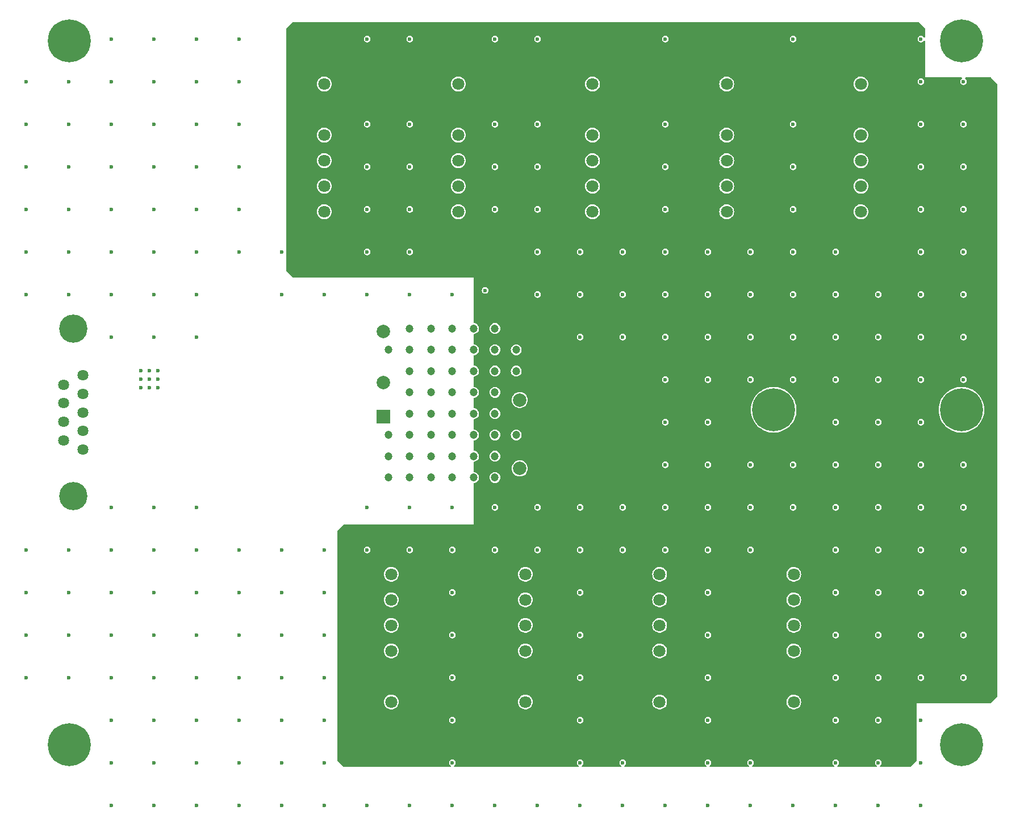
<source format=gbr>
%TF.GenerationSoftware,KiCad,Pcbnew,8.0.6*%
%TF.CreationDate,2024-12-10T16:09:11-05:00*%
%TF.ProjectId,Telem_PWR_Board,54656c65-6d5f-4505-9752-5f426f617264,rev?*%
%TF.SameCoordinates,Original*%
%TF.FileFunction,Copper,L4,Inr*%
%TF.FilePolarity,Positive*%
%FSLAX46Y46*%
G04 Gerber Fmt 4.6, Leading zero omitted, Abs format (unit mm)*
G04 Created by KiCad (PCBNEW 8.0.6) date 2024-12-10 16:09:11*
%MOMM*%
%LPD*%
G01*
G04 APERTURE LIST*
%TA.AperFunction,ComponentPad*%
%ADD10C,6.400000*%
%TD*%
%TA.AperFunction,ComponentPad*%
%ADD11R,1.800000X1.800000*%
%TD*%
%TA.AperFunction,ComponentPad*%
%ADD12C,1.800000*%
%TD*%
%TA.AperFunction,ComponentPad*%
%ADD13R,2.000000X2.000000*%
%TD*%
%TA.AperFunction,ComponentPad*%
%ADD14C,2.000000*%
%TD*%
%TA.AperFunction,ComponentPad*%
%ADD15C,1.635000*%
%TD*%
%TA.AperFunction,ComponentPad*%
%ADD16C,4.216000*%
%TD*%
%TA.AperFunction,ViaPad*%
%ADD17C,1.200000*%
%TD*%
%TA.AperFunction,ViaPad*%
%ADD18C,0.600000*%
%TD*%
G04 APERTURE END LIST*
D10*
%TO.N,CHASSIS*%
%TO.C,H6*%
X235000000Y-140000000D03*
%TD*%
D11*
%TO.N,/V_P5V_RTN*%
%TO.C,J7*%
X303000000Y-242400000D03*
D12*
%TO.N,/V_P5V*%
X303000000Y-238590000D03*
%TO.N,/V_P5V_RTN*%
X303000000Y-234780000D03*
%TO.N,/V_SEC_RTN*%
X303000000Y-230970000D03*
%TO.N,/V_SEC_IN*%
X303000000Y-227160000D03*
%TO.N,/V_SEC_RTN*%
X303000000Y-223350000D03*
%TO.N,/V_SEC_IN*%
X303000000Y-219540000D03*
%TD*%
D10*
%TO.N,CHASSIS*%
%TO.C,H4*%
X340000000Y-195000000D03*
%TD*%
%TO.N,CHASSIS*%
%TO.C,H5*%
X368000000Y-195000000D03*
%TD*%
D11*
%TO.N,/V_P5V_RTN*%
%TO.C,J8*%
X323000000Y-242400000D03*
D12*
%TO.N,/V_P5V*%
X323000000Y-238590000D03*
%TO.N,/V_P5V_RTN*%
X323000000Y-234780000D03*
%TO.N,/V_SEC_RTN*%
X323000000Y-230970000D03*
%TO.N,/V_SEC_IN*%
X323000000Y-227160000D03*
%TO.N,/V_SEC_RTN*%
X323000000Y-223350000D03*
%TO.N,/V_SEC_IN*%
X323000000Y-219540000D03*
%TD*%
D11*
%TO.N,/V_P5V_RTN*%
%TO.C,J2*%
X293000000Y-142600000D03*
D12*
%TO.N,/V_P5V*%
X293000000Y-146410000D03*
%TO.N,/V_P5V_RTN*%
X293000000Y-150220000D03*
%TO.N,/V_SEC_RTN*%
X293000000Y-154030000D03*
%TO.N,/V_SEC_IN*%
X293000000Y-157840000D03*
%TO.N,/V_SEC_RTN*%
X293000000Y-161650000D03*
%TO.N,/V_SEC_IN*%
X293000000Y-165460000D03*
%TD*%
D11*
%TO.N,/V_P5V_RTN*%
%TO.C,J6*%
X283000000Y-242400000D03*
D12*
%TO.N,/V_P5V*%
X283000000Y-238590000D03*
%TO.N,/V_P5V_RTN*%
X283000000Y-234780000D03*
%TO.N,/V_SEC_RTN*%
X283000000Y-230970000D03*
%TO.N,/V_SEC_IN*%
X283000000Y-227160000D03*
%TO.N,/V_SEC_RTN*%
X283000000Y-223350000D03*
%TO.N,/V_SEC_IN*%
X283000000Y-219540000D03*
%TD*%
D10*
%TO.N,CHASSIS*%
%TO.C,H2*%
X368000000Y-245000000D03*
%TD*%
D11*
%TO.N,/V_P5V_RTN*%
%TO.C,J9*%
X343000000Y-242400000D03*
D12*
%TO.N,/V_P5V*%
X343000000Y-238590000D03*
%TO.N,/V_P5V_RTN*%
X343000000Y-234780000D03*
%TO.N,/V_SEC_RTN*%
X343000000Y-230970000D03*
%TO.N,/V_SEC_IN*%
X343000000Y-227160000D03*
%TO.N,/V_SEC_RTN*%
X343000000Y-223350000D03*
%TO.N,/V_SEC_IN*%
X343000000Y-219540000D03*
%TD*%
D10*
%TO.N,CHASSIS*%
%TO.C,H1*%
X235000000Y-245000000D03*
%TD*%
D11*
%TO.N,/V_P5V_RTN*%
%TO.C,J4*%
X333000000Y-142600000D03*
D12*
%TO.N,/V_P5V*%
X333000000Y-146410000D03*
%TO.N,/V_P5V_RTN*%
X333000000Y-150220000D03*
%TO.N,/V_SEC_RTN*%
X333000000Y-154030000D03*
%TO.N,/V_SEC_IN*%
X333000000Y-157840000D03*
%TO.N,/V_SEC_RTN*%
X333000000Y-161650000D03*
%TO.N,/V_SEC_IN*%
X333000000Y-165460000D03*
%TD*%
D11*
%TO.N,/V_P5V_RTN*%
%TO.C,J1*%
X273000000Y-142600000D03*
D12*
%TO.N,/V_P5V*%
X273000000Y-146410000D03*
%TO.N,/V_P5V_RTN*%
X273000000Y-150220000D03*
%TO.N,/V_SEC_RTN*%
X273000000Y-154030000D03*
%TO.N,/V_SEC_IN*%
X273000000Y-157840000D03*
%TO.N,/V_SEC_RTN*%
X273000000Y-161650000D03*
%TO.N,/V_SEC_IN*%
X273000000Y-165460000D03*
%TD*%
D13*
%TO.N,/Telem_PWR_Single_Rail/V_POS*%
%TO.C,U1*%
X281837721Y-196043157D03*
D14*
%TO.N,/Telem_PWR_Single_Rail/V_RTN*%
X281837721Y-190943157D03*
%TO.N,/V_P5V*%
X302137721Y-203743157D03*
%TO.N,unconnected-(U1-TRIM-Pad4)*%
X302137721Y-193543157D03*
%TO.N,/V_P5V_RTN*%
X302137721Y-183343157D03*
%TO.N,unconnected-(U1-REMOTE-Pad6)*%
X281837721Y-183343157D03*
%TD*%
D11*
%TO.N,/V_P5V_RTN*%
%TO.C,J5*%
X353000000Y-142600000D03*
D12*
%TO.N,/V_P5V*%
X353000000Y-146410000D03*
%TO.N,/V_P5V_RTN*%
X353000000Y-150220000D03*
%TO.N,/V_SEC_RTN*%
X353000000Y-154030000D03*
%TO.N,/V_SEC_IN*%
X353000000Y-157840000D03*
%TO.N,/V_SEC_RTN*%
X353000000Y-161650000D03*
%TO.N,/V_SEC_IN*%
X353000000Y-165460000D03*
%TD*%
D11*
%TO.N,/V_P5V_RTN*%
%TO.C,J3*%
X313000000Y-142600000D03*
D12*
%TO.N,/V_P5V*%
X313000000Y-146410000D03*
%TO.N,/V_P5V_RTN*%
X313000000Y-150220000D03*
%TO.N,/V_SEC_RTN*%
X313000000Y-154030000D03*
%TO.N,/V_SEC_IN*%
X313000000Y-157840000D03*
%TO.N,/V_SEC_RTN*%
X313000000Y-161650000D03*
%TO.N,/V_SEC_IN*%
X313000000Y-165460000D03*
%TD*%
D15*
%TO.N,/V_SEC_RTN*%
%TO.C,P1*%
X237010000Y-200940000D03*
X237010000Y-198170000D03*
%TO.N,unconnected-(P1-Pad3)*%
X237010000Y-195400000D03*
%TO.N,/V_SEC_RTN*%
X237010000Y-192630000D03*
X237010000Y-189860000D03*
%TO.N,/V_SEC_IN*%
X234170000Y-199555000D03*
X234170000Y-196785000D03*
X234170000Y-194015000D03*
X234170000Y-191245000D03*
D16*
%TO.N,CHASSIS*%
X235590000Y-182900000D03*
X235590000Y-207900000D03*
%TD*%
D10*
%TO.N,CHASSIS*%
%TO.C,H3*%
X368000000Y-140000000D03*
%TD*%
D17*
%TO.N,CHASSIS*%
X282575000Y-198755000D03*
X282575000Y-186055000D03*
X301625000Y-189230000D03*
X301625000Y-186055000D03*
X301625000Y-198755000D03*
X282575000Y-201930000D03*
X282575000Y-205105000D03*
X288925000Y-205105000D03*
X298450000Y-205105000D03*
X298450000Y-201930000D03*
X292100000Y-201930000D03*
X292100000Y-205105000D03*
X288925000Y-201930000D03*
X295275000Y-205105000D03*
X285750000Y-201930000D03*
X292100000Y-195580000D03*
X295275000Y-201930000D03*
X285750000Y-205105000D03*
X288925000Y-198755000D03*
X295275000Y-198755000D03*
X298450000Y-198755000D03*
X285750000Y-198755000D03*
X285750000Y-195580000D03*
X292100000Y-198755000D03*
X288925000Y-195580000D03*
X298450000Y-195580000D03*
X295275000Y-195580000D03*
X292100000Y-189230000D03*
X288925000Y-192405000D03*
X295275000Y-192405000D03*
X298450000Y-192405000D03*
X285750000Y-192405000D03*
X285750000Y-189230000D03*
X292100000Y-192405000D03*
X288925000Y-189230000D03*
X298450000Y-189230000D03*
X295275000Y-189230000D03*
X292100000Y-186055000D03*
X285750000Y-186055000D03*
X288925000Y-186055000D03*
X298450000Y-186055000D03*
X295275000Y-186055000D03*
X295275000Y-182880000D03*
X298450000Y-182880000D03*
X292100000Y-182880000D03*
X288925000Y-182880000D03*
D18*
%TO.N,/V_SEC_RTN*%
X336550000Y-247650000D03*
X245670000Y-190400000D03*
X323850000Y-165100000D03*
X304800000Y-209550000D03*
X323850000Y-215900000D03*
X336550000Y-171450000D03*
X317500000Y-209550000D03*
X323850000Y-209550000D03*
X247650000Y-158750000D03*
X323850000Y-177800000D03*
X228600000Y-222250000D03*
X355600000Y-190500000D03*
X368300000Y-171450000D03*
X241300000Y-171450000D03*
X285750000Y-215900000D03*
X285750000Y-171450000D03*
X254000000Y-228600000D03*
X311150000Y-171450000D03*
X279400000Y-165100000D03*
X368300000Y-215900000D03*
X323850000Y-190500000D03*
X273050000Y-228600000D03*
X266700000Y-171450000D03*
X247650000Y-254000000D03*
X361950000Y-190500000D03*
X260350000Y-165100000D03*
X349250000Y-203200000D03*
X368300000Y-152400000D03*
X349250000Y-247650000D03*
X273050000Y-241300000D03*
X248210000Y-190400000D03*
X323850000Y-184150000D03*
X311150000Y-184150000D03*
X330200000Y-184150000D03*
X330200000Y-234950000D03*
X241300000Y-228600000D03*
X355600000Y-209550000D03*
X355600000Y-196850000D03*
X273050000Y-222250000D03*
X355600000Y-241300000D03*
X361950000Y-146050000D03*
X241300000Y-177800000D03*
X330200000Y-247650000D03*
X317500000Y-254000000D03*
X342900000Y-139700000D03*
X273050000Y-234950000D03*
X349250000Y-196850000D03*
X342900000Y-152400000D03*
X292100000Y-254000000D03*
X349250000Y-171450000D03*
X304800000Y-171450000D03*
X349250000Y-254000000D03*
X336550000Y-254000000D03*
X260350000Y-139700000D03*
X368300000Y-209550000D03*
X317500000Y-247650000D03*
X266700000Y-247650000D03*
X342900000Y-171450000D03*
X304800000Y-158750000D03*
X246940000Y-191670000D03*
X361950000Y-234950000D03*
X336550000Y-209550000D03*
X279400000Y-209550000D03*
X304800000Y-177800000D03*
X254000000Y-146050000D03*
X247650000Y-184150000D03*
X285750000Y-254000000D03*
X228600000Y-152400000D03*
X311150000Y-254000000D03*
X247650000Y-209550000D03*
X311150000Y-234950000D03*
X241300000Y-139700000D03*
X292100000Y-241300000D03*
X292100000Y-215900000D03*
X266700000Y-177800000D03*
X247650000Y-215900000D03*
X330200000Y-190500000D03*
X241300000Y-234950000D03*
X241300000Y-165100000D03*
X368300000Y-228600000D03*
X254000000Y-177800000D03*
X298450000Y-254000000D03*
X361950000Y-171450000D03*
X241300000Y-152400000D03*
X247650000Y-177800000D03*
X247650000Y-234950000D03*
X247650000Y-165100000D03*
X260350000Y-171450000D03*
X273050000Y-215900000D03*
X260350000Y-234950000D03*
X330200000Y-228600000D03*
X368300000Y-203200000D03*
X241300000Y-254000000D03*
X330200000Y-177800000D03*
X361950000Y-228600000D03*
X260350000Y-222250000D03*
X254000000Y-165100000D03*
X298450000Y-209550000D03*
X254000000Y-222250000D03*
X254000000Y-184150000D03*
X330200000Y-209550000D03*
X245670000Y-189130000D03*
X361950000Y-247650000D03*
X254000000Y-209550000D03*
X336550000Y-215900000D03*
X342900000Y-203200000D03*
X361950000Y-209550000D03*
X241300000Y-222250000D03*
X368300000Y-184150000D03*
X349250000Y-241300000D03*
X349250000Y-177800000D03*
X273050000Y-247650000D03*
X368300000Y-222250000D03*
X342900000Y-209550000D03*
X254000000Y-215900000D03*
X304800000Y-254000000D03*
X279400000Y-254000000D03*
X311150000Y-215900000D03*
X260350000Y-254000000D03*
X254000000Y-247650000D03*
X234950000Y-177800000D03*
X336550000Y-190500000D03*
X241300000Y-184150000D03*
X228600000Y-171450000D03*
X311150000Y-209550000D03*
X323850000Y-196850000D03*
X234950000Y-165100000D03*
X292100000Y-234950000D03*
X241300000Y-247650000D03*
X279400000Y-171450000D03*
X260350000Y-228600000D03*
X349250000Y-215900000D03*
X266700000Y-241300000D03*
X254000000Y-158750000D03*
X247650000Y-171450000D03*
X323850000Y-203200000D03*
X368300000Y-146050000D03*
X285750000Y-158750000D03*
X247650000Y-228600000D03*
X285750000Y-139700000D03*
X234950000Y-171450000D03*
X254000000Y-254000000D03*
X368300000Y-190500000D03*
X247650000Y-222250000D03*
X355600000Y-215900000D03*
X355600000Y-184150000D03*
X304800000Y-139700000D03*
X260350000Y-247650000D03*
X336550000Y-184150000D03*
X361950000Y-152400000D03*
X260350000Y-158750000D03*
X285750000Y-209550000D03*
X285750000Y-152400000D03*
X342900000Y-158750000D03*
X349250000Y-190500000D03*
X355600000Y-234950000D03*
X342900000Y-165100000D03*
X361950000Y-177800000D03*
X234950000Y-215900000D03*
X342900000Y-190500000D03*
X349250000Y-234950000D03*
X342900000Y-177800000D03*
X317500000Y-184150000D03*
X311150000Y-222250000D03*
X361950000Y-254000000D03*
X273050000Y-177800000D03*
X228600000Y-146050000D03*
X234950000Y-158750000D03*
X279400000Y-152400000D03*
X266700000Y-254000000D03*
X361950000Y-165100000D03*
X368300000Y-234950000D03*
X361950000Y-139700000D03*
X254000000Y-234950000D03*
X245670000Y-191670000D03*
X361950000Y-158750000D03*
X234950000Y-234950000D03*
X292100000Y-228600000D03*
X330200000Y-203200000D03*
X355600000Y-247650000D03*
X228600000Y-215900000D03*
X241300000Y-241300000D03*
X317500000Y-177800000D03*
X241300000Y-158750000D03*
X247650000Y-139700000D03*
X241300000Y-209550000D03*
X260350000Y-146050000D03*
X304800000Y-152400000D03*
X323850000Y-171450000D03*
X361950000Y-222250000D03*
X279400000Y-139700000D03*
X323850000Y-254000000D03*
X234950000Y-222250000D03*
X323850000Y-152400000D03*
X330200000Y-196850000D03*
X330200000Y-215900000D03*
X361950000Y-184150000D03*
X368300000Y-177800000D03*
X247650000Y-241300000D03*
X260350000Y-215900000D03*
X279400000Y-177800000D03*
X260350000Y-152400000D03*
X330200000Y-241300000D03*
X311150000Y-177800000D03*
X368300000Y-165100000D03*
X234950000Y-228600000D03*
X260350000Y-241300000D03*
X247650000Y-152400000D03*
X241300000Y-215900000D03*
X246940000Y-189130000D03*
X311150000Y-241300000D03*
X355600000Y-222250000D03*
X248210000Y-191670000D03*
X311150000Y-228600000D03*
X246940000Y-190400000D03*
X254000000Y-139700000D03*
X342900000Y-254000000D03*
X330200000Y-171450000D03*
X349250000Y-209550000D03*
X323850000Y-139700000D03*
X304800000Y-165100000D03*
X266700000Y-228600000D03*
X228600000Y-158750000D03*
X254000000Y-241300000D03*
X234950000Y-146050000D03*
X247650000Y-247650000D03*
X349250000Y-222250000D03*
X323850000Y-158750000D03*
X361950000Y-196850000D03*
X273050000Y-254000000D03*
X361950000Y-241300000D03*
X336550000Y-177800000D03*
X311150000Y-247650000D03*
X298450000Y-139700000D03*
X254000000Y-171450000D03*
X285750000Y-165100000D03*
X266700000Y-215900000D03*
X228600000Y-228600000D03*
X247650000Y-146050000D03*
X298450000Y-165100000D03*
X298450000Y-152400000D03*
X285750000Y-177800000D03*
X266700000Y-222250000D03*
X355600000Y-203200000D03*
X342900000Y-184150000D03*
X336550000Y-203200000D03*
X298450000Y-215900000D03*
X234950000Y-152400000D03*
X292100000Y-177800000D03*
X298450000Y-158750000D03*
X349250000Y-184150000D03*
X292100000Y-209550000D03*
X330200000Y-222250000D03*
X228600000Y-177800000D03*
X317500000Y-215900000D03*
X368300000Y-158750000D03*
X228600000Y-165100000D03*
X361950000Y-215900000D03*
X292100000Y-222250000D03*
X241300000Y-146050000D03*
X349250000Y-228600000D03*
X304800000Y-215900000D03*
X228600000Y-234950000D03*
X266700000Y-234950000D03*
X279400000Y-158750000D03*
X355600000Y-228600000D03*
X248210000Y-189130000D03*
X317500000Y-171450000D03*
X355600000Y-177800000D03*
X279400000Y-215900000D03*
X361950000Y-203200000D03*
X292100000Y-247650000D03*
X330200000Y-254000000D03*
X355600000Y-254000000D03*
X254000000Y-152400000D03*
%TO.N,CHASSIS*%
X297000221Y-177193157D03*
D17*
X285750000Y-182880000D03*
D18*
%TO.N,/V_P5V_RTN*%
X302150221Y-177203157D03*
X314490000Y-185142500D03*
X321800000Y-196540000D03*
%TD*%
%TA.AperFunction,Conductor*%
%TO.N,/V_P5V_RTN*%
G36*
X361600677Y-137179685D02*
G01*
X361621319Y-137196319D01*
X362548681Y-138123681D01*
X362582166Y-138185004D01*
X362585000Y-138211362D01*
X362585000Y-139336087D01*
X362565315Y-139403126D01*
X362512511Y-139448881D01*
X362443353Y-139458825D01*
X362379797Y-139429800D01*
X362367287Y-139417290D01*
X362341174Y-139387155D01*
X362281128Y-139317857D01*
X362160053Y-139240047D01*
X362160051Y-139240046D01*
X362160049Y-139240045D01*
X362160050Y-139240045D01*
X362021963Y-139199500D01*
X362021961Y-139199500D01*
X361878039Y-139199500D01*
X361878036Y-139199500D01*
X361739949Y-139240045D01*
X361618873Y-139317856D01*
X361524623Y-139426626D01*
X361524622Y-139426628D01*
X361464834Y-139557543D01*
X361444353Y-139700000D01*
X361464834Y-139842456D01*
X361524622Y-139973371D01*
X361524623Y-139973373D01*
X361618872Y-140082143D01*
X361739947Y-140159953D01*
X361739950Y-140159954D01*
X361739949Y-140159954D01*
X361878036Y-140200499D01*
X361878038Y-140200500D01*
X361878039Y-140200500D01*
X362021962Y-140200500D01*
X362021962Y-140200499D01*
X362160053Y-140159953D01*
X362281128Y-140082143D01*
X362367287Y-139982708D01*
X362426065Y-139944935D01*
X362495935Y-139944935D01*
X362554713Y-139982709D01*
X362583738Y-140046265D01*
X362585000Y-140063912D01*
X362585000Y-145415000D01*
X367940020Y-145415000D01*
X368007059Y-145434685D01*
X368052814Y-145487489D01*
X368062758Y-145556647D01*
X368033733Y-145620203D01*
X368007059Y-145643316D01*
X367968873Y-145667856D01*
X367874623Y-145776626D01*
X367874622Y-145776628D01*
X367814834Y-145907543D01*
X367794353Y-146050000D01*
X367814834Y-146192456D01*
X367874622Y-146323371D01*
X367874623Y-146323373D01*
X367968872Y-146432143D01*
X368089947Y-146509953D01*
X368089950Y-146509954D01*
X368089949Y-146509954D01*
X368228036Y-146550499D01*
X368228038Y-146550500D01*
X368228039Y-146550500D01*
X368371962Y-146550500D01*
X368371962Y-146550499D01*
X368510053Y-146509953D01*
X368631128Y-146432143D01*
X368725377Y-146323373D01*
X368785165Y-146192457D01*
X368805647Y-146050000D01*
X368785165Y-145907543D01*
X368725377Y-145776627D01*
X368631128Y-145667857D01*
X368592940Y-145643315D01*
X368547186Y-145590512D01*
X368537242Y-145521353D01*
X368566267Y-145457798D01*
X368625045Y-145420023D01*
X368659980Y-145415000D01*
X372328638Y-145415000D01*
X372395677Y-145434685D01*
X372416319Y-145451319D01*
X373343681Y-146378681D01*
X373377166Y-146440004D01*
X373380000Y-146466362D01*
X373380000Y-237708638D01*
X373360315Y-237775677D01*
X373343681Y-237796319D01*
X372416319Y-238723681D01*
X372354996Y-238757166D01*
X372328638Y-238760000D01*
X361315000Y-238760000D01*
X361315000Y-239759999D01*
X361315000Y-247233638D01*
X361295315Y-247300677D01*
X361278681Y-247321319D01*
X360351319Y-248248681D01*
X360289996Y-248282166D01*
X360263638Y-248285000D01*
X355959980Y-248285000D01*
X355892941Y-248265315D01*
X355847186Y-248212511D01*
X355837242Y-248143353D01*
X355866267Y-248079797D01*
X355892941Y-248056684D01*
X355931128Y-248032143D01*
X356025377Y-247923373D01*
X356085165Y-247792457D01*
X356105647Y-247650000D01*
X356085165Y-247507543D01*
X356025377Y-247376627D01*
X355931128Y-247267857D01*
X355810053Y-247190047D01*
X355810051Y-247190046D01*
X355810049Y-247190045D01*
X355810050Y-247190045D01*
X355671963Y-247149500D01*
X355671961Y-247149500D01*
X355528039Y-247149500D01*
X355528036Y-247149500D01*
X355389949Y-247190045D01*
X355268873Y-247267856D01*
X355174623Y-247376626D01*
X355174622Y-247376628D01*
X355114834Y-247507543D01*
X355094353Y-247650000D01*
X355114834Y-247792456D01*
X355126815Y-247818690D01*
X355174623Y-247923373D01*
X355268872Y-248032143D01*
X355307059Y-248056684D01*
X355352814Y-248109488D01*
X355362758Y-248178647D01*
X355333733Y-248242202D01*
X355274955Y-248279977D01*
X355240020Y-248285000D01*
X349609980Y-248285000D01*
X349542941Y-248265315D01*
X349497186Y-248212511D01*
X349487242Y-248143353D01*
X349516267Y-248079797D01*
X349542941Y-248056684D01*
X349581128Y-248032143D01*
X349675377Y-247923373D01*
X349735165Y-247792457D01*
X349755647Y-247650000D01*
X349735165Y-247507543D01*
X349675377Y-247376627D01*
X349581128Y-247267857D01*
X349460053Y-247190047D01*
X349460051Y-247190046D01*
X349460049Y-247190045D01*
X349460050Y-247190045D01*
X349321963Y-247149500D01*
X349321961Y-247149500D01*
X349178039Y-247149500D01*
X349178036Y-247149500D01*
X349039949Y-247190045D01*
X348918873Y-247267856D01*
X348824623Y-247376626D01*
X348824622Y-247376628D01*
X348764834Y-247507543D01*
X348744353Y-247650000D01*
X348764834Y-247792456D01*
X348776815Y-247818690D01*
X348824623Y-247923373D01*
X348918872Y-248032143D01*
X348957059Y-248056684D01*
X349002814Y-248109488D01*
X349012758Y-248178647D01*
X348983733Y-248242202D01*
X348924955Y-248279977D01*
X348890020Y-248285000D01*
X336909980Y-248285000D01*
X336842941Y-248265315D01*
X336797186Y-248212511D01*
X336787242Y-248143353D01*
X336816267Y-248079797D01*
X336842941Y-248056684D01*
X336881128Y-248032143D01*
X336975377Y-247923373D01*
X337035165Y-247792457D01*
X337055647Y-247650000D01*
X337035165Y-247507543D01*
X336975377Y-247376627D01*
X336881128Y-247267857D01*
X336760053Y-247190047D01*
X336760051Y-247190046D01*
X336760049Y-247190045D01*
X336760050Y-247190045D01*
X336621963Y-247149500D01*
X336621961Y-247149500D01*
X336478039Y-247149500D01*
X336478036Y-247149500D01*
X336339949Y-247190045D01*
X336218873Y-247267856D01*
X336124623Y-247376626D01*
X336124622Y-247376628D01*
X336064834Y-247507543D01*
X336044353Y-247650000D01*
X336064834Y-247792456D01*
X336076815Y-247818690D01*
X336124623Y-247923373D01*
X336218872Y-248032143D01*
X336257059Y-248056684D01*
X336302814Y-248109488D01*
X336312758Y-248178647D01*
X336283733Y-248242202D01*
X336224955Y-248279977D01*
X336190020Y-248285000D01*
X330559980Y-248285000D01*
X330492941Y-248265315D01*
X330447186Y-248212511D01*
X330437242Y-248143353D01*
X330466267Y-248079797D01*
X330492941Y-248056684D01*
X330531128Y-248032143D01*
X330625377Y-247923373D01*
X330685165Y-247792457D01*
X330705647Y-247650000D01*
X330685165Y-247507543D01*
X330625377Y-247376627D01*
X330531128Y-247267857D01*
X330410053Y-247190047D01*
X330410051Y-247190046D01*
X330410049Y-247190045D01*
X330410050Y-247190045D01*
X330271963Y-247149500D01*
X330271961Y-247149500D01*
X330128039Y-247149500D01*
X330128036Y-247149500D01*
X329989949Y-247190045D01*
X329868873Y-247267856D01*
X329774623Y-247376626D01*
X329774622Y-247376628D01*
X329714834Y-247507543D01*
X329694353Y-247650000D01*
X329714834Y-247792456D01*
X329726815Y-247818690D01*
X329774623Y-247923373D01*
X329868872Y-248032143D01*
X329907059Y-248056684D01*
X329952814Y-248109488D01*
X329962758Y-248178647D01*
X329933733Y-248242202D01*
X329874955Y-248279977D01*
X329840020Y-248285000D01*
X317859980Y-248285000D01*
X317792941Y-248265315D01*
X317747186Y-248212511D01*
X317737242Y-248143353D01*
X317766267Y-248079797D01*
X317792941Y-248056684D01*
X317831128Y-248032143D01*
X317925377Y-247923373D01*
X317985165Y-247792457D01*
X318005647Y-247650000D01*
X317985165Y-247507543D01*
X317925377Y-247376627D01*
X317831128Y-247267857D01*
X317710053Y-247190047D01*
X317710051Y-247190046D01*
X317710049Y-247190045D01*
X317710050Y-247190045D01*
X317571963Y-247149500D01*
X317571961Y-247149500D01*
X317428039Y-247149500D01*
X317428036Y-247149500D01*
X317289949Y-247190045D01*
X317168873Y-247267856D01*
X317074623Y-247376626D01*
X317074622Y-247376628D01*
X317014834Y-247507543D01*
X316994353Y-247650000D01*
X317014834Y-247792456D01*
X317026815Y-247818690D01*
X317074623Y-247923373D01*
X317168872Y-248032143D01*
X317207059Y-248056684D01*
X317252814Y-248109488D01*
X317262758Y-248178647D01*
X317233733Y-248242202D01*
X317174955Y-248279977D01*
X317140020Y-248285000D01*
X311509980Y-248285000D01*
X311442941Y-248265315D01*
X311397186Y-248212511D01*
X311387242Y-248143353D01*
X311416267Y-248079797D01*
X311442941Y-248056684D01*
X311481128Y-248032143D01*
X311575377Y-247923373D01*
X311635165Y-247792457D01*
X311655647Y-247650000D01*
X311635165Y-247507543D01*
X311575377Y-247376627D01*
X311481128Y-247267857D01*
X311360053Y-247190047D01*
X311360051Y-247190046D01*
X311360049Y-247190045D01*
X311360050Y-247190045D01*
X311221963Y-247149500D01*
X311221961Y-247149500D01*
X311078039Y-247149500D01*
X311078036Y-247149500D01*
X310939949Y-247190045D01*
X310818873Y-247267856D01*
X310724623Y-247376626D01*
X310724622Y-247376628D01*
X310664834Y-247507543D01*
X310644353Y-247650000D01*
X310664834Y-247792456D01*
X310676815Y-247818690D01*
X310724623Y-247923373D01*
X310818872Y-248032143D01*
X310857059Y-248056684D01*
X310902814Y-248109488D01*
X310912758Y-248178647D01*
X310883733Y-248242202D01*
X310824955Y-248279977D01*
X310790020Y-248285000D01*
X292459980Y-248285000D01*
X292392941Y-248265315D01*
X292347186Y-248212511D01*
X292337242Y-248143353D01*
X292366267Y-248079797D01*
X292392941Y-248056684D01*
X292431128Y-248032143D01*
X292525377Y-247923373D01*
X292585165Y-247792457D01*
X292605647Y-247650000D01*
X292585165Y-247507543D01*
X292525377Y-247376627D01*
X292431128Y-247267857D01*
X292310053Y-247190047D01*
X292310051Y-247190046D01*
X292310049Y-247190045D01*
X292310050Y-247190045D01*
X292171963Y-247149500D01*
X292171961Y-247149500D01*
X292028039Y-247149500D01*
X292028036Y-247149500D01*
X291889949Y-247190045D01*
X291768873Y-247267856D01*
X291674623Y-247376626D01*
X291674622Y-247376628D01*
X291614834Y-247507543D01*
X291594353Y-247650000D01*
X291614834Y-247792456D01*
X291626815Y-247818690D01*
X291674623Y-247923373D01*
X291768872Y-248032143D01*
X291807059Y-248056684D01*
X291852814Y-248109488D01*
X291862758Y-248178647D01*
X291833733Y-248242202D01*
X291774955Y-248279977D01*
X291740020Y-248285000D01*
X276006362Y-248285000D01*
X275939323Y-248265315D01*
X275918681Y-248248681D01*
X274991319Y-247321319D01*
X274957834Y-247259996D01*
X274955000Y-247233638D01*
X274955000Y-241300000D01*
X291594353Y-241300000D01*
X291614834Y-241442456D01*
X291674622Y-241573371D01*
X291674623Y-241573373D01*
X291768872Y-241682143D01*
X291889947Y-241759953D01*
X291889950Y-241759954D01*
X291889949Y-241759954D01*
X292028036Y-241800499D01*
X292028038Y-241800500D01*
X292028039Y-241800500D01*
X292171962Y-241800500D01*
X292171962Y-241800499D01*
X292310053Y-241759953D01*
X292431128Y-241682143D01*
X292525377Y-241573373D01*
X292585165Y-241442457D01*
X292605647Y-241300000D01*
X310644353Y-241300000D01*
X310664834Y-241442456D01*
X310724622Y-241573371D01*
X310724623Y-241573373D01*
X310818872Y-241682143D01*
X310939947Y-241759953D01*
X310939950Y-241759954D01*
X310939949Y-241759954D01*
X311078036Y-241800499D01*
X311078038Y-241800500D01*
X311078039Y-241800500D01*
X311221962Y-241800500D01*
X311221962Y-241800499D01*
X311360053Y-241759953D01*
X311481128Y-241682143D01*
X311575377Y-241573373D01*
X311635165Y-241442457D01*
X311655647Y-241300000D01*
X329694353Y-241300000D01*
X329714834Y-241442456D01*
X329774622Y-241573371D01*
X329774623Y-241573373D01*
X329868872Y-241682143D01*
X329989947Y-241759953D01*
X329989950Y-241759954D01*
X329989949Y-241759954D01*
X330128036Y-241800499D01*
X330128038Y-241800500D01*
X330128039Y-241800500D01*
X330271962Y-241800500D01*
X330271962Y-241800499D01*
X330410053Y-241759953D01*
X330531128Y-241682143D01*
X330625377Y-241573373D01*
X330685165Y-241442457D01*
X330705647Y-241300000D01*
X348744353Y-241300000D01*
X348764834Y-241442456D01*
X348824622Y-241573371D01*
X348824623Y-241573373D01*
X348918872Y-241682143D01*
X349039947Y-241759953D01*
X349039950Y-241759954D01*
X349039949Y-241759954D01*
X349178036Y-241800499D01*
X349178038Y-241800500D01*
X349178039Y-241800500D01*
X349321962Y-241800500D01*
X349321962Y-241800499D01*
X349460053Y-241759953D01*
X349581128Y-241682143D01*
X349675377Y-241573373D01*
X349735165Y-241442457D01*
X349755647Y-241300000D01*
X355094353Y-241300000D01*
X355114834Y-241442456D01*
X355174622Y-241573371D01*
X355174623Y-241573373D01*
X355268872Y-241682143D01*
X355389947Y-241759953D01*
X355389950Y-241759954D01*
X355389949Y-241759954D01*
X355528036Y-241800499D01*
X355528038Y-241800500D01*
X355528039Y-241800500D01*
X355671962Y-241800500D01*
X355671962Y-241800499D01*
X355810053Y-241759953D01*
X355931128Y-241682143D01*
X356025377Y-241573373D01*
X356085165Y-241442457D01*
X356105647Y-241300000D01*
X356085165Y-241157543D01*
X356025377Y-241026627D01*
X355931128Y-240917857D01*
X355810053Y-240840047D01*
X355810051Y-240840046D01*
X355810049Y-240840045D01*
X355810050Y-240840045D01*
X355671963Y-240799500D01*
X355671961Y-240799500D01*
X355528039Y-240799500D01*
X355528036Y-240799500D01*
X355389949Y-240840045D01*
X355268873Y-240917856D01*
X355174623Y-241026626D01*
X355174622Y-241026628D01*
X355114834Y-241157543D01*
X355094353Y-241300000D01*
X349755647Y-241300000D01*
X349735165Y-241157543D01*
X349675377Y-241026627D01*
X349581128Y-240917857D01*
X349460053Y-240840047D01*
X349460051Y-240840046D01*
X349460049Y-240840045D01*
X349460050Y-240840045D01*
X349321963Y-240799500D01*
X349321961Y-240799500D01*
X349178039Y-240799500D01*
X349178036Y-240799500D01*
X349039949Y-240840045D01*
X348918873Y-240917856D01*
X348824623Y-241026626D01*
X348824622Y-241026628D01*
X348764834Y-241157543D01*
X348744353Y-241300000D01*
X330705647Y-241300000D01*
X330685165Y-241157543D01*
X330625377Y-241026627D01*
X330531128Y-240917857D01*
X330410053Y-240840047D01*
X330410051Y-240840046D01*
X330410049Y-240840045D01*
X330410050Y-240840045D01*
X330271963Y-240799500D01*
X330271961Y-240799500D01*
X330128039Y-240799500D01*
X330128036Y-240799500D01*
X329989949Y-240840045D01*
X329868873Y-240917856D01*
X329774623Y-241026626D01*
X329774622Y-241026628D01*
X329714834Y-241157543D01*
X329694353Y-241300000D01*
X311655647Y-241300000D01*
X311635165Y-241157543D01*
X311575377Y-241026627D01*
X311481128Y-240917857D01*
X311360053Y-240840047D01*
X311360051Y-240840046D01*
X311360049Y-240840045D01*
X311360050Y-240840045D01*
X311221963Y-240799500D01*
X311221961Y-240799500D01*
X311078039Y-240799500D01*
X311078036Y-240799500D01*
X310939949Y-240840045D01*
X310818873Y-240917856D01*
X310724623Y-241026626D01*
X310724622Y-241026628D01*
X310664834Y-241157543D01*
X310644353Y-241300000D01*
X292605647Y-241300000D01*
X292585165Y-241157543D01*
X292525377Y-241026627D01*
X292431128Y-240917857D01*
X292310053Y-240840047D01*
X292310051Y-240840046D01*
X292310049Y-240840045D01*
X292310050Y-240840045D01*
X292171963Y-240799500D01*
X292171961Y-240799500D01*
X292028039Y-240799500D01*
X292028036Y-240799500D01*
X291889949Y-240840045D01*
X291768873Y-240917856D01*
X291674623Y-241026626D01*
X291674622Y-241026628D01*
X291614834Y-241157543D01*
X291594353Y-241300000D01*
X274955000Y-241300000D01*
X274955000Y-238589999D01*
X281894785Y-238589999D01*
X281894785Y-238590000D01*
X281913602Y-238793082D01*
X281969417Y-238989247D01*
X281969422Y-238989260D01*
X282060327Y-239171821D01*
X282183237Y-239334581D01*
X282333958Y-239471980D01*
X282333960Y-239471982D01*
X282433141Y-239533392D01*
X282507363Y-239579348D01*
X282697544Y-239653024D01*
X282898024Y-239690500D01*
X282898026Y-239690500D01*
X283101974Y-239690500D01*
X283101976Y-239690500D01*
X283302456Y-239653024D01*
X283492637Y-239579348D01*
X283666041Y-239471981D01*
X283816764Y-239334579D01*
X283939673Y-239171821D01*
X284030582Y-238989250D01*
X284086397Y-238793083D01*
X284105215Y-238590000D01*
X284105215Y-238589999D01*
X301894785Y-238589999D01*
X301894785Y-238590000D01*
X301913602Y-238793082D01*
X301969417Y-238989247D01*
X301969422Y-238989260D01*
X302060327Y-239171821D01*
X302183237Y-239334581D01*
X302333958Y-239471980D01*
X302333960Y-239471982D01*
X302433141Y-239533392D01*
X302507363Y-239579348D01*
X302697544Y-239653024D01*
X302898024Y-239690500D01*
X302898026Y-239690500D01*
X303101974Y-239690500D01*
X303101976Y-239690500D01*
X303302456Y-239653024D01*
X303492637Y-239579348D01*
X303666041Y-239471981D01*
X303816764Y-239334579D01*
X303939673Y-239171821D01*
X304030582Y-238989250D01*
X304086397Y-238793083D01*
X304105215Y-238590000D01*
X304105215Y-238589999D01*
X321894785Y-238589999D01*
X321894785Y-238590000D01*
X321913602Y-238793082D01*
X321969417Y-238989247D01*
X321969422Y-238989260D01*
X322060327Y-239171821D01*
X322183237Y-239334581D01*
X322333958Y-239471980D01*
X322333960Y-239471982D01*
X322433141Y-239533392D01*
X322507363Y-239579348D01*
X322697544Y-239653024D01*
X322898024Y-239690500D01*
X322898026Y-239690500D01*
X323101974Y-239690500D01*
X323101976Y-239690500D01*
X323302456Y-239653024D01*
X323492637Y-239579348D01*
X323666041Y-239471981D01*
X323816764Y-239334579D01*
X323939673Y-239171821D01*
X324030582Y-238989250D01*
X324086397Y-238793083D01*
X324105215Y-238590000D01*
X324105215Y-238589999D01*
X341894785Y-238589999D01*
X341894785Y-238590000D01*
X341913602Y-238793082D01*
X341969417Y-238989247D01*
X341969422Y-238989260D01*
X342060327Y-239171821D01*
X342183237Y-239334581D01*
X342333958Y-239471980D01*
X342333960Y-239471982D01*
X342433141Y-239533392D01*
X342507363Y-239579348D01*
X342697544Y-239653024D01*
X342898024Y-239690500D01*
X342898026Y-239690500D01*
X343101974Y-239690500D01*
X343101976Y-239690500D01*
X343302456Y-239653024D01*
X343492637Y-239579348D01*
X343666041Y-239471981D01*
X343816764Y-239334579D01*
X343939673Y-239171821D01*
X344030582Y-238989250D01*
X344086397Y-238793083D01*
X344105215Y-238590000D01*
X344086397Y-238386917D01*
X344030582Y-238190750D01*
X343939673Y-238008179D01*
X343816764Y-237845421D01*
X343816762Y-237845418D01*
X343666041Y-237708019D01*
X343666039Y-237708017D01*
X343492642Y-237600655D01*
X343492635Y-237600651D01*
X343397546Y-237563814D01*
X343302456Y-237526976D01*
X343101976Y-237489500D01*
X342898024Y-237489500D01*
X342697544Y-237526976D01*
X342697541Y-237526976D01*
X342697541Y-237526977D01*
X342507364Y-237600651D01*
X342507357Y-237600655D01*
X342333960Y-237708017D01*
X342333958Y-237708019D01*
X342183237Y-237845418D01*
X342060327Y-238008178D01*
X341969422Y-238190739D01*
X341969417Y-238190752D01*
X341913602Y-238386917D01*
X341894785Y-238589999D01*
X324105215Y-238589999D01*
X324086397Y-238386917D01*
X324030582Y-238190750D01*
X323939673Y-238008179D01*
X323816764Y-237845421D01*
X323816762Y-237845418D01*
X323666041Y-237708019D01*
X323666039Y-237708017D01*
X323492642Y-237600655D01*
X323492635Y-237600651D01*
X323397546Y-237563814D01*
X323302456Y-237526976D01*
X323101976Y-237489500D01*
X322898024Y-237489500D01*
X322697544Y-237526976D01*
X322697541Y-237526976D01*
X322697541Y-237526977D01*
X322507364Y-237600651D01*
X322507357Y-237600655D01*
X322333960Y-237708017D01*
X322333958Y-237708019D01*
X322183237Y-237845418D01*
X322060327Y-238008178D01*
X321969422Y-238190739D01*
X321969417Y-238190752D01*
X321913602Y-238386917D01*
X321894785Y-238589999D01*
X304105215Y-238589999D01*
X304086397Y-238386917D01*
X304030582Y-238190750D01*
X303939673Y-238008179D01*
X303816764Y-237845421D01*
X303816762Y-237845418D01*
X303666041Y-237708019D01*
X303666039Y-237708017D01*
X303492642Y-237600655D01*
X303492635Y-237600651D01*
X303397546Y-237563814D01*
X303302456Y-237526976D01*
X303101976Y-237489500D01*
X302898024Y-237489500D01*
X302697544Y-237526976D01*
X302697541Y-237526976D01*
X302697541Y-237526977D01*
X302507364Y-237600651D01*
X302507357Y-237600655D01*
X302333960Y-237708017D01*
X302333958Y-237708019D01*
X302183237Y-237845418D01*
X302060327Y-238008178D01*
X301969422Y-238190739D01*
X301969417Y-238190752D01*
X301913602Y-238386917D01*
X301894785Y-238589999D01*
X284105215Y-238589999D01*
X284086397Y-238386917D01*
X284030582Y-238190750D01*
X283939673Y-238008179D01*
X283816764Y-237845421D01*
X283816762Y-237845418D01*
X283666041Y-237708019D01*
X283666039Y-237708017D01*
X283492642Y-237600655D01*
X283492635Y-237600651D01*
X283397546Y-237563814D01*
X283302456Y-237526976D01*
X283101976Y-237489500D01*
X282898024Y-237489500D01*
X282697544Y-237526976D01*
X282697541Y-237526976D01*
X282697541Y-237526977D01*
X282507364Y-237600651D01*
X282507357Y-237600655D01*
X282333960Y-237708017D01*
X282333958Y-237708019D01*
X282183237Y-237845418D01*
X282060327Y-238008178D01*
X281969422Y-238190739D01*
X281969417Y-238190752D01*
X281913602Y-238386917D01*
X281894785Y-238589999D01*
X274955000Y-238589999D01*
X274955000Y-234950000D01*
X291594353Y-234950000D01*
X291614834Y-235092456D01*
X291674622Y-235223371D01*
X291674623Y-235223373D01*
X291768872Y-235332143D01*
X291889947Y-235409953D01*
X291889950Y-235409954D01*
X291889949Y-235409954D01*
X292028036Y-235450499D01*
X292028038Y-235450500D01*
X292028039Y-235450500D01*
X292171962Y-235450500D01*
X292171962Y-235450499D01*
X292310053Y-235409953D01*
X292431128Y-235332143D01*
X292525377Y-235223373D01*
X292585165Y-235092457D01*
X292605647Y-234950000D01*
X310644353Y-234950000D01*
X310664834Y-235092456D01*
X310724622Y-235223371D01*
X310724623Y-235223373D01*
X310818872Y-235332143D01*
X310939947Y-235409953D01*
X310939950Y-235409954D01*
X310939949Y-235409954D01*
X311078036Y-235450499D01*
X311078038Y-235450500D01*
X311078039Y-235450500D01*
X311221962Y-235450500D01*
X311221962Y-235450499D01*
X311360053Y-235409953D01*
X311481128Y-235332143D01*
X311575377Y-235223373D01*
X311635165Y-235092457D01*
X311655647Y-234950000D01*
X329694353Y-234950000D01*
X329714834Y-235092456D01*
X329774622Y-235223371D01*
X329774623Y-235223373D01*
X329868872Y-235332143D01*
X329989947Y-235409953D01*
X329989950Y-235409954D01*
X329989949Y-235409954D01*
X330128036Y-235450499D01*
X330128038Y-235450500D01*
X330128039Y-235450500D01*
X330271962Y-235450500D01*
X330271962Y-235450499D01*
X330410053Y-235409953D01*
X330531128Y-235332143D01*
X330625377Y-235223373D01*
X330685165Y-235092457D01*
X330705647Y-234950000D01*
X348744353Y-234950000D01*
X348764834Y-235092456D01*
X348824622Y-235223371D01*
X348824623Y-235223373D01*
X348918872Y-235332143D01*
X349039947Y-235409953D01*
X349039950Y-235409954D01*
X349039949Y-235409954D01*
X349178036Y-235450499D01*
X349178038Y-235450500D01*
X349178039Y-235450500D01*
X349321962Y-235450500D01*
X349321962Y-235450499D01*
X349460053Y-235409953D01*
X349581128Y-235332143D01*
X349675377Y-235223373D01*
X349735165Y-235092457D01*
X349755647Y-234950000D01*
X355094353Y-234950000D01*
X355114834Y-235092456D01*
X355174622Y-235223371D01*
X355174623Y-235223373D01*
X355268872Y-235332143D01*
X355389947Y-235409953D01*
X355389950Y-235409954D01*
X355389949Y-235409954D01*
X355528036Y-235450499D01*
X355528038Y-235450500D01*
X355528039Y-235450500D01*
X355671962Y-235450500D01*
X355671962Y-235450499D01*
X355810053Y-235409953D01*
X355931128Y-235332143D01*
X356025377Y-235223373D01*
X356085165Y-235092457D01*
X356105647Y-234950000D01*
X361444353Y-234950000D01*
X361464834Y-235092456D01*
X361524622Y-235223371D01*
X361524623Y-235223373D01*
X361618872Y-235332143D01*
X361739947Y-235409953D01*
X361739950Y-235409954D01*
X361739949Y-235409954D01*
X361878036Y-235450499D01*
X361878038Y-235450500D01*
X361878039Y-235450500D01*
X362021962Y-235450500D01*
X362021962Y-235450499D01*
X362160053Y-235409953D01*
X362281128Y-235332143D01*
X362375377Y-235223373D01*
X362435165Y-235092457D01*
X362455647Y-234950000D01*
X367794353Y-234950000D01*
X367814834Y-235092456D01*
X367874622Y-235223371D01*
X367874623Y-235223373D01*
X367968872Y-235332143D01*
X368089947Y-235409953D01*
X368089950Y-235409954D01*
X368089949Y-235409954D01*
X368228036Y-235450499D01*
X368228038Y-235450500D01*
X368228039Y-235450500D01*
X368371962Y-235450500D01*
X368371962Y-235450499D01*
X368510053Y-235409953D01*
X368631128Y-235332143D01*
X368725377Y-235223373D01*
X368785165Y-235092457D01*
X368805647Y-234950000D01*
X368785165Y-234807543D01*
X368725377Y-234676627D01*
X368631128Y-234567857D01*
X368510053Y-234490047D01*
X368510051Y-234490046D01*
X368510049Y-234490045D01*
X368510050Y-234490045D01*
X368371963Y-234449500D01*
X368371961Y-234449500D01*
X368228039Y-234449500D01*
X368228036Y-234449500D01*
X368089949Y-234490045D01*
X367968873Y-234567856D01*
X367874623Y-234676626D01*
X367874622Y-234676628D01*
X367814834Y-234807543D01*
X367794353Y-234950000D01*
X362455647Y-234950000D01*
X362435165Y-234807543D01*
X362375377Y-234676627D01*
X362281128Y-234567857D01*
X362160053Y-234490047D01*
X362160051Y-234490046D01*
X362160049Y-234490045D01*
X362160050Y-234490045D01*
X362021963Y-234449500D01*
X362021961Y-234449500D01*
X361878039Y-234449500D01*
X361878036Y-234449500D01*
X361739949Y-234490045D01*
X361618873Y-234567856D01*
X361524623Y-234676626D01*
X361524622Y-234676628D01*
X361464834Y-234807543D01*
X361444353Y-234950000D01*
X356105647Y-234950000D01*
X356085165Y-234807543D01*
X356025377Y-234676627D01*
X355931128Y-234567857D01*
X355810053Y-234490047D01*
X355810051Y-234490046D01*
X355810049Y-234490045D01*
X355810050Y-234490045D01*
X355671963Y-234449500D01*
X355671961Y-234449500D01*
X355528039Y-234449500D01*
X355528036Y-234449500D01*
X355389949Y-234490045D01*
X355268873Y-234567856D01*
X355174623Y-234676626D01*
X355174622Y-234676628D01*
X355114834Y-234807543D01*
X355094353Y-234950000D01*
X349755647Y-234950000D01*
X349735165Y-234807543D01*
X349675377Y-234676627D01*
X349581128Y-234567857D01*
X349460053Y-234490047D01*
X349460051Y-234490046D01*
X349460049Y-234490045D01*
X349460050Y-234490045D01*
X349321963Y-234449500D01*
X349321961Y-234449500D01*
X349178039Y-234449500D01*
X349178036Y-234449500D01*
X349039949Y-234490045D01*
X348918873Y-234567856D01*
X348824623Y-234676626D01*
X348824622Y-234676628D01*
X348764834Y-234807543D01*
X348744353Y-234950000D01*
X330705647Y-234950000D01*
X330685165Y-234807543D01*
X330625377Y-234676627D01*
X330531128Y-234567857D01*
X330410053Y-234490047D01*
X330410051Y-234490046D01*
X330410049Y-234490045D01*
X330410050Y-234490045D01*
X330271963Y-234449500D01*
X330271961Y-234449500D01*
X330128039Y-234449500D01*
X330128036Y-234449500D01*
X329989949Y-234490045D01*
X329868873Y-234567856D01*
X329774623Y-234676626D01*
X329774622Y-234676628D01*
X329714834Y-234807543D01*
X329694353Y-234950000D01*
X311655647Y-234950000D01*
X311635165Y-234807543D01*
X311575377Y-234676627D01*
X311481128Y-234567857D01*
X311360053Y-234490047D01*
X311360051Y-234490046D01*
X311360049Y-234490045D01*
X311360050Y-234490045D01*
X311221963Y-234449500D01*
X311221961Y-234449500D01*
X311078039Y-234449500D01*
X311078036Y-234449500D01*
X310939949Y-234490045D01*
X310818873Y-234567856D01*
X310724623Y-234676626D01*
X310724622Y-234676628D01*
X310664834Y-234807543D01*
X310644353Y-234950000D01*
X292605647Y-234950000D01*
X292585165Y-234807543D01*
X292525377Y-234676627D01*
X292431128Y-234567857D01*
X292310053Y-234490047D01*
X292310051Y-234490046D01*
X292310049Y-234490045D01*
X292310050Y-234490045D01*
X292171963Y-234449500D01*
X292171961Y-234449500D01*
X292028039Y-234449500D01*
X292028036Y-234449500D01*
X291889949Y-234490045D01*
X291768873Y-234567856D01*
X291674623Y-234676626D01*
X291674622Y-234676628D01*
X291614834Y-234807543D01*
X291594353Y-234950000D01*
X274955000Y-234950000D01*
X274955000Y-230969999D01*
X281894785Y-230969999D01*
X281894785Y-230970000D01*
X281913602Y-231173082D01*
X281969417Y-231369247D01*
X281969422Y-231369260D01*
X282060327Y-231551821D01*
X282183237Y-231714581D01*
X282333958Y-231851980D01*
X282333960Y-231851982D01*
X282433141Y-231913392D01*
X282507363Y-231959348D01*
X282697544Y-232033024D01*
X282898024Y-232070500D01*
X282898026Y-232070500D01*
X283101974Y-232070500D01*
X283101976Y-232070500D01*
X283302456Y-232033024D01*
X283492637Y-231959348D01*
X283666041Y-231851981D01*
X283816764Y-231714579D01*
X283939673Y-231551821D01*
X284030582Y-231369250D01*
X284086397Y-231173083D01*
X284105215Y-230970000D01*
X284105215Y-230969999D01*
X301894785Y-230969999D01*
X301894785Y-230970000D01*
X301913602Y-231173082D01*
X301969417Y-231369247D01*
X301969422Y-231369260D01*
X302060327Y-231551821D01*
X302183237Y-231714581D01*
X302333958Y-231851980D01*
X302333960Y-231851982D01*
X302433141Y-231913392D01*
X302507363Y-231959348D01*
X302697544Y-232033024D01*
X302898024Y-232070500D01*
X302898026Y-232070500D01*
X303101974Y-232070500D01*
X303101976Y-232070500D01*
X303302456Y-232033024D01*
X303492637Y-231959348D01*
X303666041Y-231851981D01*
X303816764Y-231714579D01*
X303939673Y-231551821D01*
X304030582Y-231369250D01*
X304086397Y-231173083D01*
X304105215Y-230970000D01*
X304105215Y-230969999D01*
X321894785Y-230969999D01*
X321894785Y-230970000D01*
X321913602Y-231173082D01*
X321969417Y-231369247D01*
X321969422Y-231369260D01*
X322060327Y-231551821D01*
X322183237Y-231714581D01*
X322333958Y-231851980D01*
X322333960Y-231851982D01*
X322433141Y-231913392D01*
X322507363Y-231959348D01*
X322697544Y-232033024D01*
X322898024Y-232070500D01*
X322898026Y-232070500D01*
X323101974Y-232070500D01*
X323101976Y-232070500D01*
X323302456Y-232033024D01*
X323492637Y-231959348D01*
X323666041Y-231851981D01*
X323816764Y-231714579D01*
X323939673Y-231551821D01*
X324030582Y-231369250D01*
X324086397Y-231173083D01*
X324105215Y-230970000D01*
X324105215Y-230969999D01*
X341894785Y-230969999D01*
X341894785Y-230970000D01*
X341913602Y-231173082D01*
X341969417Y-231369247D01*
X341969422Y-231369260D01*
X342060327Y-231551821D01*
X342183237Y-231714581D01*
X342333958Y-231851980D01*
X342333960Y-231851982D01*
X342433141Y-231913392D01*
X342507363Y-231959348D01*
X342697544Y-232033024D01*
X342898024Y-232070500D01*
X342898026Y-232070500D01*
X343101974Y-232070500D01*
X343101976Y-232070500D01*
X343302456Y-232033024D01*
X343492637Y-231959348D01*
X343666041Y-231851981D01*
X343816764Y-231714579D01*
X343939673Y-231551821D01*
X344030582Y-231369250D01*
X344086397Y-231173083D01*
X344105215Y-230970000D01*
X344086397Y-230766917D01*
X344030582Y-230570750D01*
X343939673Y-230388179D01*
X343816764Y-230225421D01*
X343816762Y-230225418D01*
X343666041Y-230088019D01*
X343666039Y-230088017D01*
X343492642Y-229980655D01*
X343492635Y-229980651D01*
X343397546Y-229943814D01*
X343302456Y-229906976D01*
X343101976Y-229869500D01*
X342898024Y-229869500D01*
X342697544Y-229906976D01*
X342697541Y-229906976D01*
X342697541Y-229906977D01*
X342507364Y-229980651D01*
X342507357Y-229980655D01*
X342333960Y-230088017D01*
X342333958Y-230088019D01*
X342183237Y-230225418D01*
X342060327Y-230388178D01*
X341969422Y-230570739D01*
X341969417Y-230570752D01*
X341913602Y-230766917D01*
X341894785Y-230969999D01*
X324105215Y-230969999D01*
X324086397Y-230766917D01*
X324030582Y-230570750D01*
X323939673Y-230388179D01*
X323816764Y-230225421D01*
X323816762Y-230225418D01*
X323666041Y-230088019D01*
X323666039Y-230088017D01*
X323492642Y-229980655D01*
X323492635Y-229980651D01*
X323397546Y-229943814D01*
X323302456Y-229906976D01*
X323101976Y-229869500D01*
X322898024Y-229869500D01*
X322697544Y-229906976D01*
X322697541Y-229906976D01*
X322697541Y-229906977D01*
X322507364Y-229980651D01*
X322507357Y-229980655D01*
X322333960Y-230088017D01*
X322333958Y-230088019D01*
X322183237Y-230225418D01*
X322060327Y-230388178D01*
X321969422Y-230570739D01*
X321969417Y-230570752D01*
X321913602Y-230766917D01*
X321894785Y-230969999D01*
X304105215Y-230969999D01*
X304086397Y-230766917D01*
X304030582Y-230570750D01*
X303939673Y-230388179D01*
X303816764Y-230225421D01*
X303816762Y-230225418D01*
X303666041Y-230088019D01*
X303666039Y-230088017D01*
X303492642Y-229980655D01*
X303492635Y-229980651D01*
X303397546Y-229943814D01*
X303302456Y-229906976D01*
X303101976Y-229869500D01*
X302898024Y-229869500D01*
X302697544Y-229906976D01*
X302697541Y-229906976D01*
X302697541Y-229906977D01*
X302507364Y-229980651D01*
X302507357Y-229980655D01*
X302333960Y-230088017D01*
X302333958Y-230088019D01*
X302183237Y-230225418D01*
X302060327Y-230388178D01*
X301969422Y-230570739D01*
X301969417Y-230570752D01*
X301913602Y-230766917D01*
X301894785Y-230969999D01*
X284105215Y-230969999D01*
X284086397Y-230766917D01*
X284030582Y-230570750D01*
X283939673Y-230388179D01*
X283816764Y-230225421D01*
X283816762Y-230225418D01*
X283666041Y-230088019D01*
X283666039Y-230088017D01*
X283492642Y-229980655D01*
X283492635Y-229980651D01*
X283397546Y-229943814D01*
X283302456Y-229906976D01*
X283101976Y-229869500D01*
X282898024Y-229869500D01*
X282697544Y-229906976D01*
X282697541Y-229906976D01*
X282697541Y-229906977D01*
X282507364Y-229980651D01*
X282507357Y-229980655D01*
X282333960Y-230088017D01*
X282333958Y-230088019D01*
X282183237Y-230225418D01*
X282060327Y-230388178D01*
X281969422Y-230570739D01*
X281969417Y-230570752D01*
X281913602Y-230766917D01*
X281894785Y-230969999D01*
X274955000Y-230969999D01*
X274955000Y-228600000D01*
X291594353Y-228600000D01*
X291614834Y-228742456D01*
X291674622Y-228873371D01*
X291674623Y-228873373D01*
X291768872Y-228982143D01*
X291889947Y-229059953D01*
X291889950Y-229059954D01*
X291889949Y-229059954D01*
X292028036Y-229100499D01*
X292028038Y-229100500D01*
X292028039Y-229100500D01*
X292171962Y-229100500D01*
X292171962Y-229100499D01*
X292310053Y-229059953D01*
X292431128Y-228982143D01*
X292525377Y-228873373D01*
X292585165Y-228742457D01*
X292605647Y-228600000D01*
X310644353Y-228600000D01*
X310664834Y-228742456D01*
X310724622Y-228873371D01*
X310724623Y-228873373D01*
X310818872Y-228982143D01*
X310939947Y-229059953D01*
X310939950Y-229059954D01*
X310939949Y-229059954D01*
X311078036Y-229100499D01*
X311078038Y-229100500D01*
X311078039Y-229100500D01*
X311221962Y-229100500D01*
X311221962Y-229100499D01*
X311360053Y-229059953D01*
X311481128Y-228982143D01*
X311575377Y-228873373D01*
X311635165Y-228742457D01*
X311655647Y-228600000D01*
X329694353Y-228600000D01*
X329714834Y-228742456D01*
X329774622Y-228873371D01*
X329774623Y-228873373D01*
X329868872Y-228982143D01*
X329989947Y-229059953D01*
X329989950Y-229059954D01*
X329989949Y-229059954D01*
X330128036Y-229100499D01*
X330128038Y-229100500D01*
X330128039Y-229100500D01*
X330271962Y-229100500D01*
X330271962Y-229100499D01*
X330410053Y-229059953D01*
X330531128Y-228982143D01*
X330625377Y-228873373D01*
X330685165Y-228742457D01*
X330705647Y-228600000D01*
X348744353Y-228600000D01*
X348764834Y-228742456D01*
X348824622Y-228873371D01*
X348824623Y-228873373D01*
X348918872Y-228982143D01*
X349039947Y-229059953D01*
X349039950Y-229059954D01*
X349039949Y-229059954D01*
X349178036Y-229100499D01*
X349178038Y-229100500D01*
X349178039Y-229100500D01*
X349321962Y-229100500D01*
X349321962Y-229100499D01*
X349460053Y-229059953D01*
X349581128Y-228982143D01*
X349675377Y-228873373D01*
X349735165Y-228742457D01*
X349755647Y-228600000D01*
X355094353Y-228600000D01*
X355114834Y-228742456D01*
X355174622Y-228873371D01*
X355174623Y-228873373D01*
X355268872Y-228982143D01*
X355389947Y-229059953D01*
X355389950Y-229059954D01*
X355389949Y-229059954D01*
X355528036Y-229100499D01*
X355528038Y-229100500D01*
X355528039Y-229100500D01*
X355671962Y-229100500D01*
X355671962Y-229100499D01*
X355810053Y-229059953D01*
X355931128Y-228982143D01*
X356025377Y-228873373D01*
X356085165Y-228742457D01*
X356105647Y-228600000D01*
X361444353Y-228600000D01*
X361464834Y-228742456D01*
X361524622Y-228873371D01*
X361524623Y-228873373D01*
X361618872Y-228982143D01*
X361739947Y-229059953D01*
X361739950Y-229059954D01*
X361739949Y-229059954D01*
X361878036Y-229100499D01*
X361878038Y-229100500D01*
X361878039Y-229100500D01*
X362021962Y-229100500D01*
X362021962Y-229100499D01*
X362160053Y-229059953D01*
X362281128Y-228982143D01*
X362375377Y-228873373D01*
X362435165Y-228742457D01*
X362455647Y-228600000D01*
X367794353Y-228600000D01*
X367814834Y-228742456D01*
X367874622Y-228873371D01*
X367874623Y-228873373D01*
X367968872Y-228982143D01*
X368089947Y-229059953D01*
X368089950Y-229059954D01*
X368089949Y-229059954D01*
X368228036Y-229100499D01*
X368228038Y-229100500D01*
X368228039Y-229100500D01*
X368371962Y-229100500D01*
X368371962Y-229100499D01*
X368510053Y-229059953D01*
X368631128Y-228982143D01*
X368725377Y-228873373D01*
X368785165Y-228742457D01*
X368805647Y-228600000D01*
X368785165Y-228457543D01*
X368725377Y-228326627D01*
X368631128Y-228217857D01*
X368510053Y-228140047D01*
X368510051Y-228140046D01*
X368510049Y-228140045D01*
X368510050Y-228140045D01*
X368371963Y-228099500D01*
X368371961Y-228099500D01*
X368228039Y-228099500D01*
X368228036Y-228099500D01*
X368089949Y-228140045D01*
X367968873Y-228217856D01*
X367874623Y-228326626D01*
X367874622Y-228326628D01*
X367814834Y-228457543D01*
X367794353Y-228600000D01*
X362455647Y-228600000D01*
X362435165Y-228457543D01*
X362375377Y-228326627D01*
X362281128Y-228217857D01*
X362160053Y-228140047D01*
X362160051Y-228140046D01*
X362160049Y-228140045D01*
X362160050Y-228140045D01*
X362021963Y-228099500D01*
X362021961Y-228099500D01*
X361878039Y-228099500D01*
X361878036Y-228099500D01*
X361739949Y-228140045D01*
X361618873Y-228217856D01*
X361524623Y-228326626D01*
X361524622Y-228326628D01*
X361464834Y-228457543D01*
X361444353Y-228600000D01*
X356105647Y-228600000D01*
X356085165Y-228457543D01*
X356025377Y-228326627D01*
X355931128Y-228217857D01*
X355810053Y-228140047D01*
X355810051Y-228140046D01*
X355810049Y-228140045D01*
X355810050Y-228140045D01*
X355671963Y-228099500D01*
X355671961Y-228099500D01*
X355528039Y-228099500D01*
X355528036Y-228099500D01*
X355389949Y-228140045D01*
X355268873Y-228217856D01*
X355174623Y-228326626D01*
X355174622Y-228326628D01*
X355114834Y-228457543D01*
X355094353Y-228600000D01*
X349755647Y-228600000D01*
X349735165Y-228457543D01*
X349675377Y-228326627D01*
X349581128Y-228217857D01*
X349460053Y-228140047D01*
X349460051Y-228140046D01*
X349460049Y-228140045D01*
X349460050Y-228140045D01*
X349321963Y-228099500D01*
X349321961Y-228099500D01*
X349178039Y-228099500D01*
X349178036Y-228099500D01*
X349039949Y-228140045D01*
X348918873Y-228217856D01*
X348824623Y-228326626D01*
X348824622Y-228326628D01*
X348764834Y-228457543D01*
X348744353Y-228600000D01*
X330705647Y-228600000D01*
X330685165Y-228457543D01*
X330625377Y-228326627D01*
X330531128Y-228217857D01*
X330410053Y-228140047D01*
X330410051Y-228140046D01*
X330410049Y-228140045D01*
X330410050Y-228140045D01*
X330271963Y-228099500D01*
X330271961Y-228099500D01*
X330128039Y-228099500D01*
X330128036Y-228099500D01*
X329989949Y-228140045D01*
X329868873Y-228217856D01*
X329774623Y-228326626D01*
X329774622Y-228326628D01*
X329714834Y-228457543D01*
X329694353Y-228600000D01*
X311655647Y-228600000D01*
X311635165Y-228457543D01*
X311575377Y-228326627D01*
X311481128Y-228217857D01*
X311360053Y-228140047D01*
X311360051Y-228140046D01*
X311360049Y-228140045D01*
X311360050Y-228140045D01*
X311221963Y-228099500D01*
X311221961Y-228099500D01*
X311078039Y-228099500D01*
X311078036Y-228099500D01*
X310939949Y-228140045D01*
X310818873Y-228217856D01*
X310724623Y-228326626D01*
X310724622Y-228326628D01*
X310664834Y-228457543D01*
X310644353Y-228600000D01*
X292605647Y-228600000D01*
X292585165Y-228457543D01*
X292525377Y-228326627D01*
X292431128Y-228217857D01*
X292310053Y-228140047D01*
X292310051Y-228140046D01*
X292310049Y-228140045D01*
X292310050Y-228140045D01*
X292171963Y-228099500D01*
X292171961Y-228099500D01*
X292028039Y-228099500D01*
X292028036Y-228099500D01*
X291889949Y-228140045D01*
X291768873Y-228217856D01*
X291674623Y-228326626D01*
X291674622Y-228326628D01*
X291614834Y-228457543D01*
X291594353Y-228600000D01*
X274955000Y-228600000D01*
X274955000Y-227159999D01*
X281894785Y-227159999D01*
X281894785Y-227160000D01*
X281913602Y-227363082D01*
X281969417Y-227559247D01*
X281969422Y-227559260D01*
X282060327Y-227741821D01*
X282183237Y-227904581D01*
X282333958Y-228041980D01*
X282333960Y-228041982D01*
X282426856Y-228099500D01*
X282507363Y-228149348D01*
X282697544Y-228223024D01*
X282898024Y-228260500D01*
X282898026Y-228260500D01*
X283101974Y-228260500D01*
X283101976Y-228260500D01*
X283302456Y-228223024D01*
X283492637Y-228149348D01*
X283666041Y-228041981D01*
X283816764Y-227904579D01*
X283939673Y-227741821D01*
X284030582Y-227559250D01*
X284086397Y-227363083D01*
X284105215Y-227160000D01*
X284105215Y-227159999D01*
X301894785Y-227159999D01*
X301894785Y-227160000D01*
X301913602Y-227363082D01*
X301969417Y-227559247D01*
X301969422Y-227559260D01*
X302060327Y-227741821D01*
X302183237Y-227904581D01*
X302333958Y-228041980D01*
X302333960Y-228041982D01*
X302426856Y-228099500D01*
X302507363Y-228149348D01*
X302697544Y-228223024D01*
X302898024Y-228260500D01*
X302898026Y-228260500D01*
X303101974Y-228260500D01*
X303101976Y-228260500D01*
X303302456Y-228223024D01*
X303492637Y-228149348D01*
X303666041Y-228041981D01*
X303816764Y-227904579D01*
X303939673Y-227741821D01*
X304030582Y-227559250D01*
X304086397Y-227363083D01*
X304105215Y-227160000D01*
X304105215Y-227159999D01*
X321894785Y-227159999D01*
X321894785Y-227160000D01*
X321913602Y-227363082D01*
X321969417Y-227559247D01*
X321969422Y-227559260D01*
X322060327Y-227741821D01*
X322183237Y-227904581D01*
X322333958Y-228041980D01*
X322333960Y-228041982D01*
X322426856Y-228099500D01*
X322507363Y-228149348D01*
X322697544Y-228223024D01*
X322898024Y-228260500D01*
X322898026Y-228260500D01*
X323101974Y-228260500D01*
X323101976Y-228260500D01*
X323302456Y-228223024D01*
X323492637Y-228149348D01*
X323666041Y-228041981D01*
X323816764Y-227904579D01*
X323939673Y-227741821D01*
X324030582Y-227559250D01*
X324086397Y-227363083D01*
X324105215Y-227160000D01*
X324105215Y-227159999D01*
X341894785Y-227159999D01*
X341894785Y-227160000D01*
X341913602Y-227363082D01*
X341969417Y-227559247D01*
X341969422Y-227559260D01*
X342060327Y-227741821D01*
X342183237Y-227904581D01*
X342333958Y-228041980D01*
X342333960Y-228041982D01*
X342426856Y-228099500D01*
X342507363Y-228149348D01*
X342697544Y-228223024D01*
X342898024Y-228260500D01*
X342898026Y-228260500D01*
X343101974Y-228260500D01*
X343101976Y-228260500D01*
X343302456Y-228223024D01*
X343492637Y-228149348D01*
X343666041Y-228041981D01*
X343816764Y-227904579D01*
X343939673Y-227741821D01*
X344030582Y-227559250D01*
X344086397Y-227363083D01*
X344105215Y-227160000D01*
X344086397Y-226956917D01*
X344030582Y-226760750D01*
X343939673Y-226578179D01*
X343816764Y-226415421D01*
X343816762Y-226415418D01*
X343666041Y-226278019D01*
X343666039Y-226278017D01*
X343492642Y-226170655D01*
X343492635Y-226170651D01*
X343397546Y-226133814D01*
X343302456Y-226096976D01*
X343101976Y-226059500D01*
X342898024Y-226059500D01*
X342697544Y-226096976D01*
X342697541Y-226096976D01*
X342697541Y-226096977D01*
X342507364Y-226170651D01*
X342507357Y-226170655D01*
X342333960Y-226278017D01*
X342333958Y-226278019D01*
X342183237Y-226415418D01*
X342060327Y-226578178D01*
X341969422Y-226760739D01*
X341969417Y-226760752D01*
X341913602Y-226956917D01*
X341894785Y-227159999D01*
X324105215Y-227159999D01*
X324086397Y-226956917D01*
X324030582Y-226760750D01*
X323939673Y-226578179D01*
X323816764Y-226415421D01*
X323816762Y-226415418D01*
X323666041Y-226278019D01*
X323666039Y-226278017D01*
X323492642Y-226170655D01*
X323492635Y-226170651D01*
X323397546Y-226133814D01*
X323302456Y-226096976D01*
X323101976Y-226059500D01*
X322898024Y-226059500D01*
X322697544Y-226096976D01*
X322697541Y-226096976D01*
X322697541Y-226096977D01*
X322507364Y-226170651D01*
X322507357Y-226170655D01*
X322333960Y-226278017D01*
X322333958Y-226278019D01*
X322183237Y-226415418D01*
X322060327Y-226578178D01*
X321969422Y-226760739D01*
X321969417Y-226760752D01*
X321913602Y-226956917D01*
X321894785Y-227159999D01*
X304105215Y-227159999D01*
X304086397Y-226956917D01*
X304030582Y-226760750D01*
X303939673Y-226578179D01*
X303816764Y-226415421D01*
X303816762Y-226415418D01*
X303666041Y-226278019D01*
X303666039Y-226278017D01*
X303492642Y-226170655D01*
X303492635Y-226170651D01*
X303397546Y-226133814D01*
X303302456Y-226096976D01*
X303101976Y-226059500D01*
X302898024Y-226059500D01*
X302697544Y-226096976D01*
X302697541Y-226096976D01*
X302697541Y-226096977D01*
X302507364Y-226170651D01*
X302507357Y-226170655D01*
X302333960Y-226278017D01*
X302333958Y-226278019D01*
X302183237Y-226415418D01*
X302060327Y-226578178D01*
X301969422Y-226760739D01*
X301969417Y-226760752D01*
X301913602Y-226956917D01*
X301894785Y-227159999D01*
X284105215Y-227159999D01*
X284086397Y-226956917D01*
X284030582Y-226760750D01*
X283939673Y-226578179D01*
X283816764Y-226415421D01*
X283816762Y-226415418D01*
X283666041Y-226278019D01*
X283666039Y-226278017D01*
X283492642Y-226170655D01*
X283492635Y-226170651D01*
X283397546Y-226133814D01*
X283302456Y-226096976D01*
X283101976Y-226059500D01*
X282898024Y-226059500D01*
X282697544Y-226096976D01*
X282697541Y-226096976D01*
X282697541Y-226096977D01*
X282507364Y-226170651D01*
X282507357Y-226170655D01*
X282333960Y-226278017D01*
X282333958Y-226278019D01*
X282183237Y-226415418D01*
X282060327Y-226578178D01*
X281969422Y-226760739D01*
X281969417Y-226760752D01*
X281913602Y-226956917D01*
X281894785Y-227159999D01*
X274955000Y-227159999D01*
X274955000Y-223349999D01*
X281894785Y-223349999D01*
X281894785Y-223350000D01*
X281913602Y-223553082D01*
X281969417Y-223749247D01*
X281969422Y-223749260D01*
X282060327Y-223931821D01*
X282183237Y-224094581D01*
X282333958Y-224231980D01*
X282333960Y-224231982D01*
X282433141Y-224293392D01*
X282507363Y-224339348D01*
X282697544Y-224413024D01*
X282898024Y-224450500D01*
X282898026Y-224450500D01*
X283101974Y-224450500D01*
X283101976Y-224450500D01*
X283302456Y-224413024D01*
X283492637Y-224339348D01*
X283666041Y-224231981D01*
X283816764Y-224094579D01*
X283939673Y-223931821D01*
X284030582Y-223749250D01*
X284086397Y-223553083D01*
X284105215Y-223350000D01*
X284105215Y-223349999D01*
X301894785Y-223349999D01*
X301894785Y-223350000D01*
X301913602Y-223553082D01*
X301969417Y-223749247D01*
X301969422Y-223749260D01*
X302060327Y-223931821D01*
X302183237Y-224094581D01*
X302333958Y-224231980D01*
X302333960Y-224231982D01*
X302433141Y-224293392D01*
X302507363Y-224339348D01*
X302697544Y-224413024D01*
X302898024Y-224450500D01*
X302898026Y-224450500D01*
X303101974Y-224450500D01*
X303101976Y-224450500D01*
X303302456Y-224413024D01*
X303492637Y-224339348D01*
X303666041Y-224231981D01*
X303816764Y-224094579D01*
X303939673Y-223931821D01*
X304030582Y-223749250D01*
X304086397Y-223553083D01*
X304105215Y-223350000D01*
X304105215Y-223349999D01*
X321894785Y-223349999D01*
X321894785Y-223350000D01*
X321913602Y-223553082D01*
X321969417Y-223749247D01*
X321969422Y-223749260D01*
X322060327Y-223931821D01*
X322183237Y-224094581D01*
X322333958Y-224231980D01*
X322333960Y-224231982D01*
X322433141Y-224293392D01*
X322507363Y-224339348D01*
X322697544Y-224413024D01*
X322898024Y-224450500D01*
X322898026Y-224450500D01*
X323101974Y-224450500D01*
X323101976Y-224450500D01*
X323302456Y-224413024D01*
X323492637Y-224339348D01*
X323666041Y-224231981D01*
X323816764Y-224094579D01*
X323939673Y-223931821D01*
X324030582Y-223749250D01*
X324086397Y-223553083D01*
X324105215Y-223350000D01*
X324105215Y-223349999D01*
X341894785Y-223349999D01*
X341894785Y-223350000D01*
X341913602Y-223553082D01*
X341969417Y-223749247D01*
X341969422Y-223749260D01*
X342060327Y-223931821D01*
X342183237Y-224094581D01*
X342333958Y-224231980D01*
X342333960Y-224231982D01*
X342433141Y-224293392D01*
X342507363Y-224339348D01*
X342697544Y-224413024D01*
X342898024Y-224450500D01*
X342898026Y-224450500D01*
X343101974Y-224450500D01*
X343101976Y-224450500D01*
X343302456Y-224413024D01*
X343492637Y-224339348D01*
X343666041Y-224231981D01*
X343816764Y-224094579D01*
X343939673Y-223931821D01*
X344030582Y-223749250D01*
X344086397Y-223553083D01*
X344105215Y-223350000D01*
X344086397Y-223146917D01*
X344030582Y-222950750D01*
X343939673Y-222768179D01*
X343880704Y-222690091D01*
X343816762Y-222605418D01*
X343666041Y-222468019D01*
X343666039Y-222468017D01*
X343492642Y-222360655D01*
X343492635Y-222360651D01*
X343397546Y-222323814D01*
X343302456Y-222286976D01*
X343104651Y-222250000D01*
X348744353Y-222250000D01*
X348764834Y-222392456D01*
X348799342Y-222468017D01*
X348824623Y-222523373D01*
X348918872Y-222632143D01*
X349039947Y-222709953D01*
X349039950Y-222709954D01*
X349039949Y-222709954D01*
X349178036Y-222750499D01*
X349178038Y-222750500D01*
X349178039Y-222750500D01*
X349321962Y-222750500D01*
X349321962Y-222750499D01*
X349460053Y-222709953D01*
X349581128Y-222632143D01*
X349675377Y-222523373D01*
X349735165Y-222392457D01*
X349755647Y-222250000D01*
X355094353Y-222250000D01*
X355114834Y-222392456D01*
X355149342Y-222468017D01*
X355174623Y-222523373D01*
X355268872Y-222632143D01*
X355389947Y-222709953D01*
X355389950Y-222709954D01*
X355389949Y-222709954D01*
X355528036Y-222750499D01*
X355528038Y-222750500D01*
X355528039Y-222750500D01*
X355671962Y-222750500D01*
X355671962Y-222750499D01*
X355810053Y-222709953D01*
X355931128Y-222632143D01*
X356025377Y-222523373D01*
X356085165Y-222392457D01*
X356105647Y-222250000D01*
X361444353Y-222250000D01*
X361464834Y-222392456D01*
X361499342Y-222468017D01*
X361524623Y-222523373D01*
X361618872Y-222632143D01*
X361739947Y-222709953D01*
X361739950Y-222709954D01*
X361739949Y-222709954D01*
X361878036Y-222750499D01*
X361878038Y-222750500D01*
X361878039Y-222750500D01*
X362021962Y-222750500D01*
X362021962Y-222750499D01*
X362160053Y-222709953D01*
X362281128Y-222632143D01*
X362375377Y-222523373D01*
X362435165Y-222392457D01*
X362455647Y-222250000D01*
X367794353Y-222250000D01*
X367814834Y-222392456D01*
X367849342Y-222468017D01*
X367874623Y-222523373D01*
X367968872Y-222632143D01*
X368089947Y-222709953D01*
X368089950Y-222709954D01*
X368089949Y-222709954D01*
X368228036Y-222750499D01*
X368228038Y-222750500D01*
X368228039Y-222750500D01*
X368371962Y-222750500D01*
X368371962Y-222750499D01*
X368510053Y-222709953D01*
X368631128Y-222632143D01*
X368725377Y-222523373D01*
X368785165Y-222392457D01*
X368805647Y-222250000D01*
X368785165Y-222107543D01*
X368725377Y-221976627D01*
X368631128Y-221867857D01*
X368510053Y-221790047D01*
X368510051Y-221790046D01*
X368510049Y-221790045D01*
X368510050Y-221790045D01*
X368371963Y-221749500D01*
X368371961Y-221749500D01*
X368228039Y-221749500D01*
X368228036Y-221749500D01*
X368089949Y-221790045D01*
X367968873Y-221867856D01*
X367874623Y-221976626D01*
X367874622Y-221976628D01*
X367814834Y-222107543D01*
X367794353Y-222250000D01*
X362455647Y-222250000D01*
X362435165Y-222107543D01*
X362375377Y-221976627D01*
X362281128Y-221867857D01*
X362160053Y-221790047D01*
X362160051Y-221790046D01*
X362160049Y-221790045D01*
X362160050Y-221790045D01*
X362021963Y-221749500D01*
X362021961Y-221749500D01*
X361878039Y-221749500D01*
X361878036Y-221749500D01*
X361739949Y-221790045D01*
X361618873Y-221867856D01*
X361524623Y-221976626D01*
X361524622Y-221976628D01*
X361464834Y-222107543D01*
X361444353Y-222250000D01*
X356105647Y-222250000D01*
X356085165Y-222107543D01*
X356025377Y-221976627D01*
X355931128Y-221867857D01*
X355810053Y-221790047D01*
X355810051Y-221790046D01*
X355810049Y-221790045D01*
X355810050Y-221790045D01*
X355671963Y-221749500D01*
X355671961Y-221749500D01*
X355528039Y-221749500D01*
X355528036Y-221749500D01*
X355389949Y-221790045D01*
X355268873Y-221867856D01*
X355174623Y-221976626D01*
X355174622Y-221976628D01*
X355114834Y-222107543D01*
X355094353Y-222250000D01*
X349755647Y-222250000D01*
X349735165Y-222107543D01*
X349675377Y-221976627D01*
X349581128Y-221867857D01*
X349460053Y-221790047D01*
X349460051Y-221790046D01*
X349460049Y-221790045D01*
X349460050Y-221790045D01*
X349321963Y-221749500D01*
X349321961Y-221749500D01*
X349178039Y-221749500D01*
X349178036Y-221749500D01*
X349039949Y-221790045D01*
X348918873Y-221867856D01*
X348824623Y-221976626D01*
X348824622Y-221976628D01*
X348764834Y-222107543D01*
X348744353Y-222250000D01*
X343104651Y-222250000D01*
X343101976Y-222249500D01*
X342898024Y-222249500D01*
X342697544Y-222286976D01*
X342697541Y-222286976D01*
X342697541Y-222286977D01*
X342507364Y-222360651D01*
X342507357Y-222360655D01*
X342333960Y-222468017D01*
X342333958Y-222468019D01*
X342183237Y-222605418D01*
X342060327Y-222768178D01*
X341969422Y-222950739D01*
X341969417Y-222950752D01*
X341913602Y-223146917D01*
X341894785Y-223349999D01*
X324105215Y-223349999D01*
X324086397Y-223146917D01*
X324030582Y-222950750D01*
X323939673Y-222768179D01*
X323880704Y-222690091D01*
X323816762Y-222605418D01*
X323666041Y-222468019D01*
X323666039Y-222468017D01*
X323492642Y-222360655D01*
X323492635Y-222360651D01*
X323397546Y-222323814D01*
X323302456Y-222286976D01*
X323104651Y-222250000D01*
X329694353Y-222250000D01*
X329714834Y-222392456D01*
X329749342Y-222468017D01*
X329774623Y-222523373D01*
X329868872Y-222632143D01*
X329989947Y-222709953D01*
X329989950Y-222709954D01*
X329989949Y-222709954D01*
X330128036Y-222750499D01*
X330128038Y-222750500D01*
X330128039Y-222750500D01*
X330271962Y-222750500D01*
X330271962Y-222750499D01*
X330410053Y-222709953D01*
X330531128Y-222632143D01*
X330625377Y-222523373D01*
X330685165Y-222392457D01*
X330705647Y-222250000D01*
X330685165Y-222107543D01*
X330625377Y-221976627D01*
X330531128Y-221867857D01*
X330410053Y-221790047D01*
X330410051Y-221790046D01*
X330410049Y-221790045D01*
X330410050Y-221790045D01*
X330271963Y-221749500D01*
X330271961Y-221749500D01*
X330128039Y-221749500D01*
X330128036Y-221749500D01*
X329989949Y-221790045D01*
X329868873Y-221867856D01*
X329774623Y-221976626D01*
X329774622Y-221976628D01*
X329714834Y-222107543D01*
X329694353Y-222250000D01*
X323104651Y-222250000D01*
X323101976Y-222249500D01*
X322898024Y-222249500D01*
X322697544Y-222286976D01*
X322697541Y-222286976D01*
X322697541Y-222286977D01*
X322507364Y-222360651D01*
X322507357Y-222360655D01*
X322333960Y-222468017D01*
X322333958Y-222468019D01*
X322183237Y-222605418D01*
X322060327Y-222768178D01*
X321969422Y-222950739D01*
X321969417Y-222950752D01*
X321913602Y-223146917D01*
X321894785Y-223349999D01*
X304105215Y-223349999D01*
X304086397Y-223146917D01*
X304030582Y-222950750D01*
X303939673Y-222768179D01*
X303880704Y-222690091D01*
X303816762Y-222605418D01*
X303666041Y-222468019D01*
X303666039Y-222468017D01*
X303492642Y-222360655D01*
X303492635Y-222360651D01*
X303397546Y-222323814D01*
X303302456Y-222286976D01*
X303104651Y-222250000D01*
X310644353Y-222250000D01*
X310664834Y-222392456D01*
X310699342Y-222468017D01*
X310724623Y-222523373D01*
X310818872Y-222632143D01*
X310939947Y-222709953D01*
X310939950Y-222709954D01*
X310939949Y-222709954D01*
X311078036Y-222750499D01*
X311078038Y-222750500D01*
X311078039Y-222750500D01*
X311221962Y-222750500D01*
X311221962Y-222750499D01*
X311360053Y-222709953D01*
X311481128Y-222632143D01*
X311575377Y-222523373D01*
X311635165Y-222392457D01*
X311655647Y-222250000D01*
X311635165Y-222107543D01*
X311575377Y-221976627D01*
X311481128Y-221867857D01*
X311360053Y-221790047D01*
X311360051Y-221790046D01*
X311360049Y-221790045D01*
X311360050Y-221790045D01*
X311221963Y-221749500D01*
X311221961Y-221749500D01*
X311078039Y-221749500D01*
X311078036Y-221749500D01*
X310939949Y-221790045D01*
X310818873Y-221867856D01*
X310724623Y-221976626D01*
X310724622Y-221976628D01*
X310664834Y-222107543D01*
X310644353Y-222250000D01*
X303104651Y-222250000D01*
X303101976Y-222249500D01*
X302898024Y-222249500D01*
X302697544Y-222286976D01*
X302697541Y-222286976D01*
X302697541Y-222286977D01*
X302507364Y-222360651D01*
X302507357Y-222360655D01*
X302333960Y-222468017D01*
X302333958Y-222468019D01*
X302183237Y-222605418D01*
X302060327Y-222768178D01*
X301969422Y-222950739D01*
X301969417Y-222950752D01*
X301913602Y-223146917D01*
X301894785Y-223349999D01*
X284105215Y-223349999D01*
X284086397Y-223146917D01*
X284030582Y-222950750D01*
X283939673Y-222768179D01*
X283880704Y-222690091D01*
X283816762Y-222605418D01*
X283666041Y-222468019D01*
X283666039Y-222468017D01*
X283492642Y-222360655D01*
X283492635Y-222360651D01*
X283397546Y-222323814D01*
X283302456Y-222286976D01*
X283104651Y-222250000D01*
X291594353Y-222250000D01*
X291614834Y-222392456D01*
X291649342Y-222468017D01*
X291674623Y-222523373D01*
X291768872Y-222632143D01*
X291889947Y-222709953D01*
X291889950Y-222709954D01*
X291889949Y-222709954D01*
X292028036Y-222750499D01*
X292028038Y-222750500D01*
X292028039Y-222750500D01*
X292171962Y-222750500D01*
X292171962Y-222750499D01*
X292310053Y-222709953D01*
X292431128Y-222632143D01*
X292525377Y-222523373D01*
X292585165Y-222392457D01*
X292605647Y-222250000D01*
X292585165Y-222107543D01*
X292525377Y-221976627D01*
X292431128Y-221867857D01*
X292310053Y-221790047D01*
X292310051Y-221790046D01*
X292310049Y-221790045D01*
X292310050Y-221790045D01*
X292171963Y-221749500D01*
X292171961Y-221749500D01*
X292028039Y-221749500D01*
X292028036Y-221749500D01*
X291889949Y-221790045D01*
X291768873Y-221867856D01*
X291674623Y-221976626D01*
X291674622Y-221976628D01*
X291614834Y-222107543D01*
X291594353Y-222250000D01*
X283104651Y-222250000D01*
X283101976Y-222249500D01*
X282898024Y-222249500D01*
X282697544Y-222286976D01*
X282697541Y-222286976D01*
X282697541Y-222286977D01*
X282507364Y-222360651D01*
X282507357Y-222360655D01*
X282333960Y-222468017D01*
X282333958Y-222468019D01*
X282183237Y-222605418D01*
X282060327Y-222768178D01*
X281969422Y-222950739D01*
X281969417Y-222950752D01*
X281913602Y-223146917D01*
X281894785Y-223349999D01*
X274955000Y-223349999D01*
X274955000Y-219539999D01*
X281894785Y-219539999D01*
X281894785Y-219540000D01*
X281913602Y-219743082D01*
X281969417Y-219939247D01*
X281969422Y-219939260D01*
X282060327Y-220121821D01*
X282183237Y-220284581D01*
X282333958Y-220421980D01*
X282333960Y-220421982D01*
X282433141Y-220483392D01*
X282507363Y-220529348D01*
X282697544Y-220603024D01*
X282898024Y-220640500D01*
X282898026Y-220640500D01*
X283101974Y-220640500D01*
X283101976Y-220640500D01*
X283302456Y-220603024D01*
X283492637Y-220529348D01*
X283666041Y-220421981D01*
X283816764Y-220284579D01*
X283939673Y-220121821D01*
X284030582Y-219939250D01*
X284086397Y-219743083D01*
X284105215Y-219540000D01*
X284105215Y-219539999D01*
X301894785Y-219539999D01*
X301894785Y-219540000D01*
X301913602Y-219743082D01*
X301969417Y-219939247D01*
X301969422Y-219939260D01*
X302060327Y-220121821D01*
X302183237Y-220284581D01*
X302333958Y-220421980D01*
X302333960Y-220421982D01*
X302433141Y-220483392D01*
X302507363Y-220529348D01*
X302697544Y-220603024D01*
X302898024Y-220640500D01*
X302898026Y-220640500D01*
X303101974Y-220640500D01*
X303101976Y-220640500D01*
X303302456Y-220603024D01*
X303492637Y-220529348D01*
X303666041Y-220421981D01*
X303816764Y-220284579D01*
X303939673Y-220121821D01*
X304030582Y-219939250D01*
X304086397Y-219743083D01*
X304105215Y-219540000D01*
X304105215Y-219539999D01*
X321894785Y-219539999D01*
X321894785Y-219540000D01*
X321913602Y-219743082D01*
X321969417Y-219939247D01*
X321969422Y-219939260D01*
X322060327Y-220121821D01*
X322183237Y-220284581D01*
X322333958Y-220421980D01*
X322333960Y-220421982D01*
X322433141Y-220483392D01*
X322507363Y-220529348D01*
X322697544Y-220603024D01*
X322898024Y-220640500D01*
X322898026Y-220640500D01*
X323101974Y-220640500D01*
X323101976Y-220640500D01*
X323302456Y-220603024D01*
X323492637Y-220529348D01*
X323666041Y-220421981D01*
X323816764Y-220284579D01*
X323939673Y-220121821D01*
X324030582Y-219939250D01*
X324086397Y-219743083D01*
X324105215Y-219540000D01*
X324105215Y-219539999D01*
X341894785Y-219539999D01*
X341894785Y-219540000D01*
X341913602Y-219743082D01*
X341969417Y-219939247D01*
X341969422Y-219939260D01*
X342060327Y-220121821D01*
X342183237Y-220284581D01*
X342333958Y-220421980D01*
X342333960Y-220421982D01*
X342433141Y-220483392D01*
X342507363Y-220529348D01*
X342697544Y-220603024D01*
X342898024Y-220640500D01*
X342898026Y-220640500D01*
X343101974Y-220640500D01*
X343101976Y-220640500D01*
X343302456Y-220603024D01*
X343492637Y-220529348D01*
X343666041Y-220421981D01*
X343816764Y-220284579D01*
X343939673Y-220121821D01*
X344030582Y-219939250D01*
X344086397Y-219743083D01*
X344105215Y-219540000D01*
X344086397Y-219336917D01*
X344030582Y-219140750D01*
X343939673Y-218958179D01*
X343816764Y-218795421D01*
X343816762Y-218795418D01*
X343666041Y-218658019D01*
X343666039Y-218658017D01*
X343492642Y-218550655D01*
X343492635Y-218550651D01*
X343397546Y-218513814D01*
X343302456Y-218476976D01*
X343101976Y-218439500D01*
X342898024Y-218439500D01*
X342697544Y-218476976D01*
X342697541Y-218476976D01*
X342697541Y-218476977D01*
X342507364Y-218550651D01*
X342507357Y-218550655D01*
X342333960Y-218658017D01*
X342333958Y-218658019D01*
X342183237Y-218795418D01*
X342060327Y-218958178D01*
X341969422Y-219140739D01*
X341969417Y-219140752D01*
X341913602Y-219336917D01*
X341894785Y-219539999D01*
X324105215Y-219539999D01*
X324086397Y-219336917D01*
X324030582Y-219140750D01*
X323939673Y-218958179D01*
X323816764Y-218795421D01*
X323816762Y-218795418D01*
X323666041Y-218658019D01*
X323666039Y-218658017D01*
X323492642Y-218550655D01*
X323492635Y-218550651D01*
X323397546Y-218513814D01*
X323302456Y-218476976D01*
X323101976Y-218439500D01*
X322898024Y-218439500D01*
X322697544Y-218476976D01*
X322697541Y-218476976D01*
X322697541Y-218476977D01*
X322507364Y-218550651D01*
X322507357Y-218550655D01*
X322333960Y-218658017D01*
X322333958Y-218658019D01*
X322183237Y-218795418D01*
X322060327Y-218958178D01*
X321969422Y-219140739D01*
X321969417Y-219140752D01*
X321913602Y-219336917D01*
X321894785Y-219539999D01*
X304105215Y-219539999D01*
X304086397Y-219336917D01*
X304030582Y-219140750D01*
X303939673Y-218958179D01*
X303816764Y-218795421D01*
X303816762Y-218795418D01*
X303666041Y-218658019D01*
X303666039Y-218658017D01*
X303492642Y-218550655D01*
X303492635Y-218550651D01*
X303397546Y-218513814D01*
X303302456Y-218476976D01*
X303101976Y-218439500D01*
X302898024Y-218439500D01*
X302697544Y-218476976D01*
X302697541Y-218476976D01*
X302697541Y-218476977D01*
X302507364Y-218550651D01*
X302507357Y-218550655D01*
X302333960Y-218658017D01*
X302333958Y-218658019D01*
X302183237Y-218795418D01*
X302060327Y-218958178D01*
X301969422Y-219140739D01*
X301969417Y-219140752D01*
X301913602Y-219336917D01*
X301894785Y-219539999D01*
X284105215Y-219539999D01*
X284086397Y-219336917D01*
X284030582Y-219140750D01*
X283939673Y-218958179D01*
X283816764Y-218795421D01*
X283816762Y-218795418D01*
X283666041Y-218658019D01*
X283666039Y-218658017D01*
X283492642Y-218550655D01*
X283492635Y-218550651D01*
X283397546Y-218513814D01*
X283302456Y-218476976D01*
X283101976Y-218439500D01*
X282898024Y-218439500D01*
X282697544Y-218476976D01*
X282697541Y-218476976D01*
X282697541Y-218476977D01*
X282507364Y-218550651D01*
X282507357Y-218550655D01*
X282333960Y-218658017D01*
X282333958Y-218658019D01*
X282183237Y-218795418D01*
X282060327Y-218958178D01*
X281969422Y-219140739D01*
X281969417Y-219140752D01*
X281913602Y-219336917D01*
X281894785Y-219539999D01*
X274955000Y-219539999D01*
X274955000Y-215900000D01*
X278894353Y-215900000D01*
X278914834Y-216042456D01*
X278974622Y-216173371D01*
X278974623Y-216173373D01*
X279068872Y-216282143D01*
X279189947Y-216359953D01*
X279189950Y-216359954D01*
X279189949Y-216359954D01*
X279328036Y-216400499D01*
X279328038Y-216400500D01*
X279328039Y-216400500D01*
X279471962Y-216400500D01*
X279471962Y-216400499D01*
X279610053Y-216359953D01*
X279731128Y-216282143D01*
X279825377Y-216173373D01*
X279885165Y-216042457D01*
X279905647Y-215900000D01*
X285244353Y-215900000D01*
X285264834Y-216042456D01*
X285324622Y-216173371D01*
X285324623Y-216173373D01*
X285418872Y-216282143D01*
X285539947Y-216359953D01*
X285539950Y-216359954D01*
X285539949Y-216359954D01*
X285678036Y-216400499D01*
X285678038Y-216400500D01*
X285678039Y-216400500D01*
X285821962Y-216400500D01*
X285821962Y-216400499D01*
X285960053Y-216359953D01*
X286081128Y-216282143D01*
X286175377Y-216173373D01*
X286235165Y-216042457D01*
X286255647Y-215900000D01*
X291594353Y-215900000D01*
X291614834Y-216042456D01*
X291674622Y-216173371D01*
X291674623Y-216173373D01*
X291768872Y-216282143D01*
X291889947Y-216359953D01*
X291889950Y-216359954D01*
X291889949Y-216359954D01*
X292028036Y-216400499D01*
X292028038Y-216400500D01*
X292028039Y-216400500D01*
X292171962Y-216400500D01*
X292171962Y-216400499D01*
X292310053Y-216359953D01*
X292431128Y-216282143D01*
X292525377Y-216173373D01*
X292585165Y-216042457D01*
X292605647Y-215900000D01*
X297944353Y-215900000D01*
X297964834Y-216042456D01*
X298024622Y-216173371D01*
X298024623Y-216173373D01*
X298118872Y-216282143D01*
X298239947Y-216359953D01*
X298239950Y-216359954D01*
X298239949Y-216359954D01*
X298378036Y-216400499D01*
X298378038Y-216400500D01*
X298378039Y-216400500D01*
X298521962Y-216400500D01*
X298521962Y-216400499D01*
X298660053Y-216359953D01*
X298781128Y-216282143D01*
X298875377Y-216173373D01*
X298935165Y-216042457D01*
X298955647Y-215900000D01*
X304294353Y-215900000D01*
X304314834Y-216042456D01*
X304374622Y-216173371D01*
X304374623Y-216173373D01*
X304468872Y-216282143D01*
X304589947Y-216359953D01*
X304589950Y-216359954D01*
X304589949Y-216359954D01*
X304728036Y-216400499D01*
X304728038Y-216400500D01*
X304728039Y-216400500D01*
X304871962Y-216400500D01*
X304871962Y-216400499D01*
X305010053Y-216359953D01*
X305131128Y-216282143D01*
X305225377Y-216173373D01*
X305285165Y-216042457D01*
X305305647Y-215900000D01*
X310644353Y-215900000D01*
X310664834Y-216042456D01*
X310724622Y-216173371D01*
X310724623Y-216173373D01*
X310818872Y-216282143D01*
X310939947Y-216359953D01*
X310939950Y-216359954D01*
X310939949Y-216359954D01*
X311078036Y-216400499D01*
X311078038Y-216400500D01*
X311078039Y-216400500D01*
X311221962Y-216400500D01*
X311221962Y-216400499D01*
X311360053Y-216359953D01*
X311481128Y-216282143D01*
X311575377Y-216173373D01*
X311635165Y-216042457D01*
X311655647Y-215900000D01*
X316994353Y-215900000D01*
X317014834Y-216042456D01*
X317074622Y-216173371D01*
X317074623Y-216173373D01*
X317168872Y-216282143D01*
X317289947Y-216359953D01*
X317289950Y-216359954D01*
X317289949Y-216359954D01*
X317428036Y-216400499D01*
X317428038Y-216400500D01*
X317428039Y-216400500D01*
X317571962Y-216400500D01*
X317571962Y-216400499D01*
X317710053Y-216359953D01*
X317831128Y-216282143D01*
X317925377Y-216173373D01*
X317985165Y-216042457D01*
X318005647Y-215900000D01*
X323344353Y-215900000D01*
X323364834Y-216042456D01*
X323424622Y-216173371D01*
X323424623Y-216173373D01*
X323518872Y-216282143D01*
X323639947Y-216359953D01*
X323639950Y-216359954D01*
X323639949Y-216359954D01*
X323778036Y-216400499D01*
X323778038Y-216400500D01*
X323778039Y-216400500D01*
X323921962Y-216400500D01*
X323921962Y-216400499D01*
X324060053Y-216359953D01*
X324181128Y-216282143D01*
X324275377Y-216173373D01*
X324335165Y-216042457D01*
X324355647Y-215900000D01*
X329694353Y-215900000D01*
X329714834Y-216042456D01*
X329774622Y-216173371D01*
X329774623Y-216173373D01*
X329868872Y-216282143D01*
X329989947Y-216359953D01*
X329989950Y-216359954D01*
X329989949Y-216359954D01*
X330128036Y-216400499D01*
X330128038Y-216400500D01*
X330128039Y-216400500D01*
X330271962Y-216400500D01*
X330271962Y-216400499D01*
X330410053Y-216359953D01*
X330531128Y-216282143D01*
X330625377Y-216173373D01*
X330685165Y-216042457D01*
X330705647Y-215900000D01*
X336044353Y-215900000D01*
X336064834Y-216042456D01*
X336124622Y-216173371D01*
X336124623Y-216173373D01*
X336218872Y-216282143D01*
X336339947Y-216359953D01*
X336339950Y-216359954D01*
X336339949Y-216359954D01*
X336478036Y-216400499D01*
X336478038Y-216400500D01*
X336478039Y-216400500D01*
X336621962Y-216400500D01*
X336621962Y-216400499D01*
X336760053Y-216359953D01*
X336881128Y-216282143D01*
X336975377Y-216173373D01*
X337035165Y-216042457D01*
X337055647Y-215900000D01*
X348744353Y-215900000D01*
X348764834Y-216042456D01*
X348824622Y-216173371D01*
X348824623Y-216173373D01*
X348918872Y-216282143D01*
X349039947Y-216359953D01*
X349039950Y-216359954D01*
X349039949Y-216359954D01*
X349178036Y-216400499D01*
X349178038Y-216400500D01*
X349178039Y-216400500D01*
X349321962Y-216400500D01*
X349321962Y-216400499D01*
X349460053Y-216359953D01*
X349581128Y-216282143D01*
X349675377Y-216173373D01*
X349735165Y-216042457D01*
X349755647Y-215900000D01*
X355094353Y-215900000D01*
X355114834Y-216042456D01*
X355174622Y-216173371D01*
X355174623Y-216173373D01*
X355268872Y-216282143D01*
X355389947Y-216359953D01*
X355389950Y-216359954D01*
X355389949Y-216359954D01*
X355528036Y-216400499D01*
X355528038Y-216400500D01*
X355528039Y-216400500D01*
X355671962Y-216400500D01*
X355671962Y-216400499D01*
X355810053Y-216359953D01*
X355931128Y-216282143D01*
X356025377Y-216173373D01*
X356085165Y-216042457D01*
X356105647Y-215900000D01*
X361444353Y-215900000D01*
X361464834Y-216042456D01*
X361524622Y-216173371D01*
X361524623Y-216173373D01*
X361618872Y-216282143D01*
X361739947Y-216359953D01*
X361739950Y-216359954D01*
X361739949Y-216359954D01*
X361878036Y-216400499D01*
X361878038Y-216400500D01*
X361878039Y-216400500D01*
X362021962Y-216400500D01*
X362021962Y-216400499D01*
X362160053Y-216359953D01*
X362281128Y-216282143D01*
X362375377Y-216173373D01*
X362435165Y-216042457D01*
X362455647Y-215900000D01*
X367794353Y-215900000D01*
X367814834Y-216042456D01*
X367874622Y-216173371D01*
X367874623Y-216173373D01*
X367968872Y-216282143D01*
X368089947Y-216359953D01*
X368089950Y-216359954D01*
X368089949Y-216359954D01*
X368228036Y-216400499D01*
X368228038Y-216400500D01*
X368228039Y-216400500D01*
X368371962Y-216400500D01*
X368371962Y-216400499D01*
X368510053Y-216359953D01*
X368631128Y-216282143D01*
X368725377Y-216173373D01*
X368785165Y-216042457D01*
X368805647Y-215900000D01*
X368785165Y-215757543D01*
X368725377Y-215626627D01*
X368631128Y-215517857D01*
X368510053Y-215440047D01*
X368510051Y-215440046D01*
X368510049Y-215440045D01*
X368510050Y-215440045D01*
X368371963Y-215399500D01*
X368371961Y-215399500D01*
X368228039Y-215399500D01*
X368228036Y-215399500D01*
X368089949Y-215440045D01*
X367968873Y-215517856D01*
X367874623Y-215626626D01*
X367874622Y-215626628D01*
X367814834Y-215757543D01*
X367794353Y-215900000D01*
X362455647Y-215900000D01*
X362435165Y-215757543D01*
X362375377Y-215626627D01*
X362281128Y-215517857D01*
X362160053Y-215440047D01*
X362160051Y-215440046D01*
X362160049Y-215440045D01*
X362160050Y-215440045D01*
X362021963Y-215399500D01*
X362021961Y-215399500D01*
X361878039Y-215399500D01*
X361878036Y-215399500D01*
X361739949Y-215440045D01*
X361618873Y-215517856D01*
X361524623Y-215626626D01*
X361524622Y-215626628D01*
X361464834Y-215757543D01*
X361444353Y-215900000D01*
X356105647Y-215900000D01*
X356085165Y-215757543D01*
X356025377Y-215626627D01*
X355931128Y-215517857D01*
X355810053Y-215440047D01*
X355810051Y-215440046D01*
X355810049Y-215440045D01*
X355810050Y-215440045D01*
X355671963Y-215399500D01*
X355671961Y-215399500D01*
X355528039Y-215399500D01*
X355528036Y-215399500D01*
X355389949Y-215440045D01*
X355268873Y-215517856D01*
X355174623Y-215626626D01*
X355174622Y-215626628D01*
X355114834Y-215757543D01*
X355094353Y-215900000D01*
X349755647Y-215900000D01*
X349735165Y-215757543D01*
X349675377Y-215626627D01*
X349581128Y-215517857D01*
X349460053Y-215440047D01*
X349460051Y-215440046D01*
X349460049Y-215440045D01*
X349460050Y-215440045D01*
X349321963Y-215399500D01*
X349321961Y-215399500D01*
X349178039Y-215399500D01*
X349178036Y-215399500D01*
X349039949Y-215440045D01*
X348918873Y-215517856D01*
X348824623Y-215626626D01*
X348824622Y-215626628D01*
X348764834Y-215757543D01*
X348744353Y-215900000D01*
X337055647Y-215900000D01*
X337035165Y-215757543D01*
X336975377Y-215626627D01*
X336881128Y-215517857D01*
X336760053Y-215440047D01*
X336760051Y-215440046D01*
X336760049Y-215440045D01*
X336760050Y-215440045D01*
X336621963Y-215399500D01*
X336621961Y-215399500D01*
X336478039Y-215399500D01*
X336478036Y-215399500D01*
X336339949Y-215440045D01*
X336218873Y-215517856D01*
X336124623Y-215626626D01*
X336124622Y-215626628D01*
X336064834Y-215757543D01*
X336044353Y-215900000D01*
X330705647Y-215900000D01*
X330685165Y-215757543D01*
X330625377Y-215626627D01*
X330531128Y-215517857D01*
X330410053Y-215440047D01*
X330410051Y-215440046D01*
X330410049Y-215440045D01*
X330410050Y-215440045D01*
X330271963Y-215399500D01*
X330271961Y-215399500D01*
X330128039Y-215399500D01*
X330128036Y-215399500D01*
X329989949Y-215440045D01*
X329868873Y-215517856D01*
X329774623Y-215626626D01*
X329774622Y-215626628D01*
X329714834Y-215757543D01*
X329694353Y-215900000D01*
X324355647Y-215900000D01*
X324335165Y-215757543D01*
X324275377Y-215626627D01*
X324181128Y-215517857D01*
X324060053Y-215440047D01*
X324060051Y-215440046D01*
X324060049Y-215440045D01*
X324060050Y-215440045D01*
X323921963Y-215399500D01*
X323921961Y-215399500D01*
X323778039Y-215399500D01*
X323778036Y-215399500D01*
X323639949Y-215440045D01*
X323518873Y-215517856D01*
X323424623Y-215626626D01*
X323424622Y-215626628D01*
X323364834Y-215757543D01*
X323344353Y-215900000D01*
X318005647Y-215900000D01*
X317985165Y-215757543D01*
X317925377Y-215626627D01*
X317831128Y-215517857D01*
X317710053Y-215440047D01*
X317710051Y-215440046D01*
X317710049Y-215440045D01*
X317710050Y-215440045D01*
X317571963Y-215399500D01*
X317571961Y-215399500D01*
X317428039Y-215399500D01*
X317428036Y-215399500D01*
X317289949Y-215440045D01*
X317168873Y-215517856D01*
X317074623Y-215626626D01*
X317074622Y-215626628D01*
X317014834Y-215757543D01*
X316994353Y-215900000D01*
X311655647Y-215900000D01*
X311635165Y-215757543D01*
X311575377Y-215626627D01*
X311481128Y-215517857D01*
X311360053Y-215440047D01*
X311360051Y-215440046D01*
X311360049Y-215440045D01*
X311360050Y-215440045D01*
X311221963Y-215399500D01*
X311221961Y-215399500D01*
X311078039Y-215399500D01*
X311078036Y-215399500D01*
X310939949Y-215440045D01*
X310818873Y-215517856D01*
X310724623Y-215626626D01*
X310724622Y-215626628D01*
X310664834Y-215757543D01*
X310644353Y-215900000D01*
X305305647Y-215900000D01*
X305285165Y-215757543D01*
X305225377Y-215626627D01*
X305131128Y-215517857D01*
X305010053Y-215440047D01*
X305010051Y-215440046D01*
X305010049Y-215440045D01*
X305010050Y-215440045D01*
X304871963Y-215399500D01*
X304871961Y-215399500D01*
X304728039Y-215399500D01*
X304728036Y-215399500D01*
X304589949Y-215440045D01*
X304468873Y-215517856D01*
X304374623Y-215626626D01*
X304374622Y-215626628D01*
X304314834Y-215757543D01*
X304294353Y-215900000D01*
X298955647Y-215900000D01*
X298935165Y-215757543D01*
X298875377Y-215626627D01*
X298781128Y-215517857D01*
X298660053Y-215440047D01*
X298660051Y-215440046D01*
X298660049Y-215440045D01*
X298660050Y-215440045D01*
X298521963Y-215399500D01*
X298521961Y-215399500D01*
X298378039Y-215399500D01*
X298378036Y-215399500D01*
X298239949Y-215440045D01*
X298118873Y-215517856D01*
X298024623Y-215626626D01*
X298024622Y-215626628D01*
X297964834Y-215757543D01*
X297944353Y-215900000D01*
X292605647Y-215900000D01*
X292585165Y-215757543D01*
X292525377Y-215626627D01*
X292431128Y-215517857D01*
X292310053Y-215440047D01*
X292310051Y-215440046D01*
X292310049Y-215440045D01*
X292310050Y-215440045D01*
X292171963Y-215399500D01*
X292171961Y-215399500D01*
X292028039Y-215399500D01*
X292028036Y-215399500D01*
X291889949Y-215440045D01*
X291768873Y-215517856D01*
X291674623Y-215626626D01*
X291674622Y-215626628D01*
X291614834Y-215757543D01*
X291594353Y-215900000D01*
X286255647Y-215900000D01*
X286235165Y-215757543D01*
X286175377Y-215626627D01*
X286081128Y-215517857D01*
X285960053Y-215440047D01*
X285960051Y-215440046D01*
X285960049Y-215440045D01*
X285960050Y-215440045D01*
X285821963Y-215399500D01*
X285821961Y-215399500D01*
X285678039Y-215399500D01*
X285678036Y-215399500D01*
X285539949Y-215440045D01*
X285418873Y-215517856D01*
X285324623Y-215626626D01*
X285324622Y-215626628D01*
X285264834Y-215757543D01*
X285244353Y-215900000D01*
X279905647Y-215900000D01*
X279885165Y-215757543D01*
X279825377Y-215626627D01*
X279731128Y-215517857D01*
X279610053Y-215440047D01*
X279610051Y-215440046D01*
X279610049Y-215440045D01*
X279610050Y-215440045D01*
X279471963Y-215399500D01*
X279471961Y-215399500D01*
X279328039Y-215399500D01*
X279328036Y-215399500D01*
X279189949Y-215440045D01*
X279068873Y-215517856D01*
X278974623Y-215626626D01*
X278974622Y-215626628D01*
X278914834Y-215757543D01*
X278894353Y-215900000D01*
X274955000Y-215900000D01*
X274955000Y-213141362D01*
X274974685Y-213074323D01*
X274991319Y-213053681D01*
X275918681Y-212126319D01*
X275980004Y-212092834D01*
X276006362Y-212090000D01*
X294275000Y-212090000D01*
X295275000Y-212090000D01*
X295275000Y-209550000D01*
X297944353Y-209550000D01*
X297964834Y-209692456D01*
X298024622Y-209823371D01*
X298024623Y-209823373D01*
X298118872Y-209932143D01*
X298239947Y-210009953D01*
X298239950Y-210009954D01*
X298239949Y-210009954D01*
X298378036Y-210050499D01*
X298378038Y-210050500D01*
X298378039Y-210050500D01*
X298521962Y-210050500D01*
X298521962Y-210050499D01*
X298660053Y-210009953D01*
X298781128Y-209932143D01*
X298875377Y-209823373D01*
X298935165Y-209692457D01*
X298955647Y-209550000D01*
X304294353Y-209550000D01*
X304314834Y-209692456D01*
X304374622Y-209823371D01*
X304374623Y-209823373D01*
X304468872Y-209932143D01*
X304589947Y-210009953D01*
X304589950Y-210009954D01*
X304589949Y-210009954D01*
X304728036Y-210050499D01*
X304728038Y-210050500D01*
X304728039Y-210050500D01*
X304871962Y-210050500D01*
X304871962Y-210050499D01*
X305010053Y-210009953D01*
X305131128Y-209932143D01*
X305225377Y-209823373D01*
X305285165Y-209692457D01*
X305305647Y-209550000D01*
X310644353Y-209550000D01*
X310664834Y-209692456D01*
X310724622Y-209823371D01*
X310724623Y-209823373D01*
X310818872Y-209932143D01*
X310939947Y-210009953D01*
X310939950Y-210009954D01*
X310939949Y-210009954D01*
X311078036Y-210050499D01*
X311078038Y-210050500D01*
X311078039Y-210050500D01*
X311221962Y-210050500D01*
X311221962Y-210050499D01*
X311360053Y-210009953D01*
X311481128Y-209932143D01*
X311575377Y-209823373D01*
X311635165Y-209692457D01*
X311655647Y-209550000D01*
X316994353Y-209550000D01*
X317014834Y-209692456D01*
X317074622Y-209823371D01*
X317074623Y-209823373D01*
X317168872Y-209932143D01*
X317289947Y-210009953D01*
X317289950Y-210009954D01*
X317289949Y-210009954D01*
X317428036Y-210050499D01*
X317428038Y-210050500D01*
X317428039Y-210050500D01*
X317571962Y-210050500D01*
X317571962Y-210050499D01*
X317710053Y-210009953D01*
X317831128Y-209932143D01*
X317925377Y-209823373D01*
X317985165Y-209692457D01*
X318005647Y-209550000D01*
X323344353Y-209550000D01*
X323364834Y-209692456D01*
X323424622Y-209823371D01*
X323424623Y-209823373D01*
X323518872Y-209932143D01*
X323639947Y-210009953D01*
X323639950Y-210009954D01*
X323639949Y-210009954D01*
X323778036Y-210050499D01*
X323778038Y-210050500D01*
X323778039Y-210050500D01*
X323921962Y-210050500D01*
X323921962Y-210050499D01*
X324060053Y-210009953D01*
X324181128Y-209932143D01*
X324275377Y-209823373D01*
X324335165Y-209692457D01*
X324355647Y-209550000D01*
X329694353Y-209550000D01*
X329714834Y-209692456D01*
X329774622Y-209823371D01*
X329774623Y-209823373D01*
X329868872Y-209932143D01*
X329989947Y-210009953D01*
X329989950Y-210009954D01*
X329989949Y-210009954D01*
X330128036Y-210050499D01*
X330128038Y-210050500D01*
X330128039Y-210050500D01*
X330271962Y-210050500D01*
X330271962Y-210050499D01*
X330410053Y-210009953D01*
X330531128Y-209932143D01*
X330625377Y-209823373D01*
X330685165Y-209692457D01*
X330705647Y-209550000D01*
X336044353Y-209550000D01*
X336064834Y-209692456D01*
X336124622Y-209823371D01*
X336124623Y-209823373D01*
X336218872Y-209932143D01*
X336339947Y-210009953D01*
X336339950Y-210009954D01*
X336339949Y-210009954D01*
X336478036Y-210050499D01*
X336478038Y-210050500D01*
X336478039Y-210050500D01*
X336621962Y-210050500D01*
X336621962Y-210050499D01*
X336760053Y-210009953D01*
X336881128Y-209932143D01*
X336975377Y-209823373D01*
X337035165Y-209692457D01*
X337055647Y-209550000D01*
X342394353Y-209550000D01*
X342414834Y-209692456D01*
X342474622Y-209823371D01*
X342474623Y-209823373D01*
X342568872Y-209932143D01*
X342689947Y-210009953D01*
X342689950Y-210009954D01*
X342689949Y-210009954D01*
X342828036Y-210050499D01*
X342828038Y-210050500D01*
X342828039Y-210050500D01*
X342971962Y-210050500D01*
X342971962Y-210050499D01*
X343110053Y-210009953D01*
X343231128Y-209932143D01*
X343325377Y-209823373D01*
X343385165Y-209692457D01*
X343405647Y-209550000D01*
X348744353Y-209550000D01*
X348764834Y-209692456D01*
X348824622Y-209823371D01*
X348824623Y-209823373D01*
X348918872Y-209932143D01*
X349039947Y-210009953D01*
X349039950Y-210009954D01*
X349039949Y-210009954D01*
X349178036Y-210050499D01*
X349178038Y-210050500D01*
X349178039Y-210050500D01*
X349321962Y-210050500D01*
X349321962Y-210050499D01*
X349460053Y-210009953D01*
X349581128Y-209932143D01*
X349675377Y-209823373D01*
X349735165Y-209692457D01*
X349755647Y-209550000D01*
X355094353Y-209550000D01*
X355114834Y-209692456D01*
X355174622Y-209823371D01*
X355174623Y-209823373D01*
X355268872Y-209932143D01*
X355389947Y-210009953D01*
X355389950Y-210009954D01*
X355389949Y-210009954D01*
X355528036Y-210050499D01*
X355528038Y-210050500D01*
X355528039Y-210050500D01*
X355671962Y-210050500D01*
X355671962Y-210050499D01*
X355810053Y-210009953D01*
X355931128Y-209932143D01*
X356025377Y-209823373D01*
X356085165Y-209692457D01*
X356105647Y-209550000D01*
X361444353Y-209550000D01*
X361464834Y-209692456D01*
X361524622Y-209823371D01*
X361524623Y-209823373D01*
X361618872Y-209932143D01*
X361739947Y-210009953D01*
X361739950Y-210009954D01*
X361739949Y-210009954D01*
X361878036Y-210050499D01*
X361878038Y-210050500D01*
X361878039Y-210050500D01*
X362021962Y-210050500D01*
X362021962Y-210050499D01*
X362160053Y-210009953D01*
X362281128Y-209932143D01*
X362375377Y-209823373D01*
X362435165Y-209692457D01*
X362455647Y-209550000D01*
X367794353Y-209550000D01*
X367814834Y-209692456D01*
X367874622Y-209823371D01*
X367874623Y-209823373D01*
X367968872Y-209932143D01*
X368089947Y-210009953D01*
X368089950Y-210009954D01*
X368089949Y-210009954D01*
X368228036Y-210050499D01*
X368228038Y-210050500D01*
X368228039Y-210050500D01*
X368371962Y-210050500D01*
X368371962Y-210050499D01*
X368510053Y-210009953D01*
X368631128Y-209932143D01*
X368725377Y-209823373D01*
X368785165Y-209692457D01*
X368805647Y-209550000D01*
X368785165Y-209407543D01*
X368725377Y-209276627D01*
X368631128Y-209167857D01*
X368510053Y-209090047D01*
X368510051Y-209090046D01*
X368510049Y-209090045D01*
X368510050Y-209090045D01*
X368371963Y-209049500D01*
X368371961Y-209049500D01*
X368228039Y-209049500D01*
X368228036Y-209049500D01*
X368089949Y-209090045D01*
X367968873Y-209167856D01*
X367874623Y-209276626D01*
X367874622Y-209276628D01*
X367814834Y-209407543D01*
X367794353Y-209550000D01*
X362455647Y-209550000D01*
X362435165Y-209407543D01*
X362375377Y-209276627D01*
X362281128Y-209167857D01*
X362160053Y-209090047D01*
X362160051Y-209090046D01*
X362160049Y-209090045D01*
X362160050Y-209090045D01*
X362021963Y-209049500D01*
X362021961Y-209049500D01*
X361878039Y-209049500D01*
X361878036Y-209049500D01*
X361739949Y-209090045D01*
X361618873Y-209167856D01*
X361524623Y-209276626D01*
X361524622Y-209276628D01*
X361464834Y-209407543D01*
X361444353Y-209550000D01*
X356105647Y-209550000D01*
X356085165Y-209407543D01*
X356025377Y-209276627D01*
X355931128Y-209167857D01*
X355810053Y-209090047D01*
X355810051Y-209090046D01*
X355810049Y-209090045D01*
X355810050Y-209090045D01*
X355671963Y-209049500D01*
X355671961Y-209049500D01*
X355528039Y-209049500D01*
X355528036Y-209049500D01*
X355389949Y-209090045D01*
X355268873Y-209167856D01*
X355174623Y-209276626D01*
X355174622Y-209276628D01*
X355114834Y-209407543D01*
X355094353Y-209550000D01*
X349755647Y-209550000D01*
X349735165Y-209407543D01*
X349675377Y-209276627D01*
X349581128Y-209167857D01*
X349460053Y-209090047D01*
X349460051Y-209090046D01*
X349460049Y-209090045D01*
X349460050Y-209090045D01*
X349321963Y-209049500D01*
X349321961Y-209049500D01*
X349178039Y-209049500D01*
X349178036Y-209049500D01*
X349039949Y-209090045D01*
X348918873Y-209167856D01*
X348824623Y-209276626D01*
X348824622Y-209276628D01*
X348764834Y-209407543D01*
X348744353Y-209550000D01*
X343405647Y-209550000D01*
X343385165Y-209407543D01*
X343325377Y-209276627D01*
X343231128Y-209167857D01*
X343110053Y-209090047D01*
X343110051Y-209090046D01*
X343110049Y-209090045D01*
X343110050Y-209090045D01*
X342971963Y-209049500D01*
X342971961Y-209049500D01*
X342828039Y-209049500D01*
X342828036Y-209049500D01*
X342689949Y-209090045D01*
X342568873Y-209167856D01*
X342474623Y-209276626D01*
X342474622Y-209276628D01*
X342414834Y-209407543D01*
X342394353Y-209550000D01*
X337055647Y-209550000D01*
X337035165Y-209407543D01*
X336975377Y-209276627D01*
X336881128Y-209167857D01*
X336760053Y-209090047D01*
X336760051Y-209090046D01*
X336760049Y-209090045D01*
X336760050Y-209090045D01*
X336621963Y-209049500D01*
X336621961Y-209049500D01*
X336478039Y-209049500D01*
X336478036Y-209049500D01*
X336339949Y-209090045D01*
X336218873Y-209167856D01*
X336124623Y-209276626D01*
X336124622Y-209276628D01*
X336064834Y-209407543D01*
X336044353Y-209550000D01*
X330705647Y-209550000D01*
X330685165Y-209407543D01*
X330625377Y-209276627D01*
X330531128Y-209167857D01*
X330410053Y-209090047D01*
X330410051Y-209090046D01*
X330410049Y-209090045D01*
X330410050Y-209090045D01*
X330271963Y-209049500D01*
X330271961Y-209049500D01*
X330128039Y-209049500D01*
X330128036Y-209049500D01*
X329989949Y-209090045D01*
X329868873Y-209167856D01*
X329774623Y-209276626D01*
X329774622Y-209276628D01*
X329714834Y-209407543D01*
X329694353Y-209550000D01*
X324355647Y-209550000D01*
X324335165Y-209407543D01*
X324275377Y-209276627D01*
X324181128Y-209167857D01*
X324060053Y-209090047D01*
X324060051Y-209090046D01*
X324060049Y-209090045D01*
X324060050Y-209090045D01*
X323921963Y-209049500D01*
X323921961Y-209049500D01*
X323778039Y-209049500D01*
X323778036Y-209049500D01*
X323639949Y-209090045D01*
X323518873Y-209167856D01*
X323424623Y-209276626D01*
X323424622Y-209276628D01*
X323364834Y-209407543D01*
X323344353Y-209550000D01*
X318005647Y-209550000D01*
X317985165Y-209407543D01*
X317925377Y-209276627D01*
X317831128Y-209167857D01*
X317710053Y-209090047D01*
X317710051Y-209090046D01*
X317710049Y-209090045D01*
X317710050Y-209090045D01*
X317571963Y-209049500D01*
X317571961Y-209049500D01*
X317428039Y-209049500D01*
X317428036Y-209049500D01*
X317289949Y-209090045D01*
X317168873Y-209167856D01*
X317074623Y-209276626D01*
X317074622Y-209276628D01*
X317014834Y-209407543D01*
X316994353Y-209550000D01*
X311655647Y-209550000D01*
X311635165Y-209407543D01*
X311575377Y-209276627D01*
X311481128Y-209167857D01*
X311360053Y-209090047D01*
X311360051Y-209090046D01*
X311360049Y-209090045D01*
X311360050Y-209090045D01*
X311221963Y-209049500D01*
X311221961Y-209049500D01*
X311078039Y-209049500D01*
X311078036Y-209049500D01*
X310939949Y-209090045D01*
X310818873Y-209167856D01*
X310724623Y-209276626D01*
X310724622Y-209276628D01*
X310664834Y-209407543D01*
X310644353Y-209550000D01*
X305305647Y-209550000D01*
X305285165Y-209407543D01*
X305225377Y-209276627D01*
X305131128Y-209167857D01*
X305010053Y-209090047D01*
X305010051Y-209090046D01*
X305010049Y-209090045D01*
X305010050Y-209090045D01*
X304871963Y-209049500D01*
X304871961Y-209049500D01*
X304728039Y-209049500D01*
X304728036Y-209049500D01*
X304589949Y-209090045D01*
X304468873Y-209167856D01*
X304374623Y-209276626D01*
X304374622Y-209276628D01*
X304314834Y-209407543D01*
X304294353Y-209550000D01*
X298955647Y-209550000D01*
X298935165Y-209407543D01*
X298875377Y-209276627D01*
X298781128Y-209167857D01*
X298660053Y-209090047D01*
X298660051Y-209090046D01*
X298660049Y-209090045D01*
X298660050Y-209090045D01*
X298521963Y-209049500D01*
X298521961Y-209049500D01*
X298378039Y-209049500D01*
X298378036Y-209049500D01*
X298239949Y-209090045D01*
X298118873Y-209167856D01*
X298024623Y-209276626D01*
X298024622Y-209276628D01*
X297964834Y-209407543D01*
X297944353Y-209550000D01*
X295275000Y-209550000D01*
X295275000Y-206021378D01*
X295294685Y-205954339D01*
X295347489Y-205908584D01*
X295385117Y-205898158D01*
X295454250Y-205890369D01*
X295454253Y-205890368D01*
X295454255Y-205890368D01*
X295624522Y-205830789D01*
X295777262Y-205734816D01*
X295904816Y-205607262D01*
X296000789Y-205454522D01*
X296060368Y-205284255D01*
X296080565Y-205105000D01*
X296080565Y-205104996D01*
X297644435Y-205104996D01*
X297644435Y-205105003D01*
X297664630Y-205284249D01*
X297664631Y-205284254D01*
X297724211Y-205454523D01*
X297820184Y-205607262D01*
X297947738Y-205734816D01*
X298100478Y-205830789D01*
X298270745Y-205890368D01*
X298270750Y-205890369D01*
X298449996Y-205910565D01*
X298450000Y-205910565D01*
X298450004Y-205910565D01*
X298629249Y-205890369D01*
X298629252Y-205890368D01*
X298629255Y-205890368D01*
X298799522Y-205830789D01*
X298952262Y-205734816D01*
X299079816Y-205607262D01*
X299175789Y-205454522D01*
X299235368Y-205284255D01*
X299255565Y-205105000D01*
X299237386Y-204943657D01*
X299235369Y-204925750D01*
X299235368Y-204925745D01*
X299175788Y-204755476D01*
X299079815Y-204602737D01*
X298952262Y-204475184D01*
X298799523Y-204379211D01*
X298629254Y-204319631D01*
X298629249Y-204319630D01*
X298450004Y-204299435D01*
X298449996Y-204299435D01*
X298270750Y-204319630D01*
X298270745Y-204319631D01*
X298100476Y-204379211D01*
X297947737Y-204475184D01*
X297820184Y-204602737D01*
X297724211Y-204755476D01*
X297664631Y-204925745D01*
X297664630Y-204925750D01*
X297644435Y-205104996D01*
X296080565Y-205104996D01*
X296062386Y-204943657D01*
X296060369Y-204925750D01*
X296060368Y-204925745D01*
X296000788Y-204755476D01*
X295904815Y-204602737D01*
X295777262Y-204475184D01*
X295624523Y-204379211D01*
X295454254Y-204319631D01*
X295454250Y-204319630D01*
X295385116Y-204311841D01*
X295320702Y-204284774D01*
X295281147Y-204227179D01*
X295275000Y-204188621D01*
X295275000Y-203743156D01*
X300932078Y-203743156D01*
X300932078Y-203743157D01*
X300952605Y-203964692D01*
X300952606Y-203964694D01*
X301013490Y-204178680D01*
X301013496Y-204178695D01*
X301112659Y-204377840D01*
X301112664Y-204377848D01*
X301246741Y-204555395D01*
X301411158Y-204705280D01*
X301411160Y-204705282D01*
X301600316Y-204822402D01*
X301600317Y-204822402D01*
X301600320Y-204822404D01*
X301807781Y-204902775D01*
X302026478Y-204943657D01*
X302026480Y-204943657D01*
X302248962Y-204943657D01*
X302248964Y-204943657D01*
X302467661Y-204902775D01*
X302675122Y-204822404D01*
X302864283Y-204705281D01*
X303028702Y-204555393D01*
X303162779Y-204377846D01*
X303261950Y-204178685D01*
X303322836Y-203964693D01*
X303343364Y-203743157D01*
X303322836Y-203521621D01*
X303261950Y-203307629D01*
X303208357Y-203200000D01*
X323344353Y-203200000D01*
X323364834Y-203342456D01*
X323424622Y-203473371D01*
X323424623Y-203473373D01*
X323518872Y-203582143D01*
X323639947Y-203659953D01*
X323639950Y-203659954D01*
X323639949Y-203659954D01*
X323778036Y-203700499D01*
X323778038Y-203700500D01*
X323778039Y-203700500D01*
X323921962Y-203700500D01*
X323921962Y-203700499D01*
X324060053Y-203659953D01*
X324181128Y-203582143D01*
X324275377Y-203473373D01*
X324335165Y-203342457D01*
X324355647Y-203200000D01*
X329694353Y-203200000D01*
X329714834Y-203342456D01*
X329774622Y-203473371D01*
X329774623Y-203473373D01*
X329868872Y-203582143D01*
X329989947Y-203659953D01*
X329989950Y-203659954D01*
X329989949Y-203659954D01*
X330128036Y-203700499D01*
X330128038Y-203700500D01*
X330128039Y-203700500D01*
X330271962Y-203700500D01*
X330271962Y-203700499D01*
X330410053Y-203659953D01*
X330531128Y-203582143D01*
X330625377Y-203473373D01*
X330685165Y-203342457D01*
X330705647Y-203200000D01*
X336044353Y-203200000D01*
X336064834Y-203342456D01*
X336124622Y-203473371D01*
X336124623Y-203473373D01*
X336218872Y-203582143D01*
X336339947Y-203659953D01*
X336339950Y-203659954D01*
X336339949Y-203659954D01*
X336478036Y-203700499D01*
X336478038Y-203700500D01*
X336478039Y-203700500D01*
X336621962Y-203700500D01*
X336621962Y-203700499D01*
X336760053Y-203659953D01*
X336881128Y-203582143D01*
X336975377Y-203473373D01*
X337035165Y-203342457D01*
X337055647Y-203200000D01*
X342394353Y-203200000D01*
X342414834Y-203342456D01*
X342474622Y-203473371D01*
X342474623Y-203473373D01*
X342568872Y-203582143D01*
X342689947Y-203659953D01*
X342689950Y-203659954D01*
X342689949Y-203659954D01*
X342828036Y-203700499D01*
X342828038Y-203700500D01*
X342828039Y-203700500D01*
X342971962Y-203700500D01*
X342971962Y-203700499D01*
X343110053Y-203659953D01*
X343231128Y-203582143D01*
X343325377Y-203473373D01*
X343385165Y-203342457D01*
X343405647Y-203200000D01*
X348744353Y-203200000D01*
X348764834Y-203342456D01*
X348824622Y-203473371D01*
X348824623Y-203473373D01*
X348918872Y-203582143D01*
X349039947Y-203659953D01*
X349039950Y-203659954D01*
X349039949Y-203659954D01*
X349178036Y-203700499D01*
X349178038Y-203700500D01*
X349178039Y-203700500D01*
X349321962Y-203700500D01*
X349321962Y-203700499D01*
X349460053Y-203659953D01*
X349581128Y-203582143D01*
X349675377Y-203473373D01*
X349735165Y-203342457D01*
X349755647Y-203200000D01*
X355094353Y-203200000D01*
X355114834Y-203342456D01*
X355174622Y-203473371D01*
X355174623Y-203473373D01*
X355268872Y-203582143D01*
X355389947Y-203659953D01*
X355389950Y-203659954D01*
X355389949Y-203659954D01*
X355528036Y-203700499D01*
X355528038Y-203700500D01*
X355528039Y-203700500D01*
X355671962Y-203700500D01*
X355671962Y-203700499D01*
X355810053Y-203659953D01*
X355931128Y-203582143D01*
X356025377Y-203473373D01*
X356085165Y-203342457D01*
X356105647Y-203200000D01*
X361444353Y-203200000D01*
X361464834Y-203342456D01*
X361524622Y-203473371D01*
X361524623Y-203473373D01*
X361618872Y-203582143D01*
X361739947Y-203659953D01*
X361739950Y-203659954D01*
X361739949Y-203659954D01*
X361878036Y-203700499D01*
X361878038Y-203700500D01*
X361878039Y-203700500D01*
X362021962Y-203700500D01*
X362021962Y-203700499D01*
X362160053Y-203659953D01*
X362281128Y-203582143D01*
X362375377Y-203473373D01*
X362435165Y-203342457D01*
X362455647Y-203200000D01*
X367794353Y-203200000D01*
X367814834Y-203342456D01*
X367874622Y-203473371D01*
X367874623Y-203473373D01*
X367968872Y-203582143D01*
X368089947Y-203659953D01*
X368089950Y-203659954D01*
X368089949Y-203659954D01*
X368228036Y-203700499D01*
X368228038Y-203700500D01*
X368228039Y-203700500D01*
X368371962Y-203700500D01*
X368371962Y-203700499D01*
X368510053Y-203659953D01*
X368631128Y-203582143D01*
X368725377Y-203473373D01*
X368785165Y-203342457D01*
X368805647Y-203200000D01*
X368785165Y-203057543D01*
X368725377Y-202926627D01*
X368631128Y-202817857D01*
X368510053Y-202740047D01*
X368510051Y-202740046D01*
X368510049Y-202740045D01*
X368510050Y-202740045D01*
X368371963Y-202699500D01*
X368371961Y-202699500D01*
X368228039Y-202699500D01*
X368228036Y-202699500D01*
X368089949Y-202740045D01*
X367968873Y-202817856D01*
X367874623Y-202926626D01*
X367874622Y-202926628D01*
X367814834Y-203057543D01*
X367794353Y-203200000D01*
X362455647Y-203200000D01*
X362435165Y-203057543D01*
X362375377Y-202926627D01*
X362281128Y-202817857D01*
X362160053Y-202740047D01*
X362160051Y-202740046D01*
X362160049Y-202740045D01*
X362160050Y-202740045D01*
X362021963Y-202699500D01*
X362021961Y-202699500D01*
X361878039Y-202699500D01*
X361878036Y-202699500D01*
X361739949Y-202740045D01*
X361618873Y-202817856D01*
X361524623Y-202926626D01*
X361524622Y-202926628D01*
X361464834Y-203057543D01*
X361444353Y-203200000D01*
X356105647Y-203200000D01*
X356085165Y-203057543D01*
X356025377Y-202926627D01*
X355931128Y-202817857D01*
X355810053Y-202740047D01*
X355810051Y-202740046D01*
X355810049Y-202740045D01*
X355810050Y-202740045D01*
X355671963Y-202699500D01*
X355671961Y-202699500D01*
X355528039Y-202699500D01*
X355528036Y-202699500D01*
X355389949Y-202740045D01*
X355268873Y-202817856D01*
X355174623Y-202926626D01*
X355174622Y-202926628D01*
X355114834Y-203057543D01*
X355094353Y-203200000D01*
X349755647Y-203200000D01*
X349735165Y-203057543D01*
X349675377Y-202926627D01*
X349581128Y-202817857D01*
X349460053Y-202740047D01*
X349460051Y-202740046D01*
X349460049Y-202740045D01*
X349460050Y-202740045D01*
X349321963Y-202699500D01*
X349321961Y-202699500D01*
X349178039Y-202699500D01*
X349178036Y-202699500D01*
X349039949Y-202740045D01*
X348918873Y-202817856D01*
X348824623Y-202926626D01*
X348824622Y-202926628D01*
X348764834Y-203057543D01*
X348744353Y-203200000D01*
X343405647Y-203200000D01*
X343385165Y-203057543D01*
X343325377Y-202926627D01*
X343231128Y-202817857D01*
X343110053Y-202740047D01*
X343110051Y-202740046D01*
X343110049Y-202740045D01*
X343110050Y-202740045D01*
X342971963Y-202699500D01*
X342971961Y-202699500D01*
X342828039Y-202699500D01*
X342828036Y-202699500D01*
X342689949Y-202740045D01*
X342568873Y-202817856D01*
X342474623Y-202926626D01*
X342474622Y-202926628D01*
X342414834Y-203057543D01*
X342394353Y-203200000D01*
X337055647Y-203200000D01*
X337035165Y-203057543D01*
X336975377Y-202926627D01*
X336881128Y-202817857D01*
X336760053Y-202740047D01*
X336760051Y-202740046D01*
X336760049Y-202740045D01*
X336760050Y-202740045D01*
X336621963Y-202699500D01*
X336621961Y-202699500D01*
X336478039Y-202699500D01*
X336478036Y-202699500D01*
X336339949Y-202740045D01*
X336218873Y-202817856D01*
X336124623Y-202926626D01*
X336124622Y-202926628D01*
X336064834Y-203057543D01*
X336044353Y-203200000D01*
X330705647Y-203200000D01*
X330685165Y-203057543D01*
X330625377Y-202926627D01*
X330531128Y-202817857D01*
X330410053Y-202740047D01*
X330410051Y-202740046D01*
X330410049Y-202740045D01*
X330410050Y-202740045D01*
X330271963Y-202699500D01*
X330271961Y-202699500D01*
X330128039Y-202699500D01*
X330128036Y-202699500D01*
X329989949Y-202740045D01*
X329868873Y-202817856D01*
X329774623Y-202926626D01*
X329774622Y-202926628D01*
X329714834Y-203057543D01*
X329694353Y-203200000D01*
X324355647Y-203200000D01*
X324335165Y-203057543D01*
X324275377Y-202926627D01*
X324181128Y-202817857D01*
X324060053Y-202740047D01*
X324060051Y-202740046D01*
X324060049Y-202740045D01*
X324060050Y-202740045D01*
X323921963Y-202699500D01*
X323921961Y-202699500D01*
X323778039Y-202699500D01*
X323778036Y-202699500D01*
X323639949Y-202740045D01*
X323518873Y-202817856D01*
X323424623Y-202926626D01*
X323424622Y-202926628D01*
X323364834Y-203057543D01*
X323344353Y-203200000D01*
X303208357Y-203200000D01*
X303162782Y-203108473D01*
X303162777Y-203108465D01*
X303028700Y-202930918D01*
X302864283Y-202781033D01*
X302864281Y-202781031D01*
X302675125Y-202663911D01*
X302675119Y-202663909D01*
X302654159Y-202655789D01*
X302467661Y-202583539D01*
X302248964Y-202542657D01*
X302026478Y-202542657D01*
X301807781Y-202583539D01*
X301676585Y-202634364D01*
X301600322Y-202663909D01*
X301600316Y-202663911D01*
X301411160Y-202781031D01*
X301411158Y-202781033D01*
X301246741Y-202930918D01*
X301112664Y-203108465D01*
X301112659Y-203108473D01*
X301013496Y-203307618D01*
X301013490Y-203307633D01*
X300952606Y-203521619D01*
X300952605Y-203521621D01*
X300932078Y-203743156D01*
X295275000Y-203743156D01*
X295275000Y-202846378D01*
X295294685Y-202779339D01*
X295347489Y-202733584D01*
X295385117Y-202723158D01*
X295454250Y-202715369D01*
X295454253Y-202715368D01*
X295454255Y-202715368D01*
X295624522Y-202655789D01*
X295777262Y-202559816D01*
X295904816Y-202432262D01*
X296000789Y-202279522D01*
X296060368Y-202109255D01*
X296080565Y-201930000D01*
X296080565Y-201929996D01*
X297644435Y-201929996D01*
X297644435Y-201930003D01*
X297664630Y-202109249D01*
X297664631Y-202109254D01*
X297724211Y-202279523D01*
X297820184Y-202432262D01*
X297947738Y-202559816D01*
X298100478Y-202655789D01*
X298225397Y-202699500D01*
X298270745Y-202715368D01*
X298270750Y-202715369D01*
X298449996Y-202735565D01*
X298450000Y-202735565D01*
X298450004Y-202735565D01*
X298629249Y-202715369D01*
X298629252Y-202715368D01*
X298629255Y-202715368D01*
X298799522Y-202655789D01*
X298952262Y-202559816D01*
X299079816Y-202432262D01*
X299175789Y-202279522D01*
X299235368Y-202109255D01*
X299255565Y-201930000D01*
X299235368Y-201750745D01*
X299175789Y-201580478D01*
X299079816Y-201427738D01*
X298952262Y-201300184D01*
X298799523Y-201204211D01*
X298629254Y-201144631D01*
X298629249Y-201144630D01*
X298450004Y-201124435D01*
X298449996Y-201124435D01*
X298270750Y-201144630D01*
X298270745Y-201144631D01*
X298100476Y-201204211D01*
X297947737Y-201300184D01*
X297820184Y-201427737D01*
X297724211Y-201580476D01*
X297664631Y-201750745D01*
X297664630Y-201750750D01*
X297644435Y-201929996D01*
X296080565Y-201929996D01*
X296060368Y-201750745D01*
X296000789Y-201580478D01*
X295904816Y-201427738D01*
X295777262Y-201300184D01*
X295624523Y-201204211D01*
X295454254Y-201144631D01*
X295454250Y-201144630D01*
X295385116Y-201136841D01*
X295320702Y-201109774D01*
X295281147Y-201052179D01*
X295275000Y-201013621D01*
X295275000Y-199671378D01*
X295294685Y-199604339D01*
X295347489Y-199558584D01*
X295385117Y-199548158D01*
X295454250Y-199540369D01*
X295454253Y-199540368D01*
X295454255Y-199540368D01*
X295624522Y-199480789D01*
X295777262Y-199384816D01*
X295904816Y-199257262D01*
X296000789Y-199104522D01*
X296060368Y-198934255D01*
X296080565Y-198755000D01*
X296080565Y-198754996D01*
X297644435Y-198754996D01*
X297644435Y-198755003D01*
X297664630Y-198934249D01*
X297664631Y-198934254D01*
X297724211Y-199104523D01*
X297820184Y-199257262D01*
X297947738Y-199384816D01*
X298100478Y-199480789D01*
X298270745Y-199540368D01*
X298270750Y-199540369D01*
X298449996Y-199560565D01*
X298450000Y-199560565D01*
X298450004Y-199560565D01*
X298629249Y-199540369D01*
X298629252Y-199540368D01*
X298629255Y-199540368D01*
X298799522Y-199480789D01*
X298952262Y-199384816D01*
X299079816Y-199257262D01*
X299175789Y-199104522D01*
X299235368Y-198934255D01*
X299255565Y-198755000D01*
X299255565Y-198754996D01*
X300819435Y-198754996D01*
X300819435Y-198755003D01*
X300839630Y-198934249D01*
X300839631Y-198934254D01*
X300899211Y-199104523D01*
X300995184Y-199257262D01*
X301122738Y-199384816D01*
X301275478Y-199480789D01*
X301445745Y-199540368D01*
X301445750Y-199540369D01*
X301624996Y-199560565D01*
X301625000Y-199560565D01*
X301625004Y-199560565D01*
X301804249Y-199540369D01*
X301804252Y-199540368D01*
X301804255Y-199540368D01*
X301974522Y-199480789D01*
X302127262Y-199384816D01*
X302254816Y-199257262D01*
X302350789Y-199104522D01*
X302410368Y-198934255D01*
X302430565Y-198755000D01*
X302410368Y-198575745D01*
X302350789Y-198405478D01*
X302347660Y-198400499D01*
X302254815Y-198252737D01*
X302127262Y-198125184D01*
X301974523Y-198029211D01*
X301804254Y-197969631D01*
X301804249Y-197969630D01*
X301625004Y-197949435D01*
X301624996Y-197949435D01*
X301445750Y-197969630D01*
X301445745Y-197969631D01*
X301275476Y-198029211D01*
X301122737Y-198125184D01*
X300995184Y-198252737D01*
X300899211Y-198405476D01*
X300839631Y-198575745D01*
X300839630Y-198575750D01*
X300819435Y-198754996D01*
X299255565Y-198754996D01*
X299235368Y-198575745D01*
X299175789Y-198405478D01*
X299172660Y-198400499D01*
X299079815Y-198252737D01*
X298952262Y-198125184D01*
X298799523Y-198029211D01*
X298629254Y-197969631D01*
X298629249Y-197969630D01*
X298450004Y-197949435D01*
X298449996Y-197949435D01*
X298270750Y-197969630D01*
X298270745Y-197969631D01*
X298100476Y-198029211D01*
X297947737Y-198125184D01*
X297820184Y-198252737D01*
X297724211Y-198405476D01*
X297664631Y-198575745D01*
X297664630Y-198575750D01*
X297644435Y-198754996D01*
X296080565Y-198754996D01*
X296060368Y-198575745D01*
X296000789Y-198405478D01*
X295997660Y-198400499D01*
X295904815Y-198252737D01*
X295777262Y-198125184D01*
X295624523Y-198029211D01*
X295454254Y-197969631D01*
X295454250Y-197969630D01*
X295385116Y-197961841D01*
X295320702Y-197934774D01*
X295281147Y-197877179D01*
X295275000Y-197838621D01*
X295275000Y-196850000D01*
X323344353Y-196850000D01*
X323364834Y-196992456D01*
X323396100Y-197060917D01*
X323424623Y-197123373D01*
X323518872Y-197232143D01*
X323639947Y-197309953D01*
X323639950Y-197309954D01*
X323639949Y-197309954D01*
X323778036Y-197350499D01*
X323778038Y-197350500D01*
X323778039Y-197350500D01*
X323921962Y-197350500D01*
X323921962Y-197350499D01*
X324060053Y-197309953D01*
X324181128Y-197232143D01*
X324275377Y-197123373D01*
X324335165Y-196992457D01*
X324355647Y-196850000D01*
X329694353Y-196850000D01*
X329714834Y-196992456D01*
X329746100Y-197060917D01*
X329774623Y-197123373D01*
X329868872Y-197232143D01*
X329989947Y-197309953D01*
X329989950Y-197309954D01*
X329989949Y-197309954D01*
X330128036Y-197350499D01*
X330128038Y-197350500D01*
X330128039Y-197350500D01*
X330271962Y-197350500D01*
X330271962Y-197350499D01*
X330410053Y-197309953D01*
X330531128Y-197232143D01*
X330625377Y-197123373D01*
X330685165Y-196992457D01*
X330705647Y-196850000D01*
X330685165Y-196707543D01*
X330625377Y-196576627D01*
X330531128Y-196467857D01*
X330410053Y-196390047D01*
X330410051Y-196390046D01*
X330410049Y-196390045D01*
X330410050Y-196390045D01*
X330271963Y-196349500D01*
X330271961Y-196349500D01*
X330128039Y-196349500D01*
X330128036Y-196349500D01*
X329989949Y-196390045D01*
X329868873Y-196467856D01*
X329774623Y-196576626D01*
X329774622Y-196576628D01*
X329714834Y-196707543D01*
X329694353Y-196850000D01*
X324355647Y-196850000D01*
X324335165Y-196707543D01*
X324275377Y-196576627D01*
X324181128Y-196467857D01*
X324060053Y-196390047D01*
X324060051Y-196390046D01*
X324060049Y-196390045D01*
X324060050Y-196390045D01*
X323921963Y-196349500D01*
X323921961Y-196349500D01*
X323778039Y-196349500D01*
X323778036Y-196349500D01*
X323639949Y-196390045D01*
X323518873Y-196467856D01*
X323424623Y-196576626D01*
X323424622Y-196576628D01*
X323364834Y-196707543D01*
X323344353Y-196850000D01*
X295275000Y-196850000D01*
X295275000Y-196496378D01*
X295294685Y-196429339D01*
X295347489Y-196383584D01*
X295385117Y-196373158D01*
X295454250Y-196365369D01*
X295454253Y-196365368D01*
X295454255Y-196365368D01*
X295624522Y-196305789D01*
X295777262Y-196209816D01*
X295904816Y-196082262D01*
X296000789Y-195929522D01*
X296060368Y-195759255D01*
X296060369Y-195759249D01*
X296080565Y-195580003D01*
X296080565Y-195579996D01*
X297644435Y-195579996D01*
X297644435Y-195580003D01*
X297664630Y-195759249D01*
X297664631Y-195759254D01*
X297724211Y-195929523D01*
X297820184Y-196082262D01*
X297947738Y-196209816D01*
X298100478Y-196305789D01*
X298225397Y-196349500D01*
X298270745Y-196365368D01*
X298270750Y-196365369D01*
X298449996Y-196385565D01*
X298450000Y-196385565D01*
X298450004Y-196385565D01*
X298629249Y-196365369D01*
X298629252Y-196365368D01*
X298629255Y-196365368D01*
X298799522Y-196305789D01*
X298952262Y-196209816D01*
X299079816Y-196082262D01*
X299175789Y-195929522D01*
X299235368Y-195759255D01*
X299235369Y-195759249D01*
X299255565Y-195580003D01*
X299255565Y-195579996D01*
X299235369Y-195400750D01*
X299235368Y-195400745D01*
X299175788Y-195230476D01*
X299079815Y-195077737D01*
X299002075Y-194999997D01*
X336594506Y-194999997D01*
X336594506Y-195000002D01*
X336614469Y-195368196D01*
X336614470Y-195368213D01*
X336674122Y-195732068D01*
X336674128Y-195732094D01*
X336772768Y-196087365D01*
X336772770Y-196087371D01*
X336909255Y-196429926D01*
X336909261Y-196429938D01*
X337081973Y-196755708D01*
X337081979Y-196755717D01*
X337288909Y-197060916D01*
X337340275Y-197121388D01*
X337527627Y-197341956D01*
X337795330Y-197595538D01*
X338088881Y-197818690D01*
X338404838Y-198008795D01*
X338404840Y-198008796D01*
X338404842Y-198008797D01*
X338404846Y-198008799D01*
X338448966Y-198029211D01*
X338739497Y-198163625D01*
X339088934Y-198281364D01*
X339449052Y-198360632D01*
X339815630Y-198400500D01*
X339815636Y-198400500D01*
X340184364Y-198400500D01*
X340184370Y-198400500D01*
X340550948Y-198360632D01*
X340911066Y-198281364D01*
X341260503Y-198163625D01*
X341595162Y-198008795D01*
X341911119Y-197818690D01*
X342204670Y-197595538D01*
X342472373Y-197341956D01*
X342711090Y-197060917D01*
X342854096Y-196850000D01*
X348744353Y-196850000D01*
X348764834Y-196992456D01*
X348796100Y-197060917D01*
X348824623Y-197123373D01*
X348918872Y-197232143D01*
X349039947Y-197309953D01*
X349039950Y-197309954D01*
X349039949Y-197309954D01*
X349178036Y-197350499D01*
X349178038Y-197350500D01*
X349178039Y-197350500D01*
X349321962Y-197350500D01*
X349321962Y-197350499D01*
X349460053Y-197309953D01*
X349581128Y-197232143D01*
X349675377Y-197123373D01*
X349735165Y-196992457D01*
X349755647Y-196850000D01*
X355094353Y-196850000D01*
X355114834Y-196992456D01*
X355146100Y-197060917D01*
X355174623Y-197123373D01*
X355268872Y-197232143D01*
X355389947Y-197309953D01*
X355389950Y-197309954D01*
X355389949Y-197309954D01*
X355528036Y-197350499D01*
X355528038Y-197350500D01*
X355528039Y-197350500D01*
X355671962Y-197350500D01*
X355671962Y-197350499D01*
X355810053Y-197309953D01*
X355931128Y-197232143D01*
X356025377Y-197123373D01*
X356085165Y-196992457D01*
X356105647Y-196850000D01*
X361444353Y-196850000D01*
X361464834Y-196992456D01*
X361496100Y-197060917D01*
X361524623Y-197123373D01*
X361618872Y-197232143D01*
X361739947Y-197309953D01*
X361739950Y-197309954D01*
X361739949Y-197309954D01*
X361878036Y-197350499D01*
X361878038Y-197350500D01*
X361878039Y-197350500D01*
X362021962Y-197350500D01*
X362021962Y-197350499D01*
X362160053Y-197309953D01*
X362281128Y-197232143D01*
X362375377Y-197123373D01*
X362435165Y-196992457D01*
X362455647Y-196850000D01*
X362435165Y-196707543D01*
X362375377Y-196576627D01*
X362281128Y-196467857D01*
X362160053Y-196390047D01*
X362160051Y-196390046D01*
X362160049Y-196390045D01*
X362160050Y-196390045D01*
X362021963Y-196349500D01*
X362021961Y-196349500D01*
X361878039Y-196349500D01*
X361878036Y-196349500D01*
X361739949Y-196390045D01*
X361618873Y-196467856D01*
X361524623Y-196576626D01*
X361524622Y-196576628D01*
X361464834Y-196707543D01*
X361444353Y-196850000D01*
X356105647Y-196850000D01*
X356085165Y-196707543D01*
X356025377Y-196576627D01*
X355931128Y-196467857D01*
X355810053Y-196390047D01*
X355810051Y-196390046D01*
X355810049Y-196390045D01*
X355810050Y-196390045D01*
X355671963Y-196349500D01*
X355671961Y-196349500D01*
X355528039Y-196349500D01*
X355528036Y-196349500D01*
X355389949Y-196390045D01*
X355268873Y-196467856D01*
X355174623Y-196576626D01*
X355174622Y-196576628D01*
X355114834Y-196707543D01*
X355094353Y-196850000D01*
X349755647Y-196850000D01*
X349735165Y-196707543D01*
X349675377Y-196576627D01*
X349581128Y-196467857D01*
X349460053Y-196390047D01*
X349460051Y-196390046D01*
X349460049Y-196390045D01*
X349460050Y-196390045D01*
X349321963Y-196349500D01*
X349321961Y-196349500D01*
X349178039Y-196349500D01*
X349178036Y-196349500D01*
X349039949Y-196390045D01*
X348918873Y-196467856D01*
X348824623Y-196576626D01*
X348824622Y-196576628D01*
X348764834Y-196707543D01*
X348744353Y-196850000D01*
X342854096Y-196850000D01*
X342918022Y-196755716D01*
X343090743Y-196429930D01*
X343227227Y-196087379D01*
X343325875Y-195732081D01*
X343350808Y-195579996D01*
X343385529Y-195368213D01*
X343385529Y-195368210D01*
X343385531Y-195368199D01*
X343405494Y-195000000D01*
X343405494Y-194999997D01*
X364594506Y-194999997D01*
X364594506Y-195000002D01*
X364614469Y-195368196D01*
X364614470Y-195368213D01*
X364674122Y-195732068D01*
X364674128Y-195732094D01*
X364772768Y-196087365D01*
X364772770Y-196087371D01*
X364909255Y-196429926D01*
X364909261Y-196429938D01*
X365081973Y-196755708D01*
X365081979Y-196755717D01*
X365288909Y-197060916D01*
X365340275Y-197121388D01*
X365527627Y-197341956D01*
X365795330Y-197595538D01*
X366088881Y-197818690D01*
X366404838Y-198008795D01*
X366404840Y-198008796D01*
X366404842Y-198008797D01*
X366404846Y-198008799D01*
X366448966Y-198029211D01*
X366739497Y-198163625D01*
X367088934Y-198281364D01*
X367449052Y-198360632D01*
X367815630Y-198400500D01*
X367815636Y-198400500D01*
X368184364Y-198400500D01*
X368184370Y-198400500D01*
X368550948Y-198360632D01*
X368911066Y-198281364D01*
X369260503Y-198163625D01*
X369595162Y-198008795D01*
X369911119Y-197818690D01*
X370204670Y-197595538D01*
X370472373Y-197341956D01*
X370711090Y-197060917D01*
X370918022Y-196755716D01*
X371090743Y-196429930D01*
X371227227Y-196087379D01*
X371325875Y-195732081D01*
X371350808Y-195579996D01*
X371385529Y-195368213D01*
X371385529Y-195368210D01*
X371385531Y-195368199D01*
X371405494Y-195000000D01*
X371385531Y-194631801D01*
X371383990Y-194622404D01*
X371325877Y-194267931D01*
X371325876Y-194267930D01*
X371325875Y-194267919D01*
X371300865Y-194177840D01*
X371227231Y-193912634D01*
X371227229Y-193912628D01*
X371227228Y-193912627D01*
X371227227Y-193912621D01*
X371090743Y-193570070D01*
X370959024Y-193321621D01*
X370918026Y-193244291D01*
X370918024Y-193244288D01*
X370918022Y-193244284D01*
X370711090Y-192939083D01*
X370472373Y-192658044D01*
X370204670Y-192404462D01*
X369911119Y-192181310D01*
X369595162Y-191991205D01*
X369595161Y-191991204D01*
X369595157Y-191991202D01*
X369595153Y-191991200D01*
X369260513Y-191836379D01*
X369260508Y-191836377D01*
X369260503Y-191836375D01*
X369078895Y-191775184D01*
X368911065Y-191718635D01*
X368550946Y-191639367D01*
X368184371Y-191599500D01*
X368184370Y-191599500D01*
X367815630Y-191599500D01*
X367815628Y-191599500D01*
X367449053Y-191639367D01*
X367088934Y-191718635D01*
X366818812Y-191809650D01*
X366739497Y-191836375D01*
X366739494Y-191836376D01*
X366739486Y-191836379D01*
X366404846Y-191991200D01*
X366404842Y-191991202D01*
X366298015Y-192055478D01*
X366088881Y-192181310D01*
X365988410Y-192257685D01*
X365795330Y-192404461D01*
X365795330Y-192404462D01*
X365527626Y-192658044D01*
X365288909Y-192939083D01*
X365081979Y-193244282D01*
X365081973Y-193244291D01*
X364909261Y-193570061D01*
X364909255Y-193570073D01*
X364772770Y-193912628D01*
X364772768Y-193912634D01*
X364674128Y-194267905D01*
X364674122Y-194267931D01*
X364614470Y-194631786D01*
X364614469Y-194631803D01*
X364594506Y-194999997D01*
X343405494Y-194999997D01*
X343385531Y-194631801D01*
X343383990Y-194622404D01*
X343325877Y-194267931D01*
X343325876Y-194267930D01*
X343325875Y-194267919D01*
X343300865Y-194177840D01*
X343227231Y-193912634D01*
X343227229Y-193912628D01*
X343227228Y-193912627D01*
X343227227Y-193912621D01*
X343090743Y-193570070D01*
X342959024Y-193321621D01*
X342918026Y-193244291D01*
X342918024Y-193244288D01*
X342918022Y-193244284D01*
X342711090Y-192939083D01*
X342472373Y-192658044D01*
X342204670Y-192404462D01*
X341911119Y-192181310D01*
X341595162Y-191991205D01*
X341595161Y-191991204D01*
X341595157Y-191991202D01*
X341595153Y-191991200D01*
X341260513Y-191836379D01*
X341260508Y-191836377D01*
X341260503Y-191836375D01*
X341078895Y-191775184D01*
X340911065Y-191718635D01*
X340550946Y-191639367D01*
X340184371Y-191599500D01*
X340184370Y-191599500D01*
X339815630Y-191599500D01*
X339815628Y-191599500D01*
X339449053Y-191639367D01*
X339088934Y-191718635D01*
X338818812Y-191809650D01*
X338739497Y-191836375D01*
X338739494Y-191836376D01*
X338739486Y-191836379D01*
X338404846Y-191991200D01*
X338404842Y-191991202D01*
X338298015Y-192055478D01*
X338088881Y-192181310D01*
X337988410Y-192257685D01*
X337795330Y-192404461D01*
X337795330Y-192404462D01*
X337527626Y-192658044D01*
X337288909Y-192939083D01*
X337081979Y-193244282D01*
X337081973Y-193244291D01*
X336909261Y-193570061D01*
X336909255Y-193570073D01*
X336772770Y-193912628D01*
X336772768Y-193912634D01*
X336674128Y-194267905D01*
X336674122Y-194267931D01*
X336614470Y-194631786D01*
X336614469Y-194631803D01*
X336594506Y-194999997D01*
X299002075Y-194999997D01*
X298952262Y-194950184D01*
X298799523Y-194854211D01*
X298629254Y-194794631D01*
X298629249Y-194794630D01*
X298450004Y-194774435D01*
X298449996Y-194774435D01*
X298270750Y-194794630D01*
X298270745Y-194794631D01*
X298100476Y-194854211D01*
X297947737Y-194950184D01*
X297820184Y-195077737D01*
X297724211Y-195230476D01*
X297664631Y-195400745D01*
X297664630Y-195400750D01*
X297644435Y-195579996D01*
X296080565Y-195579996D01*
X296060369Y-195400750D01*
X296060368Y-195400745D01*
X296000788Y-195230476D01*
X295904815Y-195077737D01*
X295777262Y-194950184D01*
X295624523Y-194854211D01*
X295454254Y-194794631D01*
X295454250Y-194794630D01*
X295385116Y-194786841D01*
X295320702Y-194759774D01*
X295281147Y-194702179D01*
X295275000Y-194663621D01*
X295275000Y-193543156D01*
X300932078Y-193543156D01*
X300932078Y-193543157D01*
X300952605Y-193764692D01*
X300952606Y-193764694D01*
X301013490Y-193978680D01*
X301013496Y-193978695D01*
X301112659Y-194177840D01*
X301112664Y-194177848D01*
X301246741Y-194355395D01*
X301411158Y-194505280D01*
X301411160Y-194505282D01*
X301600316Y-194622402D01*
X301600317Y-194622402D01*
X301600320Y-194622404D01*
X301807781Y-194702775D01*
X302026478Y-194743657D01*
X302026480Y-194743657D01*
X302248962Y-194743657D01*
X302248964Y-194743657D01*
X302467661Y-194702775D01*
X302675122Y-194622404D01*
X302864283Y-194505281D01*
X303028702Y-194355393D01*
X303162779Y-194177846D01*
X303261950Y-193978685D01*
X303322836Y-193764693D01*
X303343364Y-193543157D01*
X303322836Y-193321621D01*
X303261950Y-193107629D01*
X303261945Y-193107618D01*
X303162782Y-192908473D01*
X303162777Y-192908465D01*
X303028700Y-192730918D01*
X302864283Y-192581033D01*
X302864281Y-192581031D01*
X302675125Y-192463911D01*
X302675119Y-192463909D01*
X302467661Y-192383539D01*
X302248964Y-192342657D01*
X302026478Y-192342657D01*
X301807781Y-192383539D01*
X301676585Y-192434364D01*
X301600322Y-192463909D01*
X301600316Y-192463911D01*
X301411160Y-192581031D01*
X301411158Y-192581033D01*
X301246741Y-192730918D01*
X301112664Y-192908465D01*
X301112659Y-192908473D01*
X301013496Y-193107618D01*
X301013490Y-193107633D01*
X300952606Y-193321619D01*
X300952605Y-193321621D01*
X300932078Y-193543156D01*
X295275000Y-193543156D01*
X295275000Y-193321378D01*
X295294685Y-193254339D01*
X295347489Y-193208584D01*
X295385117Y-193198158D01*
X295454250Y-193190369D01*
X295454253Y-193190368D01*
X295454255Y-193190368D01*
X295624522Y-193130789D01*
X295777262Y-193034816D01*
X295904816Y-192907262D01*
X296000789Y-192754522D01*
X296060368Y-192584255D01*
X296060731Y-192581033D01*
X296080565Y-192405003D01*
X296080565Y-192404996D01*
X297644435Y-192404996D01*
X297644435Y-192405003D01*
X297664630Y-192584249D01*
X297664631Y-192584254D01*
X297724211Y-192754523D01*
X297820184Y-192907262D01*
X297947738Y-193034816D01*
X298038080Y-193091582D01*
X298063601Y-193107618D01*
X298100478Y-193130789D01*
X298270745Y-193190368D01*
X298270750Y-193190369D01*
X298449996Y-193210565D01*
X298450000Y-193210565D01*
X298450004Y-193210565D01*
X298629249Y-193190369D01*
X298629252Y-193190368D01*
X298629255Y-193190368D01*
X298799522Y-193130789D01*
X298952262Y-193034816D01*
X299079816Y-192907262D01*
X299175789Y-192754522D01*
X299235368Y-192584255D01*
X299235731Y-192581033D01*
X299255565Y-192405003D01*
X299255565Y-192404996D01*
X299235369Y-192225750D01*
X299235368Y-192225745D01*
X299175789Y-192055478D01*
X299079816Y-191902738D01*
X298952262Y-191775184D01*
X298920765Y-191755393D01*
X298799523Y-191679211D01*
X298629254Y-191619631D01*
X298629249Y-191619630D01*
X298450004Y-191599435D01*
X298449996Y-191599435D01*
X298270750Y-191619630D01*
X298270745Y-191619631D01*
X298100476Y-191679211D01*
X297947737Y-191775184D01*
X297820184Y-191902737D01*
X297724211Y-192055476D01*
X297664631Y-192225745D01*
X297664630Y-192225750D01*
X297644435Y-192404996D01*
X296080565Y-192404996D01*
X296060369Y-192225750D01*
X296060368Y-192225745D01*
X296000789Y-192055478D01*
X295904816Y-191902738D01*
X295777262Y-191775184D01*
X295745765Y-191755393D01*
X295624523Y-191679211D01*
X295454254Y-191619631D01*
X295454250Y-191619630D01*
X295385116Y-191611841D01*
X295320702Y-191584774D01*
X295281147Y-191527179D01*
X295275000Y-191488621D01*
X295275000Y-190500000D01*
X323344353Y-190500000D01*
X323364834Y-190642456D01*
X323400988Y-190721621D01*
X323424623Y-190773373D01*
X323518872Y-190882143D01*
X323639947Y-190959953D01*
X323639950Y-190959954D01*
X323639949Y-190959954D01*
X323778036Y-191000499D01*
X323778038Y-191000500D01*
X323778039Y-191000500D01*
X323921962Y-191000500D01*
X323921962Y-191000499D01*
X324060053Y-190959953D01*
X324181128Y-190882143D01*
X324275377Y-190773373D01*
X324335165Y-190642457D01*
X324355647Y-190500000D01*
X329694353Y-190500000D01*
X329714834Y-190642456D01*
X329750988Y-190721621D01*
X329774623Y-190773373D01*
X329868872Y-190882143D01*
X329989947Y-190959953D01*
X329989950Y-190959954D01*
X329989949Y-190959954D01*
X330128036Y-191000499D01*
X330128038Y-191000500D01*
X330128039Y-191000500D01*
X330271962Y-191000500D01*
X330271962Y-191000499D01*
X330410053Y-190959953D01*
X330531128Y-190882143D01*
X330625377Y-190773373D01*
X330685165Y-190642457D01*
X330705647Y-190500000D01*
X336044353Y-190500000D01*
X336064834Y-190642456D01*
X336100988Y-190721621D01*
X336124623Y-190773373D01*
X336218872Y-190882143D01*
X336339947Y-190959953D01*
X336339950Y-190959954D01*
X336339949Y-190959954D01*
X336478036Y-191000499D01*
X336478038Y-191000500D01*
X336478039Y-191000500D01*
X336621962Y-191000500D01*
X336621962Y-191000499D01*
X336760053Y-190959953D01*
X336881128Y-190882143D01*
X336975377Y-190773373D01*
X337035165Y-190642457D01*
X337055647Y-190500000D01*
X342394353Y-190500000D01*
X342414834Y-190642456D01*
X342450988Y-190721621D01*
X342474623Y-190773373D01*
X342568872Y-190882143D01*
X342689947Y-190959953D01*
X342689950Y-190959954D01*
X342689949Y-190959954D01*
X342828036Y-191000499D01*
X342828038Y-191000500D01*
X342828039Y-191000500D01*
X342971962Y-191000500D01*
X342971962Y-191000499D01*
X343110053Y-190959953D01*
X343231128Y-190882143D01*
X343325377Y-190773373D01*
X343385165Y-190642457D01*
X343405647Y-190500000D01*
X348744353Y-190500000D01*
X348764834Y-190642456D01*
X348800988Y-190721621D01*
X348824623Y-190773373D01*
X348918872Y-190882143D01*
X349039947Y-190959953D01*
X349039950Y-190959954D01*
X349039949Y-190959954D01*
X349178036Y-191000499D01*
X349178038Y-191000500D01*
X349178039Y-191000500D01*
X349321962Y-191000500D01*
X349321962Y-191000499D01*
X349460053Y-190959953D01*
X349581128Y-190882143D01*
X349675377Y-190773373D01*
X349735165Y-190642457D01*
X349755647Y-190500000D01*
X355094353Y-190500000D01*
X355114834Y-190642456D01*
X355150988Y-190721621D01*
X355174623Y-190773373D01*
X355268872Y-190882143D01*
X355389947Y-190959953D01*
X355389950Y-190959954D01*
X355389949Y-190959954D01*
X355528036Y-191000499D01*
X355528038Y-191000500D01*
X355528039Y-191000500D01*
X355671962Y-191000500D01*
X355671962Y-191000499D01*
X355810053Y-190959953D01*
X355931128Y-190882143D01*
X356025377Y-190773373D01*
X356085165Y-190642457D01*
X356105647Y-190500000D01*
X361444353Y-190500000D01*
X361464834Y-190642456D01*
X361500988Y-190721621D01*
X361524623Y-190773373D01*
X361618872Y-190882143D01*
X361739947Y-190959953D01*
X361739950Y-190959954D01*
X361739949Y-190959954D01*
X361878036Y-191000499D01*
X361878038Y-191000500D01*
X361878039Y-191000500D01*
X362021962Y-191000500D01*
X362021962Y-191000499D01*
X362160053Y-190959953D01*
X362281128Y-190882143D01*
X362375377Y-190773373D01*
X362435165Y-190642457D01*
X362455647Y-190500000D01*
X367794353Y-190500000D01*
X367814834Y-190642456D01*
X367850988Y-190721621D01*
X367874623Y-190773373D01*
X367968872Y-190882143D01*
X368089947Y-190959953D01*
X368089950Y-190959954D01*
X368089949Y-190959954D01*
X368228036Y-191000499D01*
X368228038Y-191000500D01*
X368228039Y-191000500D01*
X368371962Y-191000500D01*
X368371962Y-191000499D01*
X368510053Y-190959953D01*
X368631128Y-190882143D01*
X368725377Y-190773373D01*
X368785165Y-190642457D01*
X368805647Y-190500000D01*
X368785165Y-190357543D01*
X368725377Y-190226627D01*
X368631128Y-190117857D01*
X368510053Y-190040047D01*
X368510051Y-190040046D01*
X368510049Y-190040045D01*
X368510050Y-190040045D01*
X368371963Y-189999500D01*
X368371961Y-189999500D01*
X368228039Y-189999500D01*
X368228036Y-189999500D01*
X368089949Y-190040045D01*
X367968873Y-190117856D01*
X367874623Y-190226626D01*
X367874622Y-190226628D01*
X367814834Y-190357543D01*
X367794353Y-190500000D01*
X362455647Y-190500000D01*
X362435165Y-190357543D01*
X362375377Y-190226627D01*
X362281128Y-190117857D01*
X362160053Y-190040047D01*
X362160051Y-190040046D01*
X362160049Y-190040045D01*
X362160050Y-190040045D01*
X362021963Y-189999500D01*
X362021961Y-189999500D01*
X361878039Y-189999500D01*
X361878036Y-189999500D01*
X361739949Y-190040045D01*
X361618873Y-190117856D01*
X361524623Y-190226626D01*
X361524622Y-190226628D01*
X361464834Y-190357543D01*
X361444353Y-190500000D01*
X356105647Y-190500000D01*
X356085165Y-190357543D01*
X356025377Y-190226627D01*
X355931128Y-190117857D01*
X355810053Y-190040047D01*
X355810051Y-190040046D01*
X355810049Y-190040045D01*
X355810050Y-190040045D01*
X355671963Y-189999500D01*
X355671961Y-189999500D01*
X355528039Y-189999500D01*
X355528036Y-189999500D01*
X355389949Y-190040045D01*
X355268873Y-190117856D01*
X355174623Y-190226626D01*
X355174622Y-190226628D01*
X355114834Y-190357543D01*
X355094353Y-190500000D01*
X349755647Y-190500000D01*
X349735165Y-190357543D01*
X349675377Y-190226627D01*
X349581128Y-190117857D01*
X349460053Y-190040047D01*
X349460051Y-190040046D01*
X349460049Y-190040045D01*
X349460050Y-190040045D01*
X349321963Y-189999500D01*
X349321961Y-189999500D01*
X349178039Y-189999500D01*
X349178036Y-189999500D01*
X349039949Y-190040045D01*
X348918873Y-190117856D01*
X348824623Y-190226626D01*
X348824622Y-190226628D01*
X348764834Y-190357543D01*
X348744353Y-190500000D01*
X343405647Y-190500000D01*
X343385165Y-190357543D01*
X343325377Y-190226627D01*
X343231128Y-190117857D01*
X343110053Y-190040047D01*
X343110051Y-190040046D01*
X343110049Y-190040045D01*
X343110050Y-190040045D01*
X342971963Y-189999500D01*
X342971961Y-189999500D01*
X342828039Y-189999500D01*
X342828036Y-189999500D01*
X342689949Y-190040045D01*
X342568873Y-190117856D01*
X342474623Y-190226626D01*
X342474622Y-190226628D01*
X342414834Y-190357543D01*
X342394353Y-190500000D01*
X337055647Y-190500000D01*
X337035165Y-190357543D01*
X336975377Y-190226627D01*
X336881128Y-190117857D01*
X336760053Y-190040047D01*
X336760051Y-190040046D01*
X336760049Y-190040045D01*
X336760050Y-190040045D01*
X336621963Y-189999500D01*
X336621961Y-189999500D01*
X336478039Y-189999500D01*
X336478036Y-189999500D01*
X336339949Y-190040045D01*
X336218873Y-190117856D01*
X336124623Y-190226626D01*
X336124622Y-190226628D01*
X336064834Y-190357543D01*
X336044353Y-190500000D01*
X330705647Y-190500000D01*
X330685165Y-190357543D01*
X330625377Y-190226627D01*
X330531128Y-190117857D01*
X330410053Y-190040047D01*
X330410051Y-190040046D01*
X330410049Y-190040045D01*
X330410050Y-190040045D01*
X330271963Y-189999500D01*
X330271961Y-189999500D01*
X330128039Y-189999500D01*
X330128036Y-189999500D01*
X329989949Y-190040045D01*
X329868873Y-190117856D01*
X329774623Y-190226626D01*
X329774622Y-190226628D01*
X329714834Y-190357543D01*
X329694353Y-190500000D01*
X324355647Y-190500000D01*
X324335165Y-190357543D01*
X324275377Y-190226627D01*
X324181128Y-190117857D01*
X324060053Y-190040047D01*
X324060051Y-190040046D01*
X324060049Y-190040045D01*
X324060050Y-190040045D01*
X323921963Y-189999500D01*
X323921961Y-189999500D01*
X323778039Y-189999500D01*
X323778036Y-189999500D01*
X323639949Y-190040045D01*
X323518873Y-190117856D01*
X323424623Y-190226626D01*
X323424622Y-190226628D01*
X323364834Y-190357543D01*
X323344353Y-190500000D01*
X295275000Y-190500000D01*
X295275000Y-190146378D01*
X295294685Y-190079339D01*
X295347489Y-190033584D01*
X295385117Y-190023158D01*
X295454250Y-190015369D01*
X295454253Y-190015368D01*
X295454255Y-190015368D01*
X295624522Y-189955789D01*
X295777262Y-189859816D01*
X295904816Y-189732262D01*
X296000789Y-189579522D01*
X296060368Y-189409255D01*
X296080565Y-189230000D01*
X296080565Y-189229996D01*
X297644435Y-189229996D01*
X297644435Y-189230003D01*
X297664630Y-189409249D01*
X297664631Y-189409254D01*
X297724211Y-189579523D01*
X297820184Y-189732262D01*
X297947738Y-189859816D01*
X298100478Y-189955789D01*
X298225397Y-189999500D01*
X298270745Y-190015368D01*
X298270750Y-190015369D01*
X298449996Y-190035565D01*
X298450000Y-190035565D01*
X298450004Y-190035565D01*
X298629249Y-190015369D01*
X298629252Y-190015368D01*
X298629255Y-190015368D01*
X298799522Y-189955789D01*
X298952262Y-189859816D01*
X299079816Y-189732262D01*
X299175789Y-189579522D01*
X299235368Y-189409255D01*
X299255565Y-189230000D01*
X299255565Y-189229996D01*
X300819435Y-189229996D01*
X300819435Y-189230003D01*
X300839630Y-189409249D01*
X300839631Y-189409254D01*
X300899211Y-189579523D01*
X300995184Y-189732262D01*
X301122738Y-189859816D01*
X301275478Y-189955789D01*
X301400397Y-189999500D01*
X301445745Y-190015368D01*
X301445750Y-190015369D01*
X301624996Y-190035565D01*
X301625000Y-190035565D01*
X301625004Y-190035565D01*
X301804249Y-190015369D01*
X301804252Y-190015368D01*
X301804255Y-190015368D01*
X301974522Y-189955789D01*
X302127262Y-189859816D01*
X302254816Y-189732262D01*
X302350789Y-189579522D01*
X302410368Y-189409255D01*
X302430565Y-189230000D01*
X302410368Y-189050745D01*
X302350789Y-188880478D01*
X302254816Y-188727738D01*
X302127262Y-188600184D01*
X301974523Y-188504211D01*
X301804254Y-188444631D01*
X301804249Y-188444630D01*
X301625004Y-188424435D01*
X301624996Y-188424435D01*
X301445750Y-188444630D01*
X301445745Y-188444631D01*
X301275476Y-188504211D01*
X301122737Y-188600184D01*
X300995184Y-188727737D01*
X300899211Y-188880476D01*
X300839631Y-189050745D01*
X300839630Y-189050750D01*
X300819435Y-189229996D01*
X299255565Y-189229996D01*
X299235368Y-189050745D01*
X299175789Y-188880478D01*
X299079816Y-188727738D01*
X298952262Y-188600184D01*
X298799523Y-188504211D01*
X298629254Y-188444631D01*
X298629249Y-188444630D01*
X298450004Y-188424435D01*
X298449996Y-188424435D01*
X298270750Y-188444630D01*
X298270745Y-188444631D01*
X298100476Y-188504211D01*
X297947737Y-188600184D01*
X297820184Y-188727737D01*
X297724211Y-188880476D01*
X297664631Y-189050745D01*
X297664630Y-189050750D01*
X297644435Y-189229996D01*
X296080565Y-189229996D01*
X296060368Y-189050745D01*
X296000789Y-188880478D01*
X295904816Y-188727738D01*
X295777262Y-188600184D01*
X295624523Y-188504211D01*
X295454254Y-188444631D01*
X295454250Y-188444630D01*
X295385116Y-188436841D01*
X295320702Y-188409774D01*
X295281147Y-188352179D01*
X295275000Y-188313621D01*
X295275000Y-186971378D01*
X295294685Y-186904339D01*
X295347489Y-186858584D01*
X295385117Y-186848158D01*
X295454250Y-186840369D01*
X295454253Y-186840368D01*
X295454255Y-186840368D01*
X295624522Y-186780789D01*
X295777262Y-186684816D01*
X295904816Y-186557262D01*
X296000789Y-186404522D01*
X296060368Y-186234255D01*
X296080565Y-186055000D01*
X296080565Y-186054996D01*
X297644435Y-186054996D01*
X297644435Y-186055003D01*
X297664630Y-186234249D01*
X297664631Y-186234254D01*
X297724211Y-186404523D01*
X297820184Y-186557262D01*
X297947738Y-186684816D01*
X298100478Y-186780789D01*
X298270745Y-186840368D01*
X298270750Y-186840369D01*
X298449996Y-186860565D01*
X298450000Y-186860565D01*
X298450004Y-186860565D01*
X298629249Y-186840369D01*
X298629252Y-186840368D01*
X298629255Y-186840368D01*
X298799522Y-186780789D01*
X298952262Y-186684816D01*
X299079816Y-186557262D01*
X299175789Y-186404522D01*
X299235368Y-186234255D01*
X299255565Y-186055000D01*
X299255565Y-186054996D01*
X300819435Y-186054996D01*
X300819435Y-186055003D01*
X300839630Y-186234249D01*
X300839631Y-186234254D01*
X300899211Y-186404523D01*
X300995184Y-186557262D01*
X301122738Y-186684816D01*
X301275478Y-186780789D01*
X301445745Y-186840368D01*
X301445750Y-186840369D01*
X301624996Y-186860565D01*
X301625000Y-186860565D01*
X301625004Y-186860565D01*
X301804249Y-186840369D01*
X301804252Y-186840368D01*
X301804255Y-186840368D01*
X301974522Y-186780789D01*
X302127262Y-186684816D01*
X302254816Y-186557262D01*
X302350789Y-186404522D01*
X302410368Y-186234255D01*
X302430565Y-186055000D01*
X302410368Y-185875745D01*
X302350789Y-185705478D01*
X302254816Y-185552738D01*
X302127262Y-185425184D01*
X301974523Y-185329211D01*
X301804254Y-185269631D01*
X301804249Y-185269630D01*
X301625004Y-185249435D01*
X301624996Y-185249435D01*
X301445750Y-185269630D01*
X301445745Y-185269631D01*
X301275476Y-185329211D01*
X301122737Y-185425184D01*
X300995184Y-185552737D01*
X300899211Y-185705476D01*
X300839631Y-185875745D01*
X300839630Y-185875750D01*
X300819435Y-186054996D01*
X299255565Y-186054996D01*
X299235368Y-185875745D01*
X299175789Y-185705478D01*
X299079816Y-185552738D01*
X298952262Y-185425184D01*
X298799523Y-185329211D01*
X298629254Y-185269631D01*
X298629249Y-185269630D01*
X298450004Y-185249435D01*
X298449996Y-185249435D01*
X298270750Y-185269630D01*
X298270745Y-185269631D01*
X298100476Y-185329211D01*
X297947737Y-185425184D01*
X297820184Y-185552737D01*
X297724211Y-185705476D01*
X297664631Y-185875745D01*
X297664630Y-185875750D01*
X297644435Y-186054996D01*
X296080565Y-186054996D01*
X296060368Y-185875745D01*
X296000789Y-185705478D01*
X295904816Y-185552738D01*
X295777262Y-185425184D01*
X295624523Y-185329211D01*
X295454254Y-185269631D01*
X295454250Y-185269630D01*
X295385116Y-185261841D01*
X295320702Y-185234774D01*
X295281147Y-185177179D01*
X295275000Y-185138621D01*
X295275000Y-184150000D01*
X310644353Y-184150000D01*
X310664834Y-184292456D01*
X310724180Y-184422404D01*
X310724623Y-184423373D01*
X310818872Y-184532143D01*
X310939947Y-184609953D01*
X310939950Y-184609954D01*
X310939949Y-184609954D01*
X311078036Y-184650499D01*
X311078038Y-184650500D01*
X311078039Y-184650500D01*
X311221962Y-184650500D01*
X311221962Y-184650499D01*
X311360053Y-184609953D01*
X311481128Y-184532143D01*
X311575377Y-184423373D01*
X311635165Y-184292457D01*
X311655647Y-184150000D01*
X316994353Y-184150000D01*
X317014834Y-184292456D01*
X317074180Y-184422404D01*
X317074623Y-184423373D01*
X317168872Y-184532143D01*
X317289947Y-184609953D01*
X317289950Y-184609954D01*
X317289949Y-184609954D01*
X317428036Y-184650499D01*
X317428038Y-184650500D01*
X317428039Y-184650500D01*
X317571962Y-184650500D01*
X317571962Y-184650499D01*
X317710053Y-184609953D01*
X317831128Y-184532143D01*
X317925377Y-184423373D01*
X317985165Y-184292457D01*
X318005647Y-184150000D01*
X323344353Y-184150000D01*
X323364834Y-184292456D01*
X323424180Y-184422404D01*
X323424623Y-184423373D01*
X323518872Y-184532143D01*
X323639947Y-184609953D01*
X323639950Y-184609954D01*
X323639949Y-184609954D01*
X323778036Y-184650499D01*
X323778038Y-184650500D01*
X323778039Y-184650500D01*
X323921962Y-184650500D01*
X323921962Y-184650499D01*
X324060053Y-184609953D01*
X324181128Y-184532143D01*
X324275377Y-184423373D01*
X324335165Y-184292457D01*
X324355647Y-184150000D01*
X329694353Y-184150000D01*
X329714834Y-184292456D01*
X329774180Y-184422404D01*
X329774623Y-184423373D01*
X329868872Y-184532143D01*
X329989947Y-184609953D01*
X329989950Y-184609954D01*
X329989949Y-184609954D01*
X330128036Y-184650499D01*
X330128038Y-184650500D01*
X330128039Y-184650500D01*
X330271962Y-184650500D01*
X330271962Y-184650499D01*
X330410053Y-184609953D01*
X330531128Y-184532143D01*
X330625377Y-184423373D01*
X330685165Y-184292457D01*
X330705647Y-184150000D01*
X336044353Y-184150000D01*
X336064834Y-184292456D01*
X336124180Y-184422404D01*
X336124623Y-184423373D01*
X336218872Y-184532143D01*
X336339947Y-184609953D01*
X336339950Y-184609954D01*
X336339949Y-184609954D01*
X336478036Y-184650499D01*
X336478038Y-184650500D01*
X336478039Y-184650500D01*
X336621962Y-184650500D01*
X336621962Y-184650499D01*
X336760053Y-184609953D01*
X336881128Y-184532143D01*
X336975377Y-184423373D01*
X337035165Y-184292457D01*
X337055647Y-184150000D01*
X342394353Y-184150000D01*
X342414834Y-184292456D01*
X342474180Y-184422404D01*
X342474623Y-184423373D01*
X342568872Y-184532143D01*
X342689947Y-184609953D01*
X342689950Y-184609954D01*
X342689949Y-184609954D01*
X342828036Y-184650499D01*
X342828038Y-184650500D01*
X342828039Y-184650500D01*
X342971962Y-184650500D01*
X342971962Y-184650499D01*
X343110053Y-184609953D01*
X343231128Y-184532143D01*
X343325377Y-184423373D01*
X343385165Y-184292457D01*
X343405647Y-184150000D01*
X348744353Y-184150000D01*
X348764834Y-184292456D01*
X348824180Y-184422404D01*
X348824623Y-184423373D01*
X348918872Y-184532143D01*
X349039947Y-184609953D01*
X349039950Y-184609954D01*
X349039949Y-184609954D01*
X349178036Y-184650499D01*
X349178038Y-184650500D01*
X349178039Y-184650500D01*
X349321962Y-184650500D01*
X349321962Y-184650499D01*
X349460053Y-184609953D01*
X349581128Y-184532143D01*
X349675377Y-184423373D01*
X349735165Y-184292457D01*
X349755647Y-184150000D01*
X355094353Y-184150000D01*
X355114834Y-184292456D01*
X355174180Y-184422404D01*
X355174623Y-184423373D01*
X355268872Y-184532143D01*
X355389947Y-184609953D01*
X355389950Y-184609954D01*
X355389949Y-184609954D01*
X355528036Y-184650499D01*
X355528038Y-184650500D01*
X355528039Y-184650500D01*
X355671962Y-184650500D01*
X355671962Y-184650499D01*
X355810053Y-184609953D01*
X355931128Y-184532143D01*
X356025377Y-184423373D01*
X356085165Y-184292457D01*
X356105647Y-184150000D01*
X361444353Y-184150000D01*
X361464834Y-184292456D01*
X361524180Y-184422404D01*
X361524623Y-184423373D01*
X361618872Y-184532143D01*
X361739947Y-184609953D01*
X361739950Y-184609954D01*
X361739949Y-184609954D01*
X361878036Y-184650499D01*
X361878038Y-184650500D01*
X361878039Y-184650500D01*
X362021962Y-184650500D01*
X362021962Y-184650499D01*
X362160053Y-184609953D01*
X362281128Y-184532143D01*
X362375377Y-184423373D01*
X362435165Y-184292457D01*
X362455647Y-184150000D01*
X367794353Y-184150000D01*
X367814834Y-184292456D01*
X367874180Y-184422404D01*
X367874623Y-184423373D01*
X367968872Y-184532143D01*
X368089947Y-184609953D01*
X368089950Y-184609954D01*
X368089949Y-184609954D01*
X368228036Y-184650499D01*
X368228038Y-184650500D01*
X368228039Y-184650500D01*
X368371962Y-184650500D01*
X368371962Y-184650499D01*
X368510053Y-184609953D01*
X368631128Y-184532143D01*
X368725377Y-184423373D01*
X368785165Y-184292457D01*
X368805647Y-184150000D01*
X368785165Y-184007543D01*
X368725377Y-183876627D01*
X368631128Y-183767857D01*
X368510053Y-183690047D01*
X368510051Y-183690046D01*
X368510049Y-183690045D01*
X368510050Y-183690045D01*
X368371963Y-183649500D01*
X368371961Y-183649500D01*
X368228039Y-183649500D01*
X368228036Y-183649500D01*
X368089949Y-183690045D01*
X367968873Y-183767856D01*
X367874623Y-183876626D01*
X367874622Y-183876628D01*
X367814834Y-184007543D01*
X367794353Y-184150000D01*
X362455647Y-184150000D01*
X362435165Y-184007543D01*
X362375377Y-183876627D01*
X362281128Y-183767857D01*
X362160053Y-183690047D01*
X362160051Y-183690046D01*
X362160049Y-183690045D01*
X362160050Y-183690045D01*
X362021963Y-183649500D01*
X362021961Y-183649500D01*
X361878039Y-183649500D01*
X361878036Y-183649500D01*
X361739949Y-183690045D01*
X361618873Y-183767856D01*
X361524623Y-183876626D01*
X361524622Y-183876628D01*
X361464834Y-184007543D01*
X361444353Y-184150000D01*
X356105647Y-184150000D01*
X356085165Y-184007543D01*
X356025377Y-183876627D01*
X355931128Y-183767857D01*
X355810053Y-183690047D01*
X355810051Y-183690046D01*
X355810049Y-183690045D01*
X355810050Y-183690045D01*
X355671963Y-183649500D01*
X355671961Y-183649500D01*
X355528039Y-183649500D01*
X355528036Y-183649500D01*
X355389949Y-183690045D01*
X355268873Y-183767856D01*
X355174623Y-183876626D01*
X355174622Y-183876628D01*
X355114834Y-184007543D01*
X355094353Y-184150000D01*
X349755647Y-184150000D01*
X349735165Y-184007543D01*
X349675377Y-183876627D01*
X349581128Y-183767857D01*
X349460053Y-183690047D01*
X349460051Y-183690046D01*
X349460049Y-183690045D01*
X349460050Y-183690045D01*
X349321963Y-183649500D01*
X349321961Y-183649500D01*
X349178039Y-183649500D01*
X349178036Y-183649500D01*
X349039949Y-183690045D01*
X348918873Y-183767856D01*
X348824623Y-183876626D01*
X348824622Y-183876628D01*
X348764834Y-184007543D01*
X348744353Y-184150000D01*
X343405647Y-184150000D01*
X343385165Y-184007543D01*
X343325377Y-183876627D01*
X343231128Y-183767857D01*
X343110053Y-183690047D01*
X343110051Y-183690046D01*
X343110049Y-183690045D01*
X343110050Y-183690045D01*
X342971963Y-183649500D01*
X342971961Y-183649500D01*
X342828039Y-183649500D01*
X342828036Y-183649500D01*
X342689949Y-183690045D01*
X342568873Y-183767856D01*
X342474623Y-183876626D01*
X342474622Y-183876628D01*
X342414834Y-184007543D01*
X342394353Y-184150000D01*
X337055647Y-184150000D01*
X337035165Y-184007543D01*
X336975377Y-183876627D01*
X336881128Y-183767857D01*
X336760053Y-183690047D01*
X336760051Y-183690046D01*
X336760049Y-183690045D01*
X336760050Y-183690045D01*
X336621963Y-183649500D01*
X336621961Y-183649500D01*
X336478039Y-183649500D01*
X336478036Y-183649500D01*
X336339949Y-183690045D01*
X336218873Y-183767856D01*
X336124623Y-183876626D01*
X336124622Y-183876628D01*
X336064834Y-184007543D01*
X336044353Y-184150000D01*
X330705647Y-184150000D01*
X330685165Y-184007543D01*
X330625377Y-183876627D01*
X330531128Y-183767857D01*
X330410053Y-183690047D01*
X330410051Y-183690046D01*
X330410049Y-183690045D01*
X330410050Y-183690045D01*
X330271963Y-183649500D01*
X330271961Y-183649500D01*
X330128039Y-183649500D01*
X330128036Y-183649500D01*
X329989949Y-183690045D01*
X329868873Y-183767856D01*
X329774623Y-183876626D01*
X329774622Y-183876628D01*
X329714834Y-184007543D01*
X329694353Y-184150000D01*
X324355647Y-184150000D01*
X324335165Y-184007543D01*
X324275377Y-183876627D01*
X324181128Y-183767857D01*
X324060053Y-183690047D01*
X324060051Y-183690046D01*
X324060049Y-183690045D01*
X324060050Y-183690045D01*
X323921963Y-183649500D01*
X323921961Y-183649500D01*
X323778039Y-183649500D01*
X323778036Y-183649500D01*
X323639949Y-183690045D01*
X323518873Y-183767856D01*
X323424623Y-183876626D01*
X323424622Y-183876628D01*
X323364834Y-184007543D01*
X323344353Y-184150000D01*
X318005647Y-184150000D01*
X317985165Y-184007543D01*
X317925377Y-183876627D01*
X317831128Y-183767857D01*
X317710053Y-183690047D01*
X317710051Y-183690046D01*
X317710049Y-183690045D01*
X317710050Y-183690045D01*
X317571963Y-183649500D01*
X317571961Y-183649500D01*
X317428039Y-183649500D01*
X317428036Y-183649500D01*
X317289949Y-183690045D01*
X317168873Y-183767856D01*
X317074623Y-183876626D01*
X317074622Y-183876628D01*
X317014834Y-184007543D01*
X316994353Y-184150000D01*
X311655647Y-184150000D01*
X311635165Y-184007543D01*
X311575377Y-183876627D01*
X311481128Y-183767857D01*
X311360053Y-183690047D01*
X311360051Y-183690046D01*
X311360049Y-183690045D01*
X311360050Y-183690045D01*
X311221963Y-183649500D01*
X311221961Y-183649500D01*
X311078039Y-183649500D01*
X311078036Y-183649500D01*
X310939949Y-183690045D01*
X310818873Y-183767856D01*
X310724623Y-183876626D01*
X310724622Y-183876628D01*
X310664834Y-184007543D01*
X310644353Y-184150000D01*
X295275000Y-184150000D01*
X295275000Y-183796378D01*
X295294685Y-183729339D01*
X295347489Y-183683584D01*
X295385117Y-183673158D01*
X295454250Y-183665369D01*
X295454253Y-183665368D01*
X295454255Y-183665368D01*
X295624522Y-183605789D01*
X295777262Y-183509816D01*
X295904816Y-183382262D01*
X296000789Y-183229522D01*
X296060368Y-183059255D01*
X296080565Y-182880000D01*
X296080565Y-182879996D01*
X297644435Y-182879996D01*
X297644435Y-182880003D01*
X297664630Y-183059249D01*
X297664631Y-183059254D01*
X297724211Y-183229523D01*
X297795613Y-183343157D01*
X297820184Y-183382262D01*
X297947738Y-183509816D01*
X298100478Y-183605789D01*
X298225397Y-183649500D01*
X298270745Y-183665368D01*
X298270750Y-183665369D01*
X298449996Y-183685565D01*
X298450000Y-183685565D01*
X298450004Y-183685565D01*
X298629249Y-183665369D01*
X298629252Y-183665368D01*
X298629255Y-183665368D01*
X298799522Y-183605789D01*
X298952262Y-183509816D01*
X299079816Y-183382262D01*
X299175789Y-183229522D01*
X299235368Y-183059255D01*
X299255565Y-182880000D01*
X299236238Y-182708468D01*
X299235369Y-182700750D01*
X299235368Y-182700745D01*
X299175788Y-182530476D01*
X299079815Y-182377737D01*
X298952262Y-182250184D01*
X298799523Y-182154211D01*
X298629254Y-182094631D01*
X298629249Y-182094630D01*
X298450004Y-182074435D01*
X298449996Y-182074435D01*
X298270750Y-182094630D01*
X298270745Y-182094631D01*
X298100476Y-182154211D01*
X297947737Y-182250184D01*
X297820184Y-182377737D01*
X297724211Y-182530476D01*
X297664631Y-182700745D01*
X297664630Y-182700750D01*
X297644435Y-182879996D01*
X296080565Y-182879996D01*
X296061238Y-182708468D01*
X296060369Y-182700750D01*
X296060368Y-182700745D01*
X296000788Y-182530476D01*
X295904815Y-182377737D01*
X295777262Y-182250184D01*
X295624523Y-182154211D01*
X295454254Y-182094631D01*
X295454250Y-182094630D01*
X295385116Y-182086841D01*
X295320702Y-182059774D01*
X295281147Y-182002179D01*
X295275000Y-181963621D01*
X295275000Y-177800000D01*
X304294353Y-177800000D01*
X304314834Y-177942456D01*
X304374622Y-178073371D01*
X304374623Y-178073373D01*
X304468872Y-178182143D01*
X304589947Y-178259953D01*
X304589950Y-178259954D01*
X304589949Y-178259954D01*
X304728036Y-178300499D01*
X304728038Y-178300500D01*
X304728039Y-178300500D01*
X304871962Y-178300500D01*
X304871962Y-178300499D01*
X305010053Y-178259953D01*
X305131128Y-178182143D01*
X305225377Y-178073373D01*
X305285165Y-177942457D01*
X305305647Y-177800000D01*
X310644353Y-177800000D01*
X310664834Y-177942456D01*
X310724622Y-178073371D01*
X310724623Y-178073373D01*
X310818872Y-178182143D01*
X310939947Y-178259953D01*
X310939950Y-178259954D01*
X310939949Y-178259954D01*
X311078036Y-178300499D01*
X311078038Y-178300500D01*
X311078039Y-178300500D01*
X311221962Y-178300500D01*
X311221962Y-178300499D01*
X311360053Y-178259953D01*
X311481128Y-178182143D01*
X311575377Y-178073373D01*
X311635165Y-177942457D01*
X311655647Y-177800000D01*
X316994353Y-177800000D01*
X317014834Y-177942456D01*
X317074622Y-178073371D01*
X317074623Y-178073373D01*
X317168872Y-178182143D01*
X317289947Y-178259953D01*
X317289950Y-178259954D01*
X317289949Y-178259954D01*
X317428036Y-178300499D01*
X317428038Y-178300500D01*
X317428039Y-178300500D01*
X317571962Y-178300500D01*
X317571962Y-178300499D01*
X317710053Y-178259953D01*
X317831128Y-178182143D01*
X317925377Y-178073373D01*
X317985165Y-177942457D01*
X318005647Y-177800000D01*
X323344353Y-177800000D01*
X323364834Y-177942456D01*
X323424622Y-178073371D01*
X323424623Y-178073373D01*
X323518872Y-178182143D01*
X323639947Y-178259953D01*
X323639950Y-178259954D01*
X323639949Y-178259954D01*
X323778036Y-178300499D01*
X323778038Y-178300500D01*
X323778039Y-178300500D01*
X323921962Y-178300500D01*
X323921962Y-178300499D01*
X324060053Y-178259953D01*
X324181128Y-178182143D01*
X324275377Y-178073373D01*
X324335165Y-177942457D01*
X324355647Y-177800000D01*
X329694353Y-177800000D01*
X329714834Y-177942456D01*
X329774622Y-178073371D01*
X329774623Y-178073373D01*
X329868872Y-178182143D01*
X329989947Y-178259953D01*
X329989950Y-178259954D01*
X329989949Y-178259954D01*
X330128036Y-178300499D01*
X330128038Y-178300500D01*
X330128039Y-178300500D01*
X330271962Y-178300500D01*
X330271962Y-178300499D01*
X330410053Y-178259953D01*
X330531128Y-178182143D01*
X330625377Y-178073373D01*
X330685165Y-177942457D01*
X330705647Y-177800000D01*
X336044353Y-177800000D01*
X336064834Y-177942456D01*
X336124622Y-178073371D01*
X336124623Y-178073373D01*
X336218872Y-178182143D01*
X336339947Y-178259953D01*
X336339950Y-178259954D01*
X336339949Y-178259954D01*
X336478036Y-178300499D01*
X336478038Y-178300500D01*
X336478039Y-178300500D01*
X336621962Y-178300500D01*
X336621962Y-178300499D01*
X336760053Y-178259953D01*
X336881128Y-178182143D01*
X336975377Y-178073373D01*
X337035165Y-177942457D01*
X337055647Y-177800000D01*
X342394353Y-177800000D01*
X342414834Y-177942456D01*
X342474622Y-178073371D01*
X342474623Y-178073373D01*
X342568872Y-178182143D01*
X342689947Y-178259953D01*
X342689950Y-178259954D01*
X342689949Y-178259954D01*
X342828036Y-178300499D01*
X342828038Y-178300500D01*
X342828039Y-178300500D01*
X342971962Y-178300500D01*
X342971962Y-178300499D01*
X343110053Y-178259953D01*
X343231128Y-178182143D01*
X343325377Y-178073373D01*
X343385165Y-177942457D01*
X343405647Y-177800000D01*
X348744353Y-177800000D01*
X348764834Y-177942456D01*
X348824622Y-178073371D01*
X348824623Y-178073373D01*
X348918872Y-178182143D01*
X349039947Y-178259953D01*
X349039950Y-178259954D01*
X349039949Y-178259954D01*
X349178036Y-178300499D01*
X349178038Y-178300500D01*
X349178039Y-178300500D01*
X349321962Y-178300500D01*
X349321962Y-178300499D01*
X349460053Y-178259953D01*
X349581128Y-178182143D01*
X349675377Y-178073373D01*
X349735165Y-177942457D01*
X349755647Y-177800000D01*
X355094353Y-177800000D01*
X355114834Y-177942456D01*
X355174622Y-178073371D01*
X355174623Y-178073373D01*
X355268872Y-178182143D01*
X355389947Y-178259953D01*
X355389950Y-178259954D01*
X355389949Y-178259954D01*
X355528036Y-178300499D01*
X355528038Y-178300500D01*
X355528039Y-178300500D01*
X355671962Y-178300500D01*
X355671962Y-178300499D01*
X355810053Y-178259953D01*
X355931128Y-178182143D01*
X356025377Y-178073373D01*
X356085165Y-177942457D01*
X356105647Y-177800000D01*
X361444353Y-177800000D01*
X361464834Y-177942456D01*
X361524622Y-178073371D01*
X361524623Y-178073373D01*
X361618872Y-178182143D01*
X361739947Y-178259953D01*
X361739950Y-178259954D01*
X361739949Y-178259954D01*
X361878036Y-178300499D01*
X361878038Y-178300500D01*
X361878039Y-178300500D01*
X362021962Y-178300500D01*
X362021962Y-178300499D01*
X362160053Y-178259953D01*
X362281128Y-178182143D01*
X362375377Y-178073373D01*
X362435165Y-177942457D01*
X362455647Y-177800000D01*
X367794353Y-177800000D01*
X367814834Y-177942456D01*
X367874622Y-178073371D01*
X367874623Y-178073373D01*
X367968872Y-178182143D01*
X368089947Y-178259953D01*
X368089950Y-178259954D01*
X368089949Y-178259954D01*
X368228036Y-178300499D01*
X368228038Y-178300500D01*
X368228039Y-178300500D01*
X368371962Y-178300500D01*
X368371962Y-178300499D01*
X368510053Y-178259953D01*
X368631128Y-178182143D01*
X368725377Y-178073373D01*
X368785165Y-177942457D01*
X368805647Y-177800000D01*
X368785165Y-177657543D01*
X368725377Y-177526627D01*
X368631128Y-177417857D01*
X368510053Y-177340047D01*
X368510051Y-177340046D01*
X368510049Y-177340045D01*
X368510050Y-177340045D01*
X368371963Y-177299500D01*
X368371961Y-177299500D01*
X368228039Y-177299500D01*
X368228036Y-177299500D01*
X368089949Y-177340045D01*
X367968873Y-177417856D01*
X367874623Y-177526626D01*
X367874622Y-177526628D01*
X367814834Y-177657543D01*
X367794353Y-177800000D01*
X362455647Y-177800000D01*
X362435165Y-177657543D01*
X362375377Y-177526627D01*
X362281128Y-177417857D01*
X362160053Y-177340047D01*
X362160051Y-177340046D01*
X362160049Y-177340045D01*
X362160050Y-177340045D01*
X362021963Y-177299500D01*
X362021961Y-177299500D01*
X361878039Y-177299500D01*
X361878036Y-177299500D01*
X361739949Y-177340045D01*
X361618873Y-177417856D01*
X361524623Y-177526626D01*
X361524622Y-177526628D01*
X361464834Y-177657543D01*
X361444353Y-177800000D01*
X356105647Y-177800000D01*
X356085165Y-177657543D01*
X356025377Y-177526627D01*
X355931128Y-177417857D01*
X355810053Y-177340047D01*
X355810051Y-177340046D01*
X355810049Y-177340045D01*
X355810050Y-177340045D01*
X355671963Y-177299500D01*
X355671961Y-177299500D01*
X355528039Y-177299500D01*
X355528036Y-177299500D01*
X355389949Y-177340045D01*
X355268873Y-177417856D01*
X355174623Y-177526626D01*
X355174622Y-177526628D01*
X355114834Y-177657543D01*
X355094353Y-177800000D01*
X349755647Y-177800000D01*
X349735165Y-177657543D01*
X349675377Y-177526627D01*
X349581128Y-177417857D01*
X349460053Y-177340047D01*
X349460051Y-177340046D01*
X349460049Y-177340045D01*
X349460050Y-177340045D01*
X349321963Y-177299500D01*
X349321961Y-177299500D01*
X349178039Y-177299500D01*
X349178036Y-177299500D01*
X349039949Y-177340045D01*
X348918873Y-177417856D01*
X348824623Y-177526626D01*
X348824622Y-177526628D01*
X348764834Y-177657543D01*
X348744353Y-177800000D01*
X343405647Y-177800000D01*
X343385165Y-177657543D01*
X343325377Y-177526627D01*
X343231128Y-177417857D01*
X343110053Y-177340047D01*
X343110051Y-177340046D01*
X343110049Y-177340045D01*
X343110050Y-177340045D01*
X342971963Y-177299500D01*
X342971961Y-177299500D01*
X342828039Y-177299500D01*
X342828036Y-177299500D01*
X342689949Y-177340045D01*
X342568873Y-177417856D01*
X342474623Y-177526626D01*
X342474622Y-177526628D01*
X342414834Y-177657543D01*
X342394353Y-177800000D01*
X337055647Y-177800000D01*
X337035165Y-177657543D01*
X336975377Y-177526627D01*
X336881128Y-177417857D01*
X336760053Y-177340047D01*
X336760051Y-177340046D01*
X336760049Y-177340045D01*
X336760050Y-177340045D01*
X336621963Y-177299500D01*
X336621961Y-177299500D01*
X336478039Y-177299500D01*
X336478036Y-177299500D01*
X336339949Y-177340045D01*
X336218873Y-177417856D01*
X336124623Y-177526626D01*
X336124622Y-177526628D01*
X336064834Y-177657543D01*
X336044353Y-177800000D01*
X330705647Y-177800000D01*
X330685165Y-177657543D01*
X330625377Y-177526627D01*
X330531128Y-177417857D01*
X330410053Y-177340047D01*
X330410051Y-177340046D01*
X330410049Y-177340045D01*
X330410050Y-177340045D01*
X330271963Y-177299500D01*
X330271961Y-177299500D01*
X330128039Y-177299500D01*
X330128036Y-177299500D01*
X329989949Y-177340045D01*
X329868873Y-177417856D01*
X329774623Y-177526626D01*
X329774622Y-177526628D01*
X329714834Y-177657543D01*
X329694353Y-177800000D01*
X324355647Y-177800000D01*
X324335165Y-177657543D01*
X324275377Y-177526627D01*
X324181128Y-177417857D01*
X324060053Y-177340047D01*
X324060051Y-177340046D01*
X324060049Y-177340045D01*
X324060050Y-177340045D01*
X323921963Y-177299500D01*
X323921961Y-177299500D01*
X323778039Y-177299500D01*
X323778036Y-177299500D01*
X323639949Y-177340045D01*
X323518873Y-177417856D01*
X323424623Y-177526626D01*
X323424622Y-177526628D01*
X323364834Y-177657543D01*
X323344353Y-177800000D01*
X318005647Y-177800000D01*
X317985165Y-177657543D01*
X317925377Y-177526627D01*
X317831128Y-177417857D01*
X317710053Y-177340047D01*
X317710051Y-177340046D01*
X317710049Y-177340045D01*
X317710050Y-177340045D01*
X317571963Y-177299500D01*
X317571961Y-177299500D01*
X317428039Y-177299500D01*
X317428036Y-177299500D01*
X317289949Y-177340045D01*
X317168873Y-177417856D01*
X317074623Y-177526626D01*
X317074622Y-177526628D01*
X317014834Y-177657543D01*
X316994353Y-177800000D01*
X311655647Y-177800000D01*
X311635165Y-177657543D01*
X311575377Y-177526627D01*
X311481128Y-177417857D01*
X311360053Y-177340047D01*
X311360051Y-177340046D01*
X311360049Y-177340045D01*
X311360050Y-177340045D01*
X311221963Y-177299500D01*
X311221961Y-177299500D01*
X311078039Y-177299500D01*
X311078036Y-177299500D01*
X310939949Y-177340045D01*
X310818873Y-177417856D01*
X310724623Y-177526626D01*
X310724622Y-177526628D01*
X310664834Y-177657543D01*
X310644353Y-177800000D01*
X305305647Y-177800000D01*
X305285165Y-177657543D01*
X305225377Y-177526627D01*
X305131128Y-177417857D01*
X305010053Y-177340047D01*
X305010051Y-177340046D01*
X305010049Y-177340045D01*
X305010050Y-177340045D01*
X304871963Y-177299500D01*
X304871961Y-177299500D01*
X304728039Y-177299500D01*
X304728036Y-177299500D01*
X304589949Y-177340045D01*
X304468873Y-177417856D01*
X304374623Y-177526626D01*
X304374622Y-177526628D01*
X304314834Y-177657543D01*
X304294353Y-177800000D01*
X295275000Y-177800000D01*
X295275000Y-177193157D01*
X296494574Y-177193157D01*
X296515055Y-177335613D01*
X296574843Y-177466528D01*
X296574844Y-177466530D01*
X296669093Y-177575300D01*
X296790168Y-177653110D01*
X296790171Y-177653111D01*
X296790170Y-177653111D01*
X296928257Y-177693656D01*
X296928259Y-177693657D01*
X296928260Y-177693657D01*
X297072183Y-177693657D01*
X297072183Y-177693656D01*
X297179342Y-177662192D01*
X297210271Y-177653111D01*
X297210271Y-177653110D01*
X297210274Y-177653110D01*
X297331349Y-177575300D01*
X297425598Y-177466530D01*
X297485386Y-177335614D01*
X297505868Y-177193157D01*
X297485386Y-177050700D01*
X297425598Y-176919784D01*
X297331349Y-176811014D01*
X297210274Y-176733204D01*
X297210272Y-176733203D01*
X297210270Y-176733202D01*
X297210271Y-176733202D01*
X297072184Y-176692657D01*
X297072182Y-176692657D01*
X296928260Y-176692657D01*
X296928257Y-176692657D01*
X296790170Y-176733202D01*
X296669094Y-176811013D01*
X296574844Y-176919783D01*
X296574843Y-176919785D01*
X296515055Y-177050700D01*
X296494574Y-177193157D01*
X295275000Y-177193157D01*
X295275000Y-176260000D01*
X295275000Y-175260000D01*
X294275000Y-175260000D01*
X268386362Y-175260000D01*
X268319323Y-175240315D01*
X268298681Y-175223681D01*
X267371319Y-174296319D01*
X267337834Y-174234996D01*
X267335000Y-174208638D01*
X267335000Y-171450000D01*
X278894353Y-171450000D01*
X278914834Y-171592456D01*
X278974622Y-171723371D01*
X278974623Y-171723373D01*
X279068872Y-171832143D01*
X279189947Y-171909953D01*
X279189950Y-171909954D01*
X279189949Y-171909954D01*
X279328036Y-171950499D01*
X279328038Y-171950500D01*
X279328039Y-171950500D01*
X279471962Y-171950500D01*
X279471962Y-171950499D01*
X279610053Y-171909953D01*
X279731128Y-171832143D01*
X279825377Y-171723373D01*
X279885165Y-171592457D01*
X279905647Y-171450000D01*
X285244353Y-171450000D01*
X285264834Y-171592456D01*
X285324622Y-171723371D01*
X285324623Y-171723373D01*
X285418872Y-171832143D01*
X285539947Y-171909953D01*
X285539950Y-171909954D01*
X285539949Y-171909954D01*
X285678036Y-171950499D01*
X285678038Y-171950500D01*
X285678039Y-171950500D01*
X285821962Y-171950500D01*
X285821962Y-171950499D01*
X285960053Y-171909953D01*
X286081128Y-171832143D01*
X286175377Y-171723373D01*
X286235165Y-171592457D01*
X286255647Y-171450000D01*
X304294353Y-171450000D01*
X304314834Y-171592456D01*
X304374622Y-171723371D01*
X304374623Y-171723373D01*
X304468872Y-171832143D01*
X304589947Y-171909953D01*
X304589950Y-171909954D01*
X304589949Y-171909954D01*
X304728036Y-171950499D01*
X304728038Y-171950500D01*
X304728039Y-171950500D01*
X304871962Y-171950500D01*
X304871962Y-171950499D01*
X305010053Y-171909953D01*
X305131128Y-171832143D01*
X305225377Y-171723373D01*
X305285165Y-171592457D01*
X305305647Y-171450000D01*
X310644353Y-171450000D01*
X310664834Y-171592456D01*
X310724622Y-171723371D01*
X310724623Y-171723373D01*
X310818872Y-171832143D01*
X310939947Y-171909953D01*
X310939950Y-171909954D01*
X310939949Y-171909954D01*
X311078036Y-171950499D01*
X311078038Y-171950500D01*
X311078039Y-171950500D01*
X311221962Y-171950500D01*
X311221962Y-171950499D01*
X311360053Y-171909953D01*
X311481128Y-171832143D01*
X311575377Y-171723373D01*
X311635165Y-171592457D01*
X311655647Y-171450000D01*
X316994353Y-171450000D01*
X317014834Y-171592456D01*
X317074622Y-171723371D01*
X317074623Y-171723373D01*
X317168872Y-171832143D01*
X317289947Y-171909953D01*
X317289950Y-171909954D01*
X317289949Y-171909954D01*
X317428036Y-171950499D01*
X317428038Y-171950500D01*
X317428039Y-171950500D01*
X317571962Y-171950500D01*
X317571962Y-171950499D01*
X317710053Y-171909953D01*
X317831128Y-171832143D01*
X317925377Y-171723373D01*
X317985165Y-171592457D01*
X318005647Y-171450000D01*
X323344353Y-171450000D01*
X323364834Y-171592456D01*
X323424622Y-171723371D01*
X323424623Y-171723373D01*
X323518872Y-171832143D01*
X323639947Y-171909953D01*
X323639950Y-171909954D01*
X323639949Y-171909954D01*
X323778036Y-171950499D01*
X323778038Y-171950500D01*
X323778039Y-171950500D01*
X323921962Y-171950500D01*
X323921962Y-171950499D01*
X324060053Y-171909953D01*
X324181128Y-171832143D01*
X324275377Y-171723373D01*
X324335165Y-171592457D01*
X324355647Y-171450000D01*
X329694353Y-171450000D01*
X329714834Y-171592456D01*
X329774622Y-171723371D01*
X329774623Y-171723373D01*
X329868872Y-171832143D01*
X329989947Y-171909953D01*
X329989950Y-171909954D01*
X329989949Y-171909954D01*
X330128036Y-171950499D01*
X330128038Y-171950500D01*
X330128039Y-171950500D01*
X330271962Y-171950500D01*
X330271962Y-171950499D01*
X330410053Y-171909953D01*
X330531128Y-171832143D01*
X330625377Y-171723373D01*
X330685165Y-171592457D01*
X330705647Y-171450000D01*
X336044353Y-171450000D01*
X336064834Y-171592456D01*
X336124622Y-171723371D01*
X336124623Y-171723373D01*
X336218872Y-171832143D01*
X336339947Y-171909953D01*
X336339950Y-171909954D01*
X336339949Y-171909954D01*
X336478036Y-171950499D01*
X336478038Y-171950500D01*
X336478039Y-171950500D01*
X336621962Y-171950500D01*
X336621962Y-171950499D01*
X336760053Y-171909953D01*
X336881128Y-171832143D01*
X336975377Y-171723373D01*
X337035165Y-171592457D01*
X337055647Y-171450000D01*
X342394353Y-171450000D01*
X342414834Y-171592456D01*
X342474622Y-171723371D01*
X342474623Y-171723373D01*
X342568872Y-171832143D01*
X342689947Y-171909953D01*
X342689950Y-171909954D01*
X342689949Y-171909954D01*
X342828036Y-171950499D01*
X342828038Y-171950500D01*
X342828039Y-171950500D01*
X342971962Y-171950500D01*
X342971962Y-171950499D01*
X343110053Y-171909953D01*
X343231128Y-171832143D01*
X343325377Y-171723373D01*
X343385165Y-171592457D01*
X343405647Y-171450000D01*
X348744353Y-171450000D01*
X348764834Y-171592456D01*
X348824622Y-171723371D01*
X348824623Y-171723373D01*
X348918872Y-171832143D01*
X349039947Y-171909953D01*
X349039950Y-171909954D01*
X349039949Y-171909954D01*
X349178036Y-171950499D01*
X349178038Y-171950500D01*
X349178039Y-171950500D01*
X349321962Y-171950500D01*
X349321962Y-171950499D01*
X349460053Y-171909953D01*
X349581128Y-171832143D01*
X349675377Y-171723373D01*
X349735165Y-171592457D01*
X349755647Y-171450000D01*
X361444353Y-171450000D01*
X361464834Y-171592456D01*
X361524622Y-171723371D01*
X361524623Y-171723373D01*
X361618872Y-171832143D01*
X361739947Y-171909953D01*
X361739950Y-171909954D01*
X361739949Y-171909954D01*
X361878036Y-171950499D01*
X361878038Y-171950500D01*
X361878039Y-171950500D01*
X362021962Y-171950500D01*
X362021962Y-171950499D01*
X362160053Y-171909953D01*
X362281128Y-171832143D01*
X362375377Y-171723373D01*
X362435165Y-171592457D01*
X362455647Y-171450000D01*
X367794353Y-171450000D01*
X367814834Y-171592456D01*
X367874622Y-171723371D01*
X367874623Y-171723373D01*
X367968872Y-171832143D01*
X368089947Y-171909953D01*
X368089950Y-171909954D01*
X368089949Y-171909954D01*
X368228036Y-171950499D01*
X368228038Y-171950500D01*
X368228039Y-171950500D01*
X368371962Y-171950500D01*
X368371962Y-171950499D01*
X368510053Y-171909953D01*
X368631128Y-171832143D01*
X368725377Y-171723373D01*
X368785165Y-171592457D01*
X368805647Y-171450000D01*
X368785165Y-171307543D01*
X368725377Y-171176627D01*
X368631128Y-171067857D01*
X368510053Y-170990047D01*
X368510051Y-170990046D01*
X368510049Y-170990045D01*
X368510050Y-170990045D01*
X368371963Y-170949500D01*
X368371961Y-170949500D01*
X368228039Y-170949500D01*
X368228036Y-170949500D01*
X368089949Y-170990045D01*
X367968873Y-171067856D01*
X367874623Y-171176626D01*
X367874622Y-171176628D01*
X367814834Y-171307543D01*
X367794353Y-171450000D01*
X362455647Y-171450000D01*
X362435165Y-171307543D01*
X362375377Y-171176627D01*
X362281128Y-171067857D01*
X362160053Y-170990047D01*
X362160051Y-170990046D01*
X362160049Y-170990045D01*
X362160050Y-170990045D01*
X362021963Y-170949500D01*
X362021961Y-170949500D01*
X361878039Y-170949500D01*
X361878036Y-170949500D01*
X361739949Y-170990045D01*
X361618873Y-171067856D01*
X361524623Y-171176626D01*
X361524622Y-171176628D01*
X361464834Y-171307543D01*
X361444353Y-171450000D01*
X349755647Y-171450000D01*
X349735165Y-171307543D01*
X349675377Y-171176627D01*
X349581128Y-171067857D01*
X349460053Y-170990047D01*
X349460051Y-170990046D01*
X349460049Y-170990045D01*
X349460050Y-170990045D01*
X349321963Y-170949500D01*
X349321961Y-170949500D01*
X349178039Y-170949500D01*
X349178036Y-170949500D01*
X349039949Y-170990045D01*
X348918873Y-171067856D01*
X348824623Y-171176626D01*
X348824622Y-171176628D01*
X348764834Y-171307543D01*
X348744353Y-171450000D01*
X343405647Y-171450000D01*
X343385165Y-171307543D01*
X343325377Y-171176627D01*
X343231128Y-171067857D01*
X343110053Y-170990047D01*
X343110051Y-170990046D01*
X343110049Y-170990045D01*
X343110050Y-170990045D01*
X342971963Y-170949500D01*
X342971961Y-170949500D01*
X342828039Y-170949500D01*
X342828036Y-170949500D01*
X342689949Y-170990045D01*
X342568873Y-171067856D01*
X342474623Y-171176626D01*
X342474622Y-171176628D01*
X342414834Y-171307543D01*
X342394353Y-171450000D01*
X337055647Y-171450000D01*
X337035165Y-171307543D01*
X336975377Y-171176627D01*
X336881128Y-171067857D01*
X336760053Y-170990047D01*
X336760051Y-170990046D01*
X336760049Y-170990045D01*
X336760050Y-170990045D01*
X336621963Y-170949500D01*
X336621961Y-170949500D01*
X336478039Y-170949500D01*
X336478036Y-170949500D01*
X336339949Y-170990045D01*
X336218873Y-171067856D01*
X336124623Y-171176626D01*
X336124622Y-171176628D01*
X336064834Y-171307543D01*
X336044353Y-171450000D01*
X330705647Y-171450000D01*
X330685165Y-171307543D01*
X330625377Y-171176627D01*
X330531128Y-171067857D01*
X330410053Y-170990047D01*
X330410051Y-170990046D01*
X330410049Y-170990045D01*
X330410050Y-170990045D01*
X330271963Y-170949500D01*
X330271961Y-170949500D01*
X330128039Y-170949500D01*
X330128036Y-170949500D01*
X329989949Y-170990045D01*
X329868873Y-171067856D01*
X329774623Y-171176626D01*
X329774622Y-171176628D01*
X329714834Y-171307543D01*
X329694353Y-171450000D01*
X324355647Y-171450000D01*
X324335165Y-171307543D01*
X324275377Y-171176627D01*
X324181128Y-171067857D01*
X324060053Y-170990047D01*
X324060051Y-170990046D01*
X324060049Y-170990045D01*
X324060050Y-170990045D01*
X323921963Y-170949500D01*
X323921961Y-170949500D01*
X323778039Y-170949500D01*
X323778036Y-170949500D01*
X323639949Y-170990045D01*
X323518873Y-171067856D01*
X323424623Y-171176626D01*
X323424622Y-171176628D01*
X323364834Y-171307543D01*
X323344353Y-171450000D01*
X318005647Y-171450000D01*
X317985165Y-171307543D01*
X317925377Y-171176627D01*
X317831128Y-171067857D01*
X317710053Y-170990047D01*
X317710051Y-170990046D01*
X317710049Y-170990045D01*
X317710050Y-170990045D01*
X317571963Y-170949500D01*
X317571961Y-170949500D01*
X317428039Y-170949500D01*
X317428036Y-170949500D01*
X317289949Y-170990045D01*
X317168873Y-171067856D01*
X317074623Y-171176626D01*
X317074622Y-171176628D01*
X317014834Y-171307543D01*
X316994353Y-171450000D01*
X311655647Y-171450000D01*
X311635165Y-171307543D01*
X311575377Y-171176627D01*
X311481128Y-171067857D01*
X311360053Y-170990047D01*
X311360051Y-170990046D01*
X311360049Y-170990045D01*
X311360050Y-170990045D01*
X311221963Y-170949500D01*
X311221961Y-170949500D01*
X311078039Y-170949500D01*
X311078036Y-170949500D01*
X310939949Y-170990045D01*
X310818873Y-171067856D01*
X310724623Y-171176626D01*
X310724622Y-171176628D01*
X310664834Y-171307543D01*
X310644353Y-171450000D01*
X305305647Y-171450000D01*
X305285165Y-171307543D01*
X305225377Y-171176627D01*
X305131128Y-171067857D01*
X305010053Y-170990047D01*
X305010051Y-170990046D01*
X305010049Y-170990045D01*
X305010050Y-170990045D01*
X304871963Y-170949500D01*
X304871961Y-170949500D01*
X304728039Y-170949500D01*
X304728036Y-170949500D01*
X304589949Y-170990045D01*
X304468873Y-171067856D01*
X304374623Y-171176626D01*
X304374622Y-171176628D01*
X304314834Y-171307543D01*
X304294353Y-171450000D01*
X286255647Y-171450000D01*
X286235165Y-171307543D01*
X286175377Y-171176627D01*
X286081128Y-171067857D01*
X285960053Y-170990047D01*
X285960051Y-170990046D01*
X285960049Y-170990045D01*
X285960050Y-170990045D01*
X285821963Y-170949500D01*
X285821961Y-170949500D01*
X285678039Y-170949500D01*
X285678036Y-170949500D01*
X285539949Y-170990045D01*
X285418873Y-171067856D01*
X285324623Y-171176626D01*
X285324622Y-171176628D01*
X285264834Y-171307543D01*
X285244353Y-171450000D01*
X279905647Y-171450000D01*
X279885165Y-171307543D01*
X279825377Y-171176627D01*
X279731128Y-171067857D01*
X279610053Y-170990047D01*
X279610051Y-170990046D01*
X279610049Y-170990045D01*
X279610050Y-170990045D01*
X279471963Y-170949500D01*
X279471961Y-170949500D01*
X279328039Y-170949500D01*
X279328036Y-170949500D01*
X279189949Y-170990045D01*
X279068873Y-171067856D01*
X278974623Y-171176626D01*
X278974622Y-171176628D01*
X278914834Y-171307543D01*
X278894353Y-171450000D01*
X267335000Y-171450000D01*
X267335000Y-165459999D01*
X271894785Y-165459999D01*
X271894785Y-165460000D01*
X271913602Y-165663082D01*
X271969417Y-165859247D01*
X271969422Y-165859260D01*
X272060327Y-166041821D01*
X272183237Y-166204581D01*
X272333958Y-166341980D01*
X272333960Y-166341982D01*
X272433141Y-166403392D01*
X272507363Y-166449348D01*
X272697544Y-166523024D01*
X272898024Y-166560500D01*
X272898026Y-166560500D01*
X273101974Y-166560500D01*
X273101976Y-166560500D01*
X273302456Y-166523024D01*
X273492637Y-166449348D01*
X273666041Y-166341981D01*
X273816764Y-166204579D01*
X273939673Y-166041821D01*
X274030582Y-165859250D01*
X274086397Y-165663083D01*
X274105215Y-165460000D01*
X274086397Y-165256917D01*
X274041750Y-165100000D01*
X278894353Y-165100000D01*
X278914834Y-165242456D01*
X278974622Y-165373371D01*
X278974623Y-165373373D01*
X279068872Y-165482143D01*
X279189947Y-165559953D01*
X279189950Y-165559954D01*
X279189949Y-165559954D01*
X279328036Y-165600499D01*
X279328038Y-165600500D01*
X279328039Y-165600500D01*
X279471962Y-165600500D01*
X279471962Y-165600499D01*
X279610053Y-165559953D01*
X279731128Y-165482143D01*
X279825377Y-165373373D01*
X279885165Y-165242457D01*
X279905647Y-165100000D01*
X285244353Y-165100000D01*
X285264834Y-165242456D01*
X285324622Y-165373371D01*
X285324623Y-165373373D01*
X285418872Y-165482143D01*
X285539947Y-165559953D01*
X285539950Y-165559954D01*
X285539949Y-165559954D01*
X285678036Y-165600499D01*
X285678038Y-165600500D01*
X285678039Y-165600500D01*
X285821962Y-165600500D01*
X285821962Y-165600499D01*
X285960053Y-165559953D01*
X286081128Y-165482143D01*
X286100316Y-165459999D01*
X291894785Y-165459999D01*
X291894785Y-165460000D01*
X291913602Y-165663082D01*
X291969417Y-165859247D01*
X291969422Y-165859260D01*
X292060327Y-166041821D01*
X292183237Y-166204581D01*
X292333958Y-166341980D01*
X292333960Y-166341982D01*
X292433141Y-166403392D01*
X292507363Y-166449348D01*
X292697544Y-166523024D01*
X292898024Y-166560500D01*
X292898026Y-166560500D01*
X293101974Y-166560500D01*
X293101976Y-166560500D01*
X293302456Y-166523024D01*
X293492637Y-166449348D01*
X293666041Y-166341981D01*
X293816764Y-166204579D01*
X293939673Y-166041821D01*
X294030582Y-165859250D01*
X294086397Y-165663083D01*
X294105215Y-165460000D01*
X294086397Y-165256917D01*
X294041750Y-165100000D01*
X297944353Y-165100000D01*
X297964834Y-165242456D01*
X298024622Y-165373371D01*
X298024623Y-165373373D01*
X298118872Y-165482143D01*
X298239947Y-165559953D01*
X298239950Y-165559954D01*
X298239949Y-165559954D01*
X298378036Y-165600499D01*
X298378038Y-165600500D01*
X298378039Y-165600500D01*
X298521962Y-165600500D01*
X298521962Y-165600499D01*
X298660053Y-165559953D01*
X298781128Y-165482143D01*
X298875377Y-165373373D01*
X298935165Y-165242457D01*
X298955647Y-165100000D01*
X304294353Y-165100000D01*
X304314834Y-165242456D01*
X304374622Y-165373371D01*
X304374623Y-165373373D01*
X304468872Y-165482143D01*
X304589947Y-165559953D01*
X304589950Y-165559954D01*
X304589949Y-165559954D01*
X304728036Y-165600499D01*
X304728038Y-165600500D01*
X304728039Y-165600500D01*
X304871962Y-165600500D01*
X304871962Y-165600499D01*
X305010053Y-165559953D01*
X305131128Y-165482143D01*
X305150316Y-165459999D01*
X311894785Y-165459999D01*
X311894785Y-165460000D01*
X311913602Y-165663082D01*
X311969417Y-165859247D01*
X311969422Y-165859260D01*
X312060327Y-166041821D01*
X312183237Y-166204581D01*
X312333958Y-166341980D01*
X312333960Y-166341982D01*
X312433141Y-166403392D01*
X312507363Y-166449348D01*
X312697544Y-166523024D01*
X312898024Y-166560500D01*
X312898026Y-166560500D01*
X313101974Y-166560500D01*
X313101976Y-166560500D01*
X313302456Y-166523024D01*
X313492637Y-166449348D01*
X313666041Y-166341981D01*
X313816764Y-166204579D01*
X313939673Y-166041821D01*
X314030582Y-165859250D01*
X314086397Y-165663083D01*
X314105215Y-165460000D01*
X314086397Y-165256917D01*
X314041750Y-165100000D01*
X323344353Y-165100000D01*
X323364834Y-165242456D01*
X323424622Y-165373371D01*
X323424623Y-165373373D01*
X323518872Y-165482143D01*
X323639947Y-165559953D01*
X323639950Y-165559954D01*
X323639949Y-165559954D01*
X323778036Y-165600499D01*
X323778038Y-165600500D01*
X323778039Y-165600500D01*
X323921962Y-165600500D01*
X323921962Y-165600499D01*
X324060053Y-165559953D01*
X324181128Y-165482143D01*
X324200316Y-165459999D01*
X331894785Y-165459999D01*
X331894785Y-165460000D01*
X331913602Y-165663082D01*
X331969417Y-165859247D01*
X331969422Y-165859260D01*
X332060327Y-166041821D01*
X332183237Y-166204581D01*
X332333958Y-166341980D01*
X332333960Y-166341982D01*
X332433141Y-166403392D01*
X332507363Y-166449348D01*
X332697544Y-166523024D01*
X332898024Y-166560500D01*
X332898026Y-166560500D01*
X333101974Y-166560500D01*
X333101976Y-166560500D01*
X333302456Y-166523024D01*
X333492637Y-166449348D01*
X333666041Y-166341981D01*
X333816764Y-166204579D01*
X333939673Y-166041821D01*
X334030582Y-165859250D01*
X334086397Y-165663083D01*
X334105215Y-165460000D01*
X334086397Y-165256917D01*
X334041750Y-165100000D01*
X342394353Y-165100000D01*
X342414834Y-165242456D01*
X342474622Y-165373371D01*
X342474623Y-165373373D01*
X342568872Y-165482143D01*
X342689947Y-165559953D01*
X342689950Y-165559954D01*
X342689949Y-165559954D01*
X342828036Y-165600499D01*
X342828038Y-165600500D01*
X342828039Y-165600500D01*
X342971962Y-165600500D01*
X342971962Y-165600499D01*
X343110053Y-165559953D01*
X343231128Y-165482143D01*
X343250316Y-165459999D01*
X351894785Y-165459999D01*
X351894785Y-165460000D01*
X351913602Y-165663082D01*
X351969417Y-165859247D01*
X351969422Y-165859260D01*
X352060327Y-166041821D01*
X352183237Y-166204581D01*
X352333958Y-166341980D01*
X352333960Y-166341982D01*
X352433141Y-166403392D01*
X352507363Y-166449348D01*
X352697544Y-166523024D01*
X352898024Y-166560500D01*
X352898026Y-166560500D01*
X353101974Y-166560500D01*
X353101976Y-166560500D01*
X353302456Y-166523024D01*
X353492637Y-166449348D01*
X353666041Y-166341981D01*
X353816764Y-166204579D01*
X353939673Y-166041821D01*
X354030582Y-165859250D01*
X354086397Y-165663083D01*
X354105215Y-165460000D01*
X354086397Y-165256917D01*
X354041750Y-165100000D01*
X361444353Y-165100000D01*
X361464834Y-165242456D01*
X361524622Y-165373371D01*
X361524623Y-165373373D01*
X361618872Y-165482143D01*
X361739947Y-165559953D01*
X361739950Y-165559954D01*
X361739949Y-165559954D01*
X361878036Y-165600499D01*
X361878038Y-165600500D01*
X361878039Y-165600500D01*
X362021962Y-165600500D01*
X362021962Y-165600499D01*
X362160053Y-165559953D01*
X362281128Y-165482143D01*
X362375377Y-165373373D01*
X362435165Y-165242457D01*
X362455647Y-165100000D01*
X367794353Y-165100000D01*
X367814834Y-165242456D01*
X367874622Y-165373371D01*
X367874623Y-165373373D01*
X367968872Y-165482143D01*
X368089947Y-165559953D01*
X368089950Y-165559954D01*
X368089949Y-165559954D01*
X368228036Y-165600499D01*
X368228038Y-165600500D01*
X368228039Y-165600500D01*
X368371962Y-165600500D01*
X368371962Y-165600499D01*
X368510053Y-165559953D01*
X368631128Y-165482143D01*
X368725377Y-165373373D01*
X368785165Y-165242457D01*
X368805647Y-165100000D01*
X368785165Y-164957543D01*
X368725377Y-164826627D01*
X368631128Y-164717857D01*
X368510053Y-164640047D01*
X368510051Y-164640046D01*
X368510049Y-164640045D01*
X368510050Y-164640045D01*
X368371963Y-164599500D01*
X368371961Y-164599500D01*
X368228039Y-164599500D01*
X368228036Y-164599500D01*
X368089949Y-164640045D01*
X367968873Y-164717856D01*
X367874623Y-164826626D01*
X367874622Y-164826628D01*
X367814834Y-164957543D01*
X367794353Y-165100000D01*
X362455647Y-165100000D01*
X362435165Y-164957543D01*
X362375377Y-164826627D01*
X362281128Y-164717857D01*
X362160053Y-164640047D01*
X362160051Y-164640046D01*
X362160049Y-164640045D01*
X362160050Y-164640045D01*
X362021963Y-164599500D01*
X362021961Y-164599500D01*
X361878039Y-164599500D01*
X361878036Y-164599500D01*
X361739949Y-164640045D01*
X361618873Y-164717856D01*
X361524623Y-164826626D01*
X361524622Y-164826628D01*
X361464834Y-164957543D01*
X361444353Y-165100000D01*
X354041750Y-165100000D01*
X354030582Y-165060750D01*
X353939673Y-164878179D01*
X353816764Y-164715421D01*
X353816762Y-164715418D01*
X353666041Y-164578019D01*
X353666039Y-164578017D01*
X353492642Y-164470655D01*
X353492635Y-164470651D01*
X353397546Y-164433814D01*
X353302456Y-164396976D01*
X353101976Y-164359500D01*
X352898024Y-164359500D01*
X352697544Y-164396976D01*
X352697541Y-164396976D01*
X352697541Y-164396977D01*
X352507364Y-164470651D01*
X352507357Y-164470655D01*
X352333960Y-164578017D01*
X352333958Y-164578019D01*
X352183237Y-164715418D01*
X352060327Y-164878178D01*
X351969422Y-165060739D01*
X351969417Y-165060752D01*
X351913602Y-165256917D01*
X351894785Y-165459999D01*
X343250316Y-165459999D01*
X343325377Y-165373373D01*
X343385165Y-165242457D01*
X343405647Y-165100000D01*
X343385165Y-164957543D01*
X343325377Y-164826627D01*
X343231128Y-164717857D01*
X343110053Y-164640047D01*
X343110051Y-164640046D01*
X343110049Y-164640045D01*
X343110050Y-164640045D01*
X342971963Y-164599500D01*
X342971961Y-164599500D01*
X342828039Y-164599500D01*
X342828036Y-164599500D01*
X342689949Y-164640045D01*
X342568873Y-164717856D01*
X342474623Y-164826626D01*
X342474622Y-164826628D01*
X342414834Y-164957543D01*
X342394353Y-165100000D01*
X334041750Y-165100000D01*
X334030582Y-165060750D01*
X333939673Y-164878179D01*
X333816764Y-164715421D01*
X333816762Y-164715418D01*
X333666041Y-164578019D01*
X333666039Y-164578017D01*
X333492642Y-164470655D01*
X333492635Y-164470651D01*
X333397546Y-164433814D01*
X333302456Y-164396976D01*
X333101976Y-164359500D01*
X332898024Y-164359500D01*
X332697544Y-164396976D01*
X332697541Y-164396976D01*
X332697541Y-164396977D01*
X332507364Y-164470651D01*
X332507357Y-164470655D01*
X332333960Y-164578017D01*
X332333958Y-164578019D01*
X332183237Y-164715418D01*
X332060327Y-164878178D01*
X331969422Y-165060739D01*
X331969417Y-165060752D01*
X331913602Y-165256917D01*
X331894785Y-165459999D01*
X324200316Y-165459999D01*
X324275377Y-165373373D01*
X324335165Y-165242457D01*
X324355647Y-165100000D01*
X324335165Y-164957543D01*
X324275377Y-164826627D01*
X324181128Y-164717857D01*
X324060053Y-164640047D01*
X324060051Y-164640046D01*
X324060049Y-164640045D01*
X324060050Y-164640045D01*
X323921963Y-164599500D01*
X323921961Y-164599500D01*
X323778039Y-164599500D01*
X323778036Y-164599500D01*
X323639949Y-164640045D01*
X323518873Y-164717856D01*
X323424623Y-164826626D01*
X323424622Y-164826628D01*
X323364834Y-164957543D01*
X323344353Y-165100000D01*
X314041750Y-165100000D01*
X314030582Y-165060750D01*
X313939673Y-164878179D01*
X313816764Y-164715421D01*
X313816762Y-164715418D01*
X313666041Y-164578019D01*
X313666039Y-164578017D01*
X313492642Y-164470655D01*
X313492635Y-164470651D01*
X313397546Y-164433814D01*
X313302456Y-164396976D01*
X313101976Y-164359500D01*
X312898024Y-164359500D01*
X312697544Y-164396976D01*
X312697541Y-164396976D01*
X312697541Y-164396977D01*
X312507364Y-164470651D01*
X312507357Y-164470655D01*
X312333960Y-164578017D01*
X312333958Y-164578019D01*
X312183237Y-164715418D01*
X312060327Y-164878178D01*
X311969422Y-165060739D01*
X311969417Y-165060752D01*
X311913602Y-165256917D01*
X311894785Y-165459999D01*
X305150316Y-165459999D01*
X305225377Y-165373373D01*
X305285165Y-165242457D01*
X305305647Y-165100000D01*
X305285165Y-164957543D01*
X305225377Y-164826627D01*
X305131128Y-164717857D01*
X305010053Y-164640047D01*
X305010051Y-164640046D01*
X305010049Y-164640045D01*
X305010050Y-164640045D01*
X304871963Y-164599500D01*
X304871961Y-164599500D01*
X304728039Y-164599500D01*
X304728036Y-164599500D01*
X304589949Y-164640045D01*
X304468873Y-164717856D01*
X304374623Y-164826626D01*
X304374622Y-164826628D01*
X304314834Y-164957543D01*
X304294353Y-165100000D01*
X298955647Y-165100000D01*
X298935165Y-164957543D01*
X298875377Y-164826627D01*
X298781128Y-164717857D01*
X298660053Y-164640047D01*
X298660051Y-164640046D01*
X298660049Y-164640045D01*
X298660050Y-164640045D01*
X298521963Y-164599500D01*
X298521961Y-164599500D01*
X298378039Y-164599500D01*
X298378036Y-164599500D01*
X298239949Y-164640045D01*
X298118873Y-164717856D01*
X298024623Y-164826626D01*
X298024622Y-164826628D01*
X297964834Y-164957543D01*
X297944353Y-165100000D01*
X294041750Y-165100000D01*
X294030582Y-165060750D01*
X293939673Y-164878179D01*
X293816764Y-164715421D01*
X293816762Y-164715418D01*
X293666041Y-164578019D01*
X293666039Y-164578017D01*
X293492642Y-164470655D01*
X293492635Y-164470651D01*
X293397546Y-164433814D01*
X293302456Y-164396976D01*
X293101976Y-164359500D01*
X292898024Y-164359500D01*
X292697544Y-164396976D01*
X292697541Y-164396976D01*
X292697541Y-164396977D01*
X292507364Y-164470651D01*
X292507357Y-164470655D01*
X292333960Y-164578017D01*
X292333958Y-164578019D01*
X292183237Y-164715418D01*
X292060327Y-164878178D01*
X291969422Y-165060739D01*
X291969417Y-165060752D01*
X291913602Y-165256917D01*
X291894785Y-165459999D01*
X286100316Y-165459999D01*
X286175377Y-165373373D01*
X286235165Y-165242457D01*
X286255647Y-165100000D01*
X286235165Y-164957543D01*
X286175377Y-164826627D01*
X286081128Y-164717857D01*
X285960053Y-164640047D01*
X285960051Y-164640046D01*
X285960049Y-164640045D01*
X285960050Y-164640045D01*
X285821963Y-164599500D01*
X285821961Y-164599500D01*
X285678039Y-164599500D01*
X285678036Y-164599500D01*
X285539949Y-164640045D01*
X285418873Y-164717856D01*
X285324623Y-164826626D01*
X285324622Y-164826628D01*
X285264834Y-164957543D01*
X285244353Y-165100000D01*
X279905647Y-165100000D01*
X279885165Y-164957543D01*
X279825377Y-164826627D01*
X279731128Y-164717857D01*
X279610053Y-164640047D01*
X279610051Y-164640046D01*
X279610049Y-164640045D01*
X279610050Y-164640045D01*
X279471963Y-164599500D01*
X279471961Y-164599500D01*
X279328039Y-164599500D01*
X279328036Y-164599500D01*
X279189949Y-164640045D01*
X279068873Y-164717856D01*
X278974623Y-164826626D01*
X278974622Y-164826628D01*
X278914834Y-164957543D01*
X278894353Y-165100000D01*
X274041750Y-165100000D01*
X274030582Y-165060750D01*
X273939673Y-164878179D01*
X273816764Y-164715421D01*
X273816762Y-164715418D01*
X273666041Y-164578019D01*
X273666039Y-164578017D01*
X273492642Y-164470655D01*
X273492635Y-164470651D01*
X273397546Y-164433814D01*
X273302456Y-164396976D01*
X273101976Y-164359500D01*
X272898024Y-164359500D01*
X272697544Y-164396976D01*
X272697541Y-164396976D01*
X272697541Y-164396977D01*
X272507364Y-164470651D01*
X272507357Y-164470655D01*
X272333960Y-164578017D01*
X272333958Y-164578019D01*
X272183237Y-164715418D01*
X272060327Y-164878178D01*
X271969422Y-165060739D01*
X271969417Y-165060752D01*
X271913602Y-165256917D01*
X271894785Y-165459999D01*
X267335000Y-165459999D01*
X267335000Y-161649999D01*
X271894785Y-161649999D01*
X271894785Y-161650000D01*
X271913602Y-161853082D01*
X271969417Y-162049247D01*
X271969422Y-162049260D01*
X272060327Y-162231821D01*
X272183237Y-162394581D01*
X272333958Y-162531980D01*
X272333960Y-162531982D01*
X272433141Y-162593392D01*
X2725073
... [50602 chars truncated]
</source>
